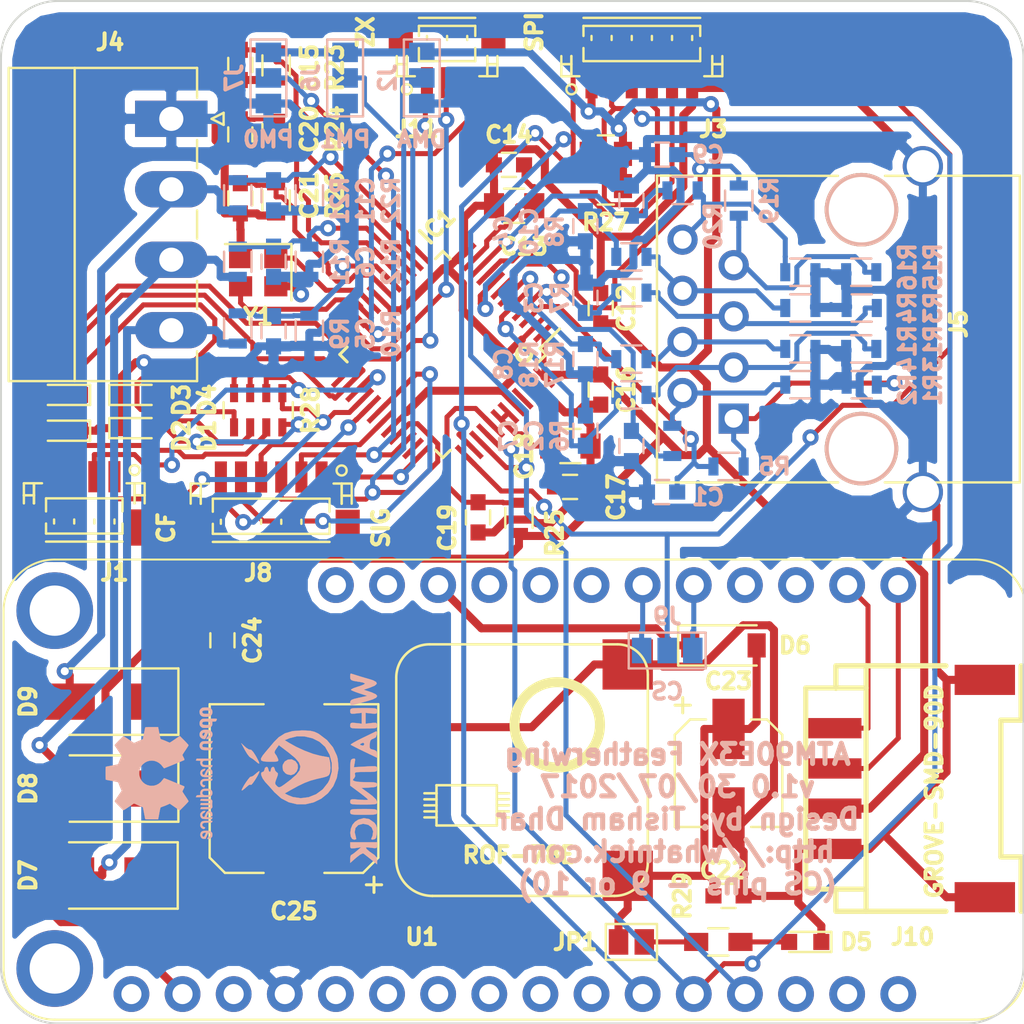
<source format=kicad_pcb>
(kicad_pcb (version 20170123) (host pcbnew "(2017-06-19 revision 6733101c6)-makepkg")

  (general
    (links 191)
    (no_connects 0)
    (area 105.49 40.64 157.985001 91.9408)
    (thickness 1.6)
    (drawings 19)
    (tracks 1003)
    (zones 0)
    (modules 81)
    (nets 85)
  )

  (page A4)
  (layers
    (0 F.Cu signal hide)
    (31 B.Cu signal hide)
    (32 B.Adhes user hide)
    (33 F.Adhes user hide)
    (34 B.Paste user hide)
    (35 F.Paste user hide)
    (36 B.SilkS user)
    (37 F.SilkS user)
    (38 B.Mask user hide)
    (39 F.Mask user hide)
    (40 Dwgs.User user hide)
    (41 Cmts.User user hide)
    (42 Eco1.User user hide)
    (43 Eco2.User user hide)
    (44 Edge.Cuts user)
    (45 Margin user hide)
    (46 B.CrtYd user hide)
    (47 F.CrtYd user)
    (48 B.Fab user hide)
    (49 F.Fab user hide)
  )

  (setup
    (last_trace_width 0.25)
    (trace_clearance 0.2)
    (zone_clearance 0.508)
    (zone_45_only no)
    (trace_min 0.2)
    (segment_width 0.2)
    (edge_width 0.2)
    (via_size 0.8)
    (via_drill 0.4)
    (via_min_size 0.4)
    (via_min_drill 0.3)
    (uvia_size 0.3)
    (uvia_drill 0.1)
    (uvias_allowed no)
    (uvia_min_size 0.2)
    (uvia_min_drill 0.1)
    (pcb_text_width 0.3)
    (pcb_text_size 1.5 1.5)
    (mod_edge_width 0.15)
    (mod_text_size 0.8 0.8)
    (mod_text_width 0.2)
    (pad_size 1.778 1.778)
    (pad_drill 0.99822)
    (pad_to_mask_clearance 0.2)
    (aux_axis_origin 0 0)
    (visible_elements 7FFFFFFF)
    (pcbplotparams
      (layerselection 0x00030_ffffffff)
      (usegerberextensions false)
      (excludeedgelayer true)
      (linewidth 0.100000)
      (plotframeref false)
      (viasonmask false)
      (mode 1)
      (useauxorigin false)
      (hpglpennumber 1)
      (hpglpenspeed 20)
      (hpglpendiameter 15)
      (psnegative false)
      (psa4output false)
      (plotreference true)
      (plotvalue true)
      (plotinvisibletext false)
      (padsonsilk false)
      (subtractmaskfromsilk false)
      (outputformat 1)
      (mirror false)
      (drillshape 1)
      (scaleselection 1)
      (outputdirectory ""))
  )

  (net 0 "")
  (net 1 "Net-(IC1-Pad46)")
  (net 2 "Net-(IC1-Pad45)")
  (net 3 "Net-(IC1-Pad35)")
  (net 4 "Net-(IC1-Pad21)")
  (net 5 "Net-(IC1-Pad20)")
  (net 6 "Net-(D1-Pad2)")
  (net 7 "Net-(D2-Pad2)")
  (net 8 "Net-(D3-Pad2)")
  (net 9 "Net-(D4-Pad2)")
  (net 10 "Net-(U1-Pad4)")
  (net 11 "Net-(MS1-Pad1)")
  (net 12 "Net-(MS1-Pad3)")
  (net 13 "Net-(MS1-Pad5)")
  (net 14 "Net-(MS1-Pad6)")
  (net 15 "Net-(MS1-Pad7)")
  (net 16 "Net-(MS1-Pad8)")
  (net 17 "Net-(MS1-Pad9)")
  (net 18 "Net-(MS1-Pad10)")
  (net 19 "Net-(MS1-Pad14)")
  (net 20 "Net-(MS1-Pad15)")
  (net 21 "Net-(MS1-Pad16)")
  (net 22 "Net-(MS1-Pad19)")
  (net 23 "Net-(MS1-Pad20)")
  (net 24 "Net-(MS1-Pad23)")
  (net 25 "Net-(MS1-Pad24)")
  (net 26 "Net-(MS1-Pad25)")
  (net 27 "Net-(MS1-Pad27)")
  (net 28 "Net-(MS1-Pad28)")
  (net 29 UB)
  (net 30 UC)
  (net 31 UA)
  (net 32 "Net-(C17-Pad1)")
  (net 33 "Net-(C19-Pad1)")
  (net 34 "Net-(C21-Pad2)")
  (net 35 "Net-(C20-Pad2)")
  (net 36 "Net-(C15-Pad2)")
  (net 37 "Net-(C13-Pad2)")
  (net 38 "Net-(J9-Pad1)")
  (net 39 MOSI)
  (net 40 MISO)
  (net 41 SCLK)
  (net 42 CS)
  (net 43 CF1)
  (net 44 CF4)
  (net 45 CF2)
  (net 46 CF3)
  (net 47 I1P_IN)
  (net 48 I1P)
  (net 49 GND)
  (net 50 I2P_IN)
  (net 51 I1N)
  (net 52 I1N_IN)
  (net 53 I3N_IN)
  (net 54 I3P_IN)
  (net 55 I2N_IN)
  (net 56 I3N)
  (net 57 IP_IN)
  (net 58 IN_IN)
  (net 59 I2P)
  (net 60 I2N)
  (net 61 IP)
  (net 62 IN)
  (net 63 I3P)
  (net 64 DMA)
  (net 65 PM1)
  (net 66 PM0)
  (net 67 IRQ1)
  (net 68 IRQ2)
  (net 69 WARN)
  (net 70 ZX2)
  (net 71 ZX1)
  (net 72 ZX0)
  (net 73 V3P)
  (net 74 V2P)
  (net 75 V1P)
  (net 76 "Net-(D5-Pad2)")
  (net 77 "Net-(JP1-Pad1)")
  (net 78 USB)
  (net 79 "Net-(J9-Pad3)")
  (net 80 "Net-(J10-Pad1)")
  (net 81 "Net-(J10-Pad2)")
  (net 82 /Featherwing/VOUT)
  (net 83 /Featherwing/VIN)
  (net 84 VDD)

  (net_class Default "This is the default net class."
    (clearance 0.2)
    (trace_width 0.25)
    (via_dia 0.8)
    (via_drill 0.4)
    (uvia_dia 0.3)
    (uvia_drill 0.1)
    (add_net CF1)
    (add_net CF2)
    (add_net CF3)
    (add_net CF4)
    (add_net CS)
    (add_net DMA)
    (add_net I1N)
    (add_net I1N_IN)
    (add_net I1P)
    (add_net I1P_IN)
    (add_net I2N)
    (add_net I2N_IN)
    (add_net I2P)
    (add_net I2P_IN)
    (add_net I3N)
    (add_net I3N_IN)
    (add_net I3P)
    (add_net I3P_IN)
    (add_net IN)
    (add_net IN_IN)
    (add_net IP)
    (add_net IP_IN)
    (add_net IRQ1)
    (add_net IRQ2)
    (add_net MISO)
    (add_net MOSI)
    (add_net "Net-(C13-Pad2)")
    (add_net "Net-(C15-Pad2)")
    (add_net "Net-(C17-Pad1)")
    (add_net "Net-(C19-Pad1)")
    (add_net "Net-(C20-Pad2)")
    (add_net "Net-(C21-Pad2)")
    (add_net "Net-(D1-Pad2)")
    (add_net "Net-(D2-Pad2)")
    (add_net "Net-(D3-Pad2)")
    (add_net "Net-(D4-Pad2)")
    (add_net "Net-(D5-Pad2)")
    (add_net "Net-(IC1-Pad20)")
    (add_net "Net-(IC1-Pad21)")
    (add_net "Net-(IC1-Pad35)")
    (add_net "Net-(IC1-Pad45)")
    (add_net "Net-(IC1-Pad46)")
    (add_net "Net-(J10-Pad1)")
    (add_net "Net-(J10-Pad2)")
    (add_net "Net-(J9-Pad1)")
    (add_net "Net-(J9-Pad3)")
    (add_net "Net-(JP1-Pad1)")
    (add_net "Net-(MS1-Pad1)")
    (add_net "Net-(MS1-Pad10)")
    (add_net "Net-(MS1-Pad14)")
    (add_net "Net-(MS1-Pad15)")
    (add_net "Net-(MS1-Pad16)")
    (add_net "Net-(MS1-Pad19)")
    (add_net "Net-(MS1-Pad20)")
    (add_net "Net-(MS1-Pad23)")
    (add_net "Net-(MS1-Pad24)")
    (add_net "Net-(MS1-Pad25)")
    (add_net "Net-(MS1-Pad27)")
    (add_net "Net-(MS1-Pad28)")
    (add_net "Net-(MS1-Pad3)")
    (add_net "Net-(MS1-Pad5)")
    (add_net "Net-(MS1-Pad6)")
    (add_net "Net-(MS1-Pad7)")
    (add_net "Net-(MS1-Pad8)")
    (add_net "Net-(MS1-Pad9)")
    (add_net "Net-(U1-Pad4)")
    (add_net PM0)
    (add_net PM1)
    (add_net SCLK)
    (add_net V1P)
    (add_net V2P)
    (add_net V3P)
    (add_net WARN)
    (add_net ZX0)
    (add_net ZX1)
    (add_net ZX2)
  )

  (net_class Power ""
    (clearance 0.2)
    (trace_width 0.4)
    (via_dia 0.8)
    (via_drill 0.4)
    (uvia_dia 0.3)
    (uvia_drill 0.1)
    (add_net /Featherwing/VIN)
    (add_net /Featherwing/VOUT)
    (add_net GND)
    (add_net UA)
    (add_net UB)
    (add_net UC)
    (add_net USB)
    (add_net VDD)
  )

  (module Connectors_Phoenix:PhoenixContact_MC-G_04x3.50mm_Angled locked (layer F.Cu) (tedit 59566E61) (tstamp 597D5755)
    (at 115.316 46.736 270)
    (descr "Generic Phoenix Contact connector footprint for series: MC-G; number of pins: 04; pin pitch: 3.50mm; Angled || order number: 1844236 8A 160V")
    (tags "phoenix_contact connector MC_01x04_G_3.5mm")
    (path /5943D864/5943DF45)
    (fp_text reference J4 (at -3.81 3.048) (layer F.SilkS)
      (effects (font (size 0.8 0.8) (thickness 0.2)))
    )
    (fp_text value CONN_01X04 (at 5.25 9 270) (layer F.Fab)
      (effects (font (size 0.8 0.8) (thickness 0.2)))
    )
    (fp_text user %R (at 5.25 3 270) (layer F.Fab)
      (effects (font (size 1 1) (thickness 0.15)))
    )
    (fp_line (start 0 0) (end -0.8 -1.2) (layer F.Fab) (width 0.1))
    (fp_line (start 0.8 -1.2) (end 0 0) (layer F.Fab) (width 0.1))
    (fp_line (start -0.3 -2.6) (end 0.3 -2.6) (layer F.SilkS) (width 0.12))
    (fp_line (start 0 -2) (end -0.3 -2.6) (layer F.SilkS) (width 0.12))
    (fp_line (start 0.3 -2.6) (end 0 -2) (layer F.SilkS) (width 0.12))
    (fp_line (start 13.45 -2.3) (end -3.03 -2.3) (layer F.CrtYd) (width 0.05))
    (fp_line (start 13.45 8.5) (end 13.45 -2.3) (layer F.CrtYd) (width 0.05))
    (fp_line (start -3.03 8.5) (end 13.45 8.5) (layer F.CrtYd) (width 0.05))
    (fp_line (start -3.03 -2.3) (end -3.03 8.5) (layer F.CrtYd) (width 0.05))
    (fp_line (start -2.53 4.8) (end 13.03 4.8) (layer F.SilkS) (width 0.12))
    (fp_line (start 12.95 -1.2) (end -2.45 -1.2) (layer F.Fab) (width 0.1))
    (fp_line (start 12.95 8) (end 12.95 -1.2) (layer F.Fab) (width 0.1))
    (fp_line (start -2.45 8) (end 12.95 8) (layer F.Fab) (width 0.1))
    (fp_line (start -2.45 -1.2) (end -2.45 8) (layer F.Fab) (width 0.1))
    (fp_line (start 8.05 -1.28) (end 9.45 -1.28) (layer F.SilkS) (width 0.12))
    (fp_line (start 4.55 -1.28) (end 5.95 -1.28) (layer F.SilkS) (width 0.12))
    (fp_line (start 1.05 -1.28) (end 2.45 -1.28) (layer F.SilkS) (width 0.12))
    (fp_line (start 13.03 -1.28) (end 11.55 -1.28) (layer F.SilkS) (width 0.12))
    (fp_line (start -2.53 -1.28) (end -1.05 -1.28) (layer F.SilkS) (width 0.12))
    (fp_line (start 13.03 8.08) (end 13.03 -1.28) (layer F.SilkS) (width 0.12))
    (fp_line (start -2.53 8.08) (end 13.03 8.08) (layer F.SilkS) (width 0.12))
    (fp_line (start -2.53 -1.28) (end -2.53 8.08) (layer F.SilkS) (width 0.12))
    (pad 4 thru_hole oval (at 10.5 0 270) (size 1.8 3.6) (drill 1.2) (layers *.Cu *.Mask)
      (net 31 UA))
    (pad 3 thru_hole oval (at 7 0 270) (size 1.8 3.6) (drill 1.2) (layers *.Cu *.Mask)
      (net 29 UB))
    (pad 2 thru_hole oval (at 3.5 0 270) (size 1.8 3.6) (drill 1.2) (layers *.Cu *.Mask)
      (net 30 UC))
    (pad 1 thru_hole rect (at 0 0 270) (size 1.8 3.6) (drill 1.2) (layers *.Cu *.Mask)
      (net 49 GND))
    (model ${KISYS3DMOD}/Connectors_Phoenix.3dshapes/PhoenixContact_MC-G_04x3.50mm_Angled.wrl
      (at (xyz 0 0 0))
      (scale (xyz 1 1 1))
      (rotate (xyz 0 0 0))
    )
  )

  (module Connectors_JST:JST_SH_BM04B-SRSS-TB_04x1.00mm_Straight (layer F.Cu) (tedit 56B07435) (tstamp 597CB8F7)
    (at 110.992 65.7785 180)
    (descr http://www.jst-mfg.com/product/pdf/eng/eSH.pdf)
    (tags "connector jst sh")
    (path /5943D864/594576D4)
    (attr smd)
    (fp_text reference J1 (at -1.5 -3.5 180) (layer F.SilkS)
      (effects (font (size 0.8 0.8) (thickness 0.2)))
    )
    (fp_text value CONN_01X04 (at 0 3.5 180) (layer F.Fab)
      (effects (font (size 0.8 0.8) (thickness 0.2)))
    )
    (fp_line (start 3.9 2.55) (end -3.9 2.55) (layer F.CrtYd) (width 0.05))
    (fp_line (start 3.9 -2.7) (end 3.9 2.55) (layer F.CrtYd) (width 0.05))
    (fp_line (start -3.9 -2.7) (end 3.9 -2.7) (layer F.CrtYd) (width 0.05))
    (fp_line (start -3.9 2.55) (end -3.9 -2.7) (layer F.CrtYd) (width 0.05))
    (fp_line (start 1.5 -1.0625) (end 1.5 -0.8625) (layer F.SilkS) (width 0.12))
    (fp_line (start 0.5 -1.0625) (end 0.5 -0.8625) (layer F.SilkS) (width 0.12))
    (fp_line (start -0.5 -1.0625) (end -0.5 -0.8625) (layer F.SilkS) (width 0.12))
    (fp_line (start -1.5 -1.0625) (end -1.5 -0.8625) (layer F.SilkS) (width 0.12))
    (fp_line (start 1.9 0.1875) (end 1.9 -0.4625) (layer F.SilkS) (width 0.12))
    (fp_line (start -1.9 0.1875) (end 1.9 0.1875) (layer F.SilkS) (width 0.12))
    (fp_line (start -1.9 -0.4625) (end -1.9 0.1875) (layer F.SilkS) (width 0.12))
    (fp_line (start 1.9 -1.5625) (end 1.9 -1.0625) (layer F.SilkS) (width 0.12))
    (fp_line (start -1.9 -1.5625) (end 1.9 -1.5625) (layer F.SilkS) (width 0.12))
    (fp_line (start -1.9 -1.0625) (end -1.9 -1.5625) (layer F.SilkS) (width 0.12))
    (fp_line (start 3 0.3375) (end 2.5 0.3375) (layer F.SilkS) (width 0.12))
    (fp_line (start 3 0.3375) (end 3 0.3375) (layer F.SilkS) (width 0.12))
    (fp_line (start 2.5 0.3375) (end 3 0.3375) (layer F.SilkS) (width 0.12))
    (fp_line (start 2.5 0.3375) (end 2.5 0.3375) (layer F.SilkS) (width 0.12))
    (fp_line (start 2.5 0.9375) (end 2.5 0.9375) (layer F.SilkS) (width 0.12))
    (fp_line (start 2.5 -0.0625) (end 2.5 0.9375) (layer F.SilkS) (width 0.12))
    (fp_line (start 2.5 -0.0625) (end 2.5 -0.0625) (layer F.SilkS) (width 0.12))
    (fp_line (start 2.5 0.9375) (end 2.5 -0.0625) (layer F.SilkS) (width 0.12))
    (fp_line (start 3 0.9375) (end 2.1 0.9375) (layer F.SilkS) (width 0.12))
    (fp_line (start 3 -0.0625) (end 3 0.9375) (layer F.SilkS) (width 0.12))
    (fp_line (start -3 0.3375) (end -2.5 0.3375) (layer F.SilkS) (width 0.12))
    (fp_line (start -3 0.3375) (end -3 0.3375) (layer F.SilkS) (width 0.12))
    (fp_line (start -2.5 0.3375) (end -3 0.3375) (layer F.SilkS) (width 0.12))
    (fp_line (start -2.5 0.3375) (end -2.5 0.3375) (layer F.SilkS) (width 0.12))
    (fp_line (start -2.5 0.9375) (end -2.5 0.9375) (layer F.SilkS) (width 0.12))
    (fp_line (start -2.5 -0.0625) (end -2.5 0.9375) (layer F.SilkS) (width 0.12))
    (fp_line (start -2.5 -0.0625) (end -2.5 -0.0625) (layer F.SilkS) (width 0.12))
    (fp_line (start -2.5 0.9375) (end -2.5 -0.0625) (layer F.SilkS) (width 0.12))
    (fp_line (start -3 0.9375) (end -2.1 0.9375) (layer F.SilkS) (width 0.12))
    (fp_line (start -3 -0.0625) (end -3 0.9375) (layer F.SilkS) (width 0.12))
    (fp_line (start -1.9 -1.9625) (end 1.9 -1.9625) (layer F.SilkS) (width 0.12))
    (fp_circle (center -2.5 1.5875) (end -2.25 1.5875) (layer F.SilkS) (width 0.12))
    (pad "" smd rect (at 2.8 -1.2625 180) (size 1.2 1.8) (layers F.Cu F.Paste F.Mask))
    (pad "" smd rect (at -2.8 -1.2625 180) (size 1.2 1.8) (layers F.Cu F.Paste F.Mask))
    (pad 4 smd rect (at 1.5 1.2625 180) (size 0.6 1.55) (layers F.Cu F.Paste F.Mask)
      (net 43 CF1))
    (pad 3 smd rect (at 0.5 1.2625 180) (size 0.6 1.55) (layers F.Cu F.Paste F.Mask)
      (net 45 CF2))
    (pad 2 smd rect (at -0.5 1.2625 180) (size 0.6 1.55) (layers F.Cu F.Paste F.Mask)
      (net 46 CF3))
    (pad 1 smd rect (at -1.5 1.2625 180) (size 0.6 1.55) (layers F.Cu F.Paste F.Mask)
      (net 44 CF4))
    (model ${KIPRJMOD}/JST.3dshapes/BM04B-SRSS-TB.STEP
      (at (xyz 0 0.05905511811023623 0))
      (scale (xyz 1 1 1))
      (rotate (xyz -90 0 0))
    )
  )

  (module Connectors_JST:JST_SH_BM06B-SRSS-TB_06x1.00mm_Straight (layer F.Cu) (tedit 56B07435) (tstamp 597CB864)
    (at 120.279 65.7935 180)
    (descr http://www.jst-mfg.com/product/pdf/eng/eSH.pdf)
    (tags "connector jst sh")
    (path /5943D864/59440AD4)
    (attr smd)
    (fp_text reference J8 (at 0.645 -3.5 180) (layer F.SilkS)
      (effects (font (size 0.8 0.8) (thickness 0.2)))
    )
    (fp_text value CONN_01X06 (at 0 3.5 180) (layer F.Fab)
      (effects (font (size 0.8 0.8) (thickness 0.2)))
    )
    (fp_circle (center -3.5 1.5875) (end -3.25 1.5875) (layer F.SilkS) (width 0.12))
    (fp_line (start -2.9 -1.9625) (end 2.9 -1.9625) (layer F.SilkS) (width 0.12))
    (fp_line (start -4 -0.0625) (end -4 0.9375) (layer F.SilkS) (width 0.12))
    (fp_line (start -4 0.9375) (end -3.1 0.9375) (layer F.SilkS) (width 0.12))
    (fp_line (start -3.5 0.9375) (end -3.5 -0.0625) (layer F.SilkS) (width 0.12))
    (fp_line (start -3.5 -0.0625) (end -3.5 -0.0625) (layer F.SilkS) (width 0.12))
    (fp_line (start -3.5 -0.0625) (end -3.5 0.9375) (layer F.SilkS) (width 0.12))
    (fp_line (start -3.5 0.9375) (end -3.5 0.9375) (layer F.SilkS) (width 0.12))
    (fp_line (start -3.5 0.3375) (end -3.5 0.3375) (layer F.SilkS) (width 0.12))
    (fp_line (start -3.5 0.3375) (end -4 0.3375) (layer F.SilkS) (width 0.12))
    (fp_line (start -4 0.3375) (end -4 0.3375) (layer F.SilkS) (width 0.12))
    (fp_line (start -4 0.3375) (end -3.5 0.3375) (layer F.SilkS) (width 0.12))
    (fp_line (start 4 -0.0625) (end 4 0.9375) (layer F.SilkS) (width 0.12))
    (fp_line (start 4 0.9375) (end 3.1 0.9375) (layer F.SilkS) (width 0.12))
    (fp_line (start 3.5 0.9375) (end 3.5 -0.0625) (layer F.SilkS) (width 0.12))
    (fp_line (start 3.5 -0.0625) (end 3.5 -0.0625) (layer F.SilkS) (width 0.12))
    (fp_line (start 3.5 -0.0625) (end 3.5 0.9375) (layer F.SilkS) (width 0.12))
    (fp_line (start 3.5 0.9375) (end 3.5 0.9375) (layer F.SilkS) (width 0.12))
    (fp_line (start 3.5 0.3375) (end 3.5 0.3375) (layer F.SilkS) (width 0.12))
    (fp_line (start 3.5 0.3375) (end 4 0.3375) (layer F.SilkS) (width 0.12))
    (fp_line (start 4 0.3375) (end 4 0.3375) (layer F.SilkS) (width 0.12))
    (fp_line (start 4 0.3375) (end 3.5 0.3375) (layer F.SilkS) (width 0.12))
    (fp_line (start -2.9 -1.0625) (end -2.9 -1.5625) (layer F.SilkS) (width 0.12))
    (fp_line (start -2.9 -1.5625) (end 2.9 -1.5625) (layer F.SilkS) (width 0.12))
    (fp_line (start 2.9 -1.5625) (end 2.9 -1.0625) (layer F.SilkS) (width 0.12))
    (fp_line (start -2.9 -0.4625) (end -2.9 0.1875) (layer F.SilkS) (width 0.12))
    (fp_line (start -2.9 0.1875) (end 2.9 0.1875) (layer F.SilkS) (width 0.12))
    (fp_line (start 2.9 0.1875) (end 2.9 -0.4625) (layer F.SilkS) (width 0.12))
    (fp_line (start -2.5 -1.0625) (end -2.5 -0.8625) (layer F.SilkS) (width 0.12))
    (fp_line (start -1.5 -1.0625) (end -1.5 -0.8625) (layer F.SilkS) (width 0.12))
    (fp_line (start -0.5 -1.0625) (end -0.5 -0.8625) (layer F.SilkS) (width 0.12))
    (fp_line (start 0.5 -1.0625) (end 0.5 -0.8625) (layer F.SilkS) (width 0.12))
    (fp_line (start 1.5 -1.0625) (end 1.5 -0.8625) (layer F.SilkS) (width 0.12))
    (fp_line (start 2.5 -1.0625) (end 2.5 -0.8625) (layer F.SilkS) (width 0.12))
    (fp_line (start -4.9 2.55) (end -4.9 -2.7) (layer F.CrtYd) (width 0.05))
    (fp_line (start -4.9 -2.7) (end 4.9 -2.7) (layer F.CrtYd) (width 0.05))
    (fp_line (start 4.9 -2.7) (end 4.9 2.55) (layer F.CrtYd) (width 0.05))
    (fp_line (start 4.9 2.55) (end -4.9 2.55) (layer F.CrtYd) (width 0.05))
    (pad 1 smd rect (at -2.5 1.2625 180) (size 0.6 1.55) (layers F.Cu F.Paste F.Mask)
      (net 64 DMA))
    (pad 2 smd rect (at -1.5 1.2625 180) (size 0.6 1.55) (layers F.Cu F.Paste F.Mask)
      (net 65 PM1))
    (pad 3 smd rect (at -0.5 1.2625 180) (size 0.6 1.55) (layers F.Cu F.Paste F.Mask)
      (net 66 PM0))
    (pad 4 smd rect (at 0.5 1.2625 180) (size 0.6 1.55) (layers F.Cu F.Paste F.Mask)
      (net 67 IRQ1))
    (pad 5 smd rect (at 1.5 1.2625 180) (size 0.6 1.55) (layers F.Cu F.Paste F.Mask)
      (net 68 IRQ2))
    (pad 6 smd rect (at 2.5 1.2625 180) (size 0.6 1.55) (layers F.Cu F.Paste F.Mask)
      (net 69 WARN))
    (pad "" smd rect (at -3.8 -1.2625 180) (size 1.2 1.8) (layers F.Cu F.Paste F.Mask))
    (pad "" smd rect (at 3.8 -1.2625 180) (size 1.2 1.8) (layers F.Cu F.Paste F.Mask))
    (model ${KIPRJMOD}/JST.3dshapes/BM06B-SRSS-TB.STEP
      (at (xyz 0 0.05905511811023623 0))
      (scale (xyz 1 1 1))
      (rotate (xyz -90 0 0))
    )
  )

  (module Connectors_JST:JST_SH_BM06B-SRSS-TB_06x1.00mm_Straight (layer F.Cu) (tedit 56B07435) (tstamp 597CB7D1)
    (at 138.694 43.6805)
    (descr http://www.jst-mfg.com/product/pdf/eng/eSH.pdf)
    (tags "connector jst sh")
    (path /5943D864/59440A00)
    (attr smd)
    (fp_text reference J3 (at 3.546 3.5635) (layer F.SilkS)
      (effects (font (size 0.8 0.8) (thickness 0.2)))
    )
    (fp_text value CONN_01X06 (at 0 3.5) (layer F.Fab)
      (effects (font (size 0.8 0.8) (thickness 0.2)))
    )
    (fp_line (start 4.9 2.55) (end -4.9 2.55) (layer F.CrtYd) (width 0.05))
    (fp_line (start 4.9 -2.7) (end 4.9 2.55) (layer F.CrtYd) (width 0.05))
    (fp_line (start -4.9 -2.7) (end 4.9 -2.7) (layer F.CrtYd) (width 0.05))
    (fp_line (start -4.9 2.55) (end -4.9 -2.7) (layer F.CrtYd) (width 0.05))
    (fp_line (start 2.5 -1.0625) (end 2.5 -0.8625) (layer F.SilkS) (width 0.12))
    (fp_line (start 1.5 -1.0625) (end 1.5 -0.8625) (layer F.SilkS) (width 0.12))
    (fp_line (start 0.5 -1.0625) (end 0.5 -0.8625) (layer F.SilkS) (width 0.12))
    (fp_line (start -0.5 -1.0625) (end -0.5 -0.8625) (layer F.SilkS) (width 0.12))
    (fp_line (start -1.5 -1.0625) (end -1.5 -0.8625) (layer F.SilkS) (width 0.12))
    (fp_line (start -2.5 -1.0625) (end -2.5 -0.8625) (layer F.SilkS) (width 0.12))
    (fp_line (start 2.9 0.1875) (end 2.9 -0.4625) (layer F.SilkS) (width 0.12))
    (fp_line (start -2.9 0.1875) (end 2.9 0.1875) (layer F.SilkS) (width 0.12))
    (fp_line (start -2.9 -0.4625) (end -2.9 0.1875) (layer F.SilkS) (width 0.12))
    (fp_line (start 2.9 -1.5625) (end 2.9 -1.0625) (layer F.SilkS) (width 0.12))
    (fp_line (start -2.9 -1.5625) (end 2.9 -1.5625) (layer F.SilkS) (width 0.12))
    (fp_line (start -2.9 -1.0625) (end -2.9 -1.5625) (layer F.SilkS) (width 0.12))
    (fp_line (start 4 0.3375) (end 3.5 0.3375) (layer F.SilkS) (width 0.12))
    (fp_line (start 4 0.3375) (end 4 0.3375) (layer F.SilkS) (width 0.12))
    (fp_line (start 3.5 0.3375) (end 4 0.3375) (layer F.SilkS) (width 0.12))
    (fp_line (start 3.5 0.3375) (end 3.5 0.3375) (layer F.SilkS) (width 0.12))
    (fp_line (start 3.5 0.9375) (end 3.5 0.9375) (layer F.SilkS) (width 0.12))
    (fp_line (start 3.5 -0.0625) (end 3.5 0.9375) (layer F.SilkS) (width 0.12))
    (fp_line (start 3.5 -0.0625) (end 3.5 -0.0625) (layer F.SilkS) (width 0.12))
    (fp_line (start 3.5 0.9375) (end 3.5 -0.0625) (layer F.SilkS) (width 0.12))
    (fp_line (start 4 0.9375) (end 3.1 0.9375) (layer F.SilkS) (width 0.12))
    (fp_line (start 4 -0.0625) (end 4 0.9375) (layer F.SilkS) (width 0.12))
    (fp_line (start -4 0.3375) (end -3.5 0.3375) (layer F.SilkS) (width 0.12))
    (fp_line (start -4 0.3375) (end -4 0.3375) (layer F.SilkS) (width 0.12))
    (fp_line (start -3.5 0.3375) (end -4 0.3375) (layer F.SilkS) (width 0.12))
    (fp_line (start -3.5 0.3375) (end -3.5 0.3375) (layer F.SilkS) (width 0.12))
    (fp_line (start -3.5 0.9375) (end -3.5 0.9375) (layer F.SilkS) (width 0.12))
    (fp_line (start -3.5 -0.0625) (end -3.5 0.9375) (layer F.SilkS) (width 0.12))
    (fp_line (start -3.5 -0.0625) (end -3.5 -0.0625) (layer F.SilkS) (width 0.12))
    (fp_line (start -3.5 0.9375) (end -3.5 -0.0625) (layer F.SilkS) (width 0.12))
    (fp_line (start -4 0.9375) (end -3.1 0.9375) (layer F.SilkS) (width 0.12))
    (fp_line (start -4 -0.0625) (end -4 0.9375) (layer F.SilkS) (width 0.12))
    (fp_line (start -2.9 -1.9625) (end 2.9 -1.9625) (layer F.SilkS) (width 0.12))
    (fp_circle (center -3.5 1.5875) (end -3.25 1.5875) (layer F.SilkS) (width 0.12))
    (pad "" smd rect (at 3.8 -1.2625) (size 1.2 1.8) (layers F.Cu F.Paste F.Mask))
    (pad "" smd rect (at -3.8 -1.2625) (size 1.2 1.8) (layers F.Cu F.Paste F.Mask))
    (pad 6 smd rect (at 2.5 1.2625) (size 0.6 1.55) (layers F.Cu F.Paste F.Mask)
      (net 49 GND))
    (pad 5 smd rect (at 1.5 1.2625) (size 0.6 1.55) (layers F.Cu F.Paste F.Mask)
      (net 42 CS))
    (pad 4 smd rect (at 0.5 1.2625) (size 0.6 1.55) (layers F.Cu F.Paste F.Mask)
      (net 41 SCLK))
    (pad 3 smd rect (at -0.5 1.2625) (size 0.6 1.55) (layers F.Cu F.Paste F.Mask)
      (net 40 MISO))
    (pad 2 smd rect (at -1.5 1.2625) (size 0.6 1.55) (layers F.Cu F.Paste F.Mask)
      (net 39 MOSI))
    (pad 1 smd rect (at -2.5 1.2625) (size 0.6 1.55) (layers F.Cu F.Paste F.Mask)
      (net 84 VDD))
    (model ${KIPRJMOD}/JST.3dshapes/BM06B-SRSS-TB.STEP
      (at (xyz 0 0.05905511811023623 0))
      (scale (xyz 1 1 1))
      (rotate (xyz -90 0 0))
    )
  )

  (module Connectors_JST:JST_SH_BM03B-SRSS-TB_03x1.00mm_Straight (layer F.Cu) (tedit 56B07435) (tstamp 597CB590)
    (at 129.018 43.6805)
    (descr http://www.jst-mfg.com/product/pdf/eng/eSH.pdf)
    (tags "connector jst sh")
    (path /5943D864/597C8259)
    (attr smd)
    (fp_text reference J11 (at -1.51 3.5635) (layer F.SilkS)
      (effects (font (size 0.8 0.8) (thickness 0.2)))
    )
    (fp_text value CONN_01X03 (at 0 3.5) (layer F.Fab)
      (effects (font (size 0.8 0.8) (thickness 0.2)))
    )
    (fp_line (start 3.4 2.55) (end -3.4 2.55) (layer F.CrtYd) (width 0.05))
    (fp_line (start 3.4 -2.7) (end 3.4 2.55) (layer F.CrtYd) (width 0.05))
    (fp_line (start -3.4 -2.7) (end 3.4 -2.7) (layer F.CrtYd) (width 0.05))
    (fp_line (start -3.4 2.55) (end -3.4 -2.7) (layer F.CrtYd) (width 0.05))
    (fp_line (start 1 -1.0625) (end 1 -0.8625) (layer F.SilkS) (width 0.12))
    (fp_line (start 0 -1.0625) (end 0 -0.8625) (layer F.SilkS) (width 0.12))
    (fp_line (start -1 -1.0625) (end -1 -0.8625) (layer F.SilkS) (width 0.12))
    (fp_line (start 1.4 0.1875) (end 1.4 -0.4625) (layer F.SilkS) (width 0.12))
    (fp_line (start -1.4 0.1875) (end 1.4 0.1875) (layer F.SilkS) (width 0.12))
    (fp_line (start -1.4 -0.4625) (end -1.4 0.1875) (layer F.SilkS) (width 0.12))
    (fp_line (start 1.4 -1.5625) (end 1.4 -1.0625) (layer F.SilkS) (width 0.12))
    (fp_line (start -1.4 -1.5625) (end 1.4 -1.5625) (layer F.SilkS) (width 0.12))
    (fp_line (start -1.4 -1.0625) (end -1.4 -1.5625) (layer F.SilkS) (width 0.12))
    (fp_line (start 2.5 0.3375) (end 2 0.3375) (layer F.SilkS) (width 0.12))
    (fp_line (start 2.5 0.3375) (end 2.5 0.3375) (layer F.SilkS) (width 0.12))
    (fp_line (start 2 0.3375) (end 2.5 0.3375) (layer F.SilkS) (width 0.12))
    (fp_line (start 2 0.3375) (end 2 0.3375) (layer F.SilkS) (width 0.12))
    (fp_line (start 2 0.9375) (end 2 0.9375) (layer F.SilkS) (width 0.12))
    (fp_line (start 2 -0.0625) (end 2 0.9375) (layer F.SilkS) (width 0.12))
    (fp_line (start 2 -0.0625) (end 2 -0.0625) (layer F.SilkS) (width 0.12))
    (fp_line (start 2 0.9375) (end 2 -0.0625) (layer F.SilkS) (width 0.12))
    (fp_line (start 2.5 0.9375) (end 1.6 0.9375) (layer F.SilkS) (width 0.12))
    (fp_line (start 2.5 -0.0625) (end 2.5 0.9375) (layer F.SilkS) (width 0.12))
    (fp_line (start -2.5 0.3375) (end -2 0.3375) (layer F.SilkS) (width 0.12))
    (fp_line (start -2.5 0.3375) (end -2.5 0.3375) (layer F.SilkS) (width 0.12))
    (fp_line (start -2 0.3375) (end -2.5 0.3375) (layer F.SilkS) (width 0.12))
    (fp_line (start -2 0.3375) (end -2 0.3375) (layer F.SilkS) (width 0.12))
    (fp_line (start -2 0.9375) (end -2 0.9375) (layer F.SilkS) (width 0.12))
    (fp_line (start -2 -0.0625) (end -2 0.9375) (layer F.SilkS) (width 0.12))
    (fp_line (start -2 -0.0625) (end -2 -0.0625) (layer F.SilkS) (width 0.12))
    (fp_line (start -2 0.9375) (end -2 -0.0625) (layer F.SilkS) (width 0.12))
    (fp_line (start -2.5 0.9375) (end -1.6 0.9375) (layer F.SilkS) (width 0.12))
    (fp_line (start -2.5 -0.0625) (end -2.5 0.9375) (layer F.SilkS) (width 0.12))
    (fp_line (start -1.4 -1.9625) (end 1.4 -1.9625) (layer F.SilkS) (width 0.12))
    (fp_circle (center -2 1.5875) (end -1.75 1.5875) (layer F.SilkS) (width 0.12))
    (pad "" smd rect (at 2.3 -1.2625) (size 1.2 1.8) (layers F.Cu F.Paste F.Mask))
    (pad "" smd rect (at -2.3 -1.2625) (size 1.2 1.8) (layers F.Cu F.Paste F.Mask))
    (pad 3 smd rect (at 1 1.2625) (size 0.6 1.55) (layers F.Cu F.Paste F.Mask)
      (net 72 ZX0))
    (pad 2 smd rect (at 0 1.2625) (size 0.6 1.55) (layers F.Cu F.Paste F.Mask)
      (net 71 ZX1))
    (pad 1 smd rect (at -1 1.2625) (size 0.6 1.55) (layers F.Cu F.Paste F.Mask)
      (net 70 ZX2))
    (model ${KIPRJMOD}/JST.3dshapes/BM03B-SRSS-TB.STEP
      (at (xyz 0 0.05905511811023623 0))
      (scale (xyz 1 1 1))
      (rotate (xyz -90 0 0))
    )
  )

  (module Capacitors_SMD:C_0805 (layer F.Cu) (tedit 58AA8463) (tstamp 597C9AF7)
    (at 135.144 62.992)
    (descr "Capacitor SMD 0805, reflow soldering, AVX (see smccp.pdf)")
    (tags "capacitor 0805")
    (path /5943D864/5945659A)
    (attr smd)
    (fp_text reference C18 (at -2.302 0.508 90) (layer F.SilkS)
      (effects (font (size 0.8 0.8) (thickness 0.2)))
    )
    (fp_text value C_Small (at 0 1.75) (layer F.Fab)
      (effects (font (size 0.8 0.8) (thickness 0.2)))
    )
    (fp_text user %R (at 0 -1.5) (layer F.Fab)
      (effects (font (size 1 1) (thickness 0.15)))
    )
    (fp_line (start -1 0.62) (end -1 -0.62) (layer F.Fab) (width 0.1))
    (fp_line (start 1 0.62) (end -1 0.62) (layer F.Fab) (width 0.1))
    (fp_line (start 1 -0.62) (end 1 0.62) (layer F.Fab) (width 0.1))
    (fp_line (start -1 -0.62) (end 1 -0.62) (layer F.Fab) (width 0.1))
    (fp_line (start 0.5 -0.85) (end -0.5 -0.85) (layer F.SilkS) (width 0.12))
    (fp_line (start -0.5 0.85) (end 0.5 0.85) (layer F.SilkS) (width 0.12))
    (fp_line (start -1.75 -0.88) (end 1.75 -0.88) (layer F.CrtYd) (width 0.05))
    (fp_line (start -1.75 -0.88) (end -1.75 0.87) (layer F.CrtYd) (width 0.05))
    (fp_line (start 1.75 0.87) (end 1.75 -0.88) (layer F.CrtYd) (width 0.05))
    (fp_line (start 1.75 0.87) (end -1.75 0.87) (layer F.CrtYd) (width 0.05))
    (pad 1 smd rect (at -1 0) (size 1 1.25) (layers F.Cu F.Paste F.Mask)
      (net 32 "Net-(C17-Pad1)"))
    (pad 2 smd rect (at 1 0) (size 1 1.25) (layers F.Cu F.Paste F.Mask)
      (net 49 GND))
    (model Capacitors_SMD.3dshapes/C_0805.wrl
      (at (xyz 0 0 0))
      (scale (xyz 1 1 1))
      (rotate (xyz 0 0 0))
    )
  )

  (module Capacitors_SMD:C_0805 (layer F.Cu) (tedit 58AA8463) (tstamp 597C43D8)
    (at 132.35 51.054)
    (descr "Capacitor SMD 0805, reflow soldering, AVX (see smccp.pdf)")
    (tags "capacitor 0805")
    (path /5943D864/59456889)
    (attr smd)
    (fp_text reference C13 (at 0.492 2.032) (layer F.SilkS)
      (effects (font (size 0.8 0.8) (thickness 0.2)))
    )
    (fp_text value C_Small (at 0 1.75) (layer F.Fab)
      (effects (font (size 0.8 0.8) (thickness 0.2)))
    )
    (fp_text user %R (at 0 -1.5) (layer F.Fab)
      (effects (font (size 1 1) (thickness 0.15)))
    )
    (fp_line (start -1 0.62) (end -1 -0.62) (layer F.Fab) (width 0.1))
    (fp_line (start 1 0.62) (end -1 0.62) (layer F.Fab) (width 0.1))
    (fp_line (start 1 -0.62) (end 1 0.62) (layer F.Fab) (width 0.1))
    (fp_line (start -1 -0.62) (end 1 -0.62) (layer F.Fab) (width 0.1))
    (fp_line (start 0.5 -0.85) (end -0.5 -0.85) (layer F.SilkS) (width 0.12))
    (fp_line (start -0.5 0.85) (end 0.5 0.85) (layer F.SilkS) (width 0.12))
    (fp_line (start -1.75 -0.88) (end 1.75 -0.88) (layer F.CrtYd) (width 0.05))
    (fp_line (start -1.75 -0.88) (end -1.75 0.87) (layer F.CrtYd) (width 0.05))
    (fp_line (start 1.75 0.87) (end 1.75 -0.88) (layer F.CrtYd) (width 0.05))
    (fp_line (start 1.75 0.87) (end -1.75 0.87) (layer F.CrtYd) (width 0.05))
    (pad 1 smd rect (at -1 0) (size 1 1.25) (layers F.Cu F.Paste F.Mask)
      (net 49 GND))
    (pad 2 smd rect (at 1 0) (size 1 1.25) (layers F.Cu F.Paste F.Mask)
      (net 37 "Net-(C13-Pad2)"))
    (model Capacitors_SMD.3dshapes/C_0805.wrl
      (at (xyz 0 0 0))
      (scale (xyz 1 1 1))
      (rotate (xyz 0 0 0))
    )
  )

  (module Diodes_SMD:D_SMA locked (layer F.Cu) (tedit 586432E5) (tstamp 597B78EA)
    (at 112.236 84.328 180)
    (descr "Diode SMA (DO-214AC)")
    (tags "Diode SMA (DO-214AC)")
    (path /5943D88D/597B3E8D)
    (attr smd)
    (fp_text reference D7 (at 4.032 0 270) (layer F.SilkS)
      (effects (font (size 0.8 0.8) (thickness 0.2)))
    )
    (fp_text value D_Schottky (at 0 2.6 180) (layer F.Fab)
      (effects (font (size 0.8 0.8) (thickness 0.2)))
    )
    (fp_text user %R (at 0 -2.5 180) (layer F.Fab)
      (effects (font (size 1 1) (thickness 0.15)))
    )
    (fp_line (start -3.4 -1.65) (end -3.4 1.65) (layer F.SilkS) (width 0.12))
    (fp_line (start 2.3 1.5) (end -2.3 1.5) (layer F.Fab) (width 0.1))
    (fp_line (start -2.3 1.5) (end -2.3 -1.5) (layer F.Fab) (width 0.1))
    (fp_line (start 2.3 -1.5) (end 2.3 1.5) (layer F.Fab) (width 0.1))
    (fp_line (start 2.3 -1.5) (end -2.3 -1.5) (layer F.Fab) (width 0.1))
    (fp_line (start -3.5 -1.75) (end 3.5 -1.75) (layer F.CrtYd) (width 0.05))
    (fp_line (start 3.5 -1.75) (end 3.5 1.75) (layer F.CrtYd) (width 0.05))
    (fp_line (start 3.5 1.75) (end -3.5 1.75) (layer F.CrtYd) (width 0.05))
    (fp_line (start -3.5 1.75) (end -3.5 -1.75) (layer F.CrtYd) (width 0.05))
    (fp_line (start -0.64944 0.00102) (end -1.55114 0.00102) (layer F.Fab) (width 0.1))
    (fp_line (start 0.50118 0.00102) (end 1.4994 0.00102) (layer F.Fab) (width 0.1))
    (fp_line (start -0.64944 -0.79908) (end -0.64944 0.80112) (layer F.Fab) (width 0.1))
    (fp_line (start 0.50118 0.75032) (end 0.50118 -0.79908) (layer F.Fab) (width 0.1))
    (fp_line (start -0.64944 0.00102) (end 0.50118 0.75032) (layer F.Fab) (width 0.1))
    (fp_line (start -0.64944 0.00102) (end 0.50118 -0.79908) (layer F.Fab) (width 0.1))
    (fp_line (start -3.4 1.65) (end 2 1.65) (layer F.SilkS) (width 0.12))
    (fp_line (start -3.4 -1.65) (end 2 -1.65) (layer F.SilkS) (width 0.12))
    (pad 1 smd rect (at -2 0 180) (size 2.5 1.8) (layers F.Cu F.Paste F.Mask)
      (net 83 /Featherwing/VIN))
    (pad 2 smd rect (at 2 0 180) (size 2.5 1.8) (layers F.Cu F.Paste F.Mask)
      (net 31 UA))
    (model ${KISYS3DMOD}/Diodes_SMD.3dshapes/D_SMA.wrl
      (at (xyz 0 0 0))
      (scale (xyz 1 1 1))
      (rotate (xyz 0 0 0))
    )
  )

  (module Diodes_SMD:D_SMA locked (layer F.Cu) (tedit 586432E5) (tstamp 597B78A5)
    (at 112.268 80.01 180)
    (descr "Diode SMA (DO-214AC)")
    (tags "Diode SMA (DO-214AC)")
    (path /5943D88D/597B3E8E)
    (attr smd)
    (fp_text reference D8 (at 4.064 0 270) (layer F.SilkS)
      (effects (font (size 0.8 0.8) (thickness 0.2)))
    )
    (fp_text value D_Schottky (at 0 2.6 180) (layer F.Fab)
      (effects (font (size 0.8 0.8) (thickness 0.2)))
    )
    (fp_text user %R (at 0 -2.5 180) (layer F.Fab)
      (effects (font (size 1 1) (thickness 0.15)))
    )
    (fp_line (start -3.4 -1.65) (end -3.4 1.65) (layer F.SilkS) (width 0.12))
    (fp_line (start 2.3 1.5) (end -2.3 1.5) (layer F.Fab) (width 0.1))
    (fp_line (start -2.3 1.5) (end -2.3 -1.5) (layer F.Fab) (width 0.1))
    (fp_line (start 2.3 -1.5) (end 2.3 1.5) (layer F.Fab) (width 0.1))
    (fp_line (start 2.3 -1.5) (end -2.3 -1.5) (layer F.Fab) (width 0.1))
    (fp_line (start -3.5 -1.75) (end 3.5 -1.75) (layer F.CrtYd) (width 0.05))
    (fp_line (start 3.5 -1.75) (end 3.5 1.75) (layer F.CrtYd) (width 0.05))
    (fp_line (start 3.5 1.75) (end -3.5 1.75) (layer F.CrtYd) (width 0.05))
    (fp_line (start -3.5 1.75) (end -3.5 -1.75) (layer F.CrtYd) (width 0.05))
    (fp_line (start -0.64944 0.00102) (end -1.55114 0.00102) (layer F.Fab) (width 0.1))
    (fp_line (start 0.50118 0.00102) (end 1.4994 0.00102) (layer F.Fab) (width 0.1))
    (fp_line (start -0.64944 -0.79908) (end -0.64944 0.80112) (layer F.Fab) (width 0.1))
    (fp_line (start 0.50118 0.75032) (end 0.50118 -0.79908) (layer F.Fab) (width 0.1))
    (fp_line (start -0.64944 0.00102) (end 0.50118 0.75032) (layer F.Fab) (width 0.1))
    (fp_line (start -0.64944 0.00102) (end 0.50118 -0.79908) (layer F.Fab) (width 0.1))
    (fp_line (start -3.4 1.65) (end 2 1.65) (layer F.SilkS) (width 0.12))
    (fp_line (start -3.4 -1.65) (end 2 -1.65) (layer F.SilkS) (width 0.12))
    (pad 1 smd rect (at -2 0 180) (size 2.5 1.8) (layers F.Cu F.Paste F.Mask)
      (net 83 /Featherwing/VIN))
    (pad 2 smd rect (at 2 0 180) (size 2.5 1.8) (layers F.Cu F.Paste F.Mask)
      (net 29 UB))
    (model ${KISYS3DMOD}/Diodes_SMD.3dshapes/D_SMA.wrl
      (at (xyz 0 0 0))
      (scale (xyz 1 1 1))
      (rotate (xyz 0 0 0))
    )
  )

  (module Diodes_SMD:D_SMA locked (layer F.Cu) (tedit 586432E5) (tstamp 597B7860)
    (at 112.268 75.692 180)
    (descr "Diode SMA (DO-214AC)")
    (tags "Diode SMA (DO-214AC)")
    (path /5943D88D/597B3E8F)
    (attr smd)
    (fp_text reference D9 (at 4.064 0 270) (layer F.SilkS)
      (effects (font (size 0.8 0.8) (thickness 0.2)))
    )
    (fp_text value D_Schottky (at 0 2.6 180) (layer F.Fab)
      (effects (font (size 0.8 0.8) (thickness 0.2)))
    )
    (fp_text user %R (at 0 -2.5 180) (layer F.Fab)
      (effects (font (size 1 1) (thickness 0.15)))
    )
    (fp_line (start -3.4 -1.65) (end -3.4 1.65) (layer F.SilkS) (width 0.12))
    (fp_line (start 2.3 1.5) (end -2.3 1.5) (layer F.Fab) (width 0.1))
    (fp_line (start -2.3 1.5) (end -2.3 -1.5) (layer F.Fab) (width 0.1))
    (fp_line (start 2.3 -1.5) (end 2.3 1.5) (layer F.Fab) (width 0.1))
    (fp_line (start 2.3 -1.5) (end -2.3 -1.5) (layer F.Fab) (width 0.1))
    (fp_line (start -3.5 -1.75) (end 3.5 -1.75) (layer F.CrtYd) (width 0.05))
    (fp_line (start 3.5 -1.75) (end 3.5 1.75) (layer F.CrtYd) (width 0.05))
    (fp_line (start 3.5 1.75) (end -3.5 1.75) (layer F.CrtYd) (width 0.05))
    (fp_line (start -3.5 1.75) (end -3.5 -1.75) (layer F.CrtYd) (width 0.05))
    (fp_line (start -0.64944 0.00102) (end -1.55114 0.00102) (layer F.Fab) (width 0.1))
    (fp_line (start 0.50118 0.00102) (end 1.4994 0.00102) (layer F.Fab) (width 0.1))
    (fp_line (start -0.64944 -0.79908) (end -0.64944 0.80112) (layer F.Fab) (width 0.1))
    (fp_line (start 0.50118 0.75032) (end 0.50118 -0.79908) (layer F.Fab) (width 0.1))
    (fp_line (start -0.64944 0.00102) (end 0.50118 0.75032) (layer F.Fab) (width 0.1))
    (fp_line (start -0.64944 0.00102) (end 0.50118 -0.79908) (layer F.Fab) (width 0.1))
    (fp_line (start -3.4 1.65) (end 2 1.65) (layer F.SilkS) (width 0.12))
    (fp_line (start -3.4 -1.65) (end 2 -1.65) (layer F.SilkS) (width 0.12))
    (pad 1 smd rect (at -2 0 180) (size 2.5 1.8) (layers F.Cu F.Paste F.Mask)
      (net 83 /Featherwing/VIN))
    (pad 2 smd rect (at 2 0 180) (size 2.5 1.8) (layers F.Cu F.Paste F.Mask)
      (net 30 UC))
    (model ${KISYS3DMOD}/Diodes_SMD.3dshapes/D_SMA.wrl
      (at (xyz 0 0 0))
      (scale (xyz 1 1 1))
      (rotate (xyz 0 0 0))
    )
  )

  (module ATM90E26_from_eagle:SEEED-CONNECTOR--2016_HW4-SMD-2.0-90D locked (layer F.Cu) (tedit 200000) (tstamp 597C6DD4)
    (at 148.336 80.01 270)
    (path /5943D88D/597B3E85)
    (attr smd)
    (fp_text reference J10 (at 7.366 -3.81) (layer F.SilkS)
      (effects (font (size 0.8 0.8) (thickness 0.2)))
    )
    (fp_text value GROVE-SMD-90D (at 0.127 -4.8895 270) (layer F.SilkS)
      (effects (font (size 0.8 0.8) (thickness 0.2)))
    )
    (fp_line (start 3.39852 -9.19988) (end 5.99948 -9.19988) (layer F.SilkS) (width 0.254))
    (fp_line (start 3.39852 -8.19912) (end 3.39852 -9.19988) (layer F.SilkS) (width 0.254))
    (fp_line (start -3.39852 -8.19912) (end 3.39852 -8.19912) (layer F.SilkS) (width 0.254))
    (fp_line (start -3.39852 -9.19988) (end -3.39852 -8.19912) (layer F.SilkS) (width 0.254))
    (fp_line (start -5.99948 -9.19988) (end -3.39852 -9.19988) (layer F.SilkS) (width 0.254))
    (fp_line (start 3.39852 -8.19912) (end 3.39852 -9.19988) (layer F.SilkS) (width 0.254))
    (fp_line (start -3.39852 -8.19912) (end 3.39852 -8.19912) (layer F.SilkS) (width 0.254))
    (fp_line (start -3.39852 -9.19988) (end -3.39852 -8.19912) (layer F.SilkS) (width 0.254))
    (fp_line (start -4.99872 1.4986) (end -4.99872 -0.19812) (layer F.SilkS) (width 0.254))
    (fp_line (start 4.99872 1.4986) (end -4.99872 1.4986) (layer F.SilkS) (width 0.254))
    (fp_line (start 4.99872 -0.09906) (end 4.99872 1.4986) (layer F.SilkS) (width 0.254))
    (fp_line (start 6.09854 -5.46354) (end 6.09854 -0.09906) (layer F.SilkS) (width 0.254))
    (fp_line (start -6.09854 -5.46354) (end -6.09854 -0.19812) (layer F.SilkS) (width 0.254))
    (fp_line (start 6.09854 -1.4986) (end 6.09854 -5.46354) (layer F.SilkS) (width 0.254))
    (fp_line (start -6.09854 -1.4986) (end -6.09854 -5.46354) (layer F.SilkS) (width 0.254))
    (fp_line (start 4.97332 0) (end 6.05282 0) (layer F.SilkS) (width 0.254))
    (fp_line (start -6.05282 0) (end -4.97332 0) (layer F.SilkS) (width 0.254))
    (fp_line (start 6.09854 0) (end 6.09854 -1.4986) (layer F.SilkS) (width 0.254))
    (fp_line (start 4.99872 0) (end 6.09854 0) (layer F.SilkS) (width 0.254))
    (fp_line (start 4.99872 -1.4986) (end 4.99872 0) (layer F.SilkS) (width 0.254))
    (fp_line (start 4.99872 -1.4986) (end 6.09854 -1.4986) (layer F.SilkS) (width 0.254))
    (fp_line (start -4.99872 -1.4986) (end 4.99872 -1.4986) (layer F.SilkS) (width 0.254))
    (fp_line (start -4.99872 0) (end -4.99872 -1.4986) (layer F.SilkS) (width 0.254))
    (fp_line (start -6.09854 0) (end -4.99872 0) (layer F.SilkS) (width 0.254))
    (fp_line (start -6.09854 -1.4986) (end -6.09854 0) (layer F.SilkS) (width 0.254))
    (fp_line (start 3.39852 -9.19988) (end 6.09854 -9.19988) (layer F.SilkS) (width 0.254))
    (fp_line (start -6.09854 -9.19988) (end -3.39852 -9.19988) (layer F.SilkS) (width 0.254))
    (fp_line (start -6.09854 -1.4986) (end -4.99872 -1.4986) (layer F.SilkS) (width 0.254))
    (pad SS2 smd rect (at 5.3975 -7.39902) (size 2.99974 1.4986) (layers F.Cu F.Paste F.Mask)
      (net 49 GND))
    (pad SS1 smd rect (at -5.40004 -7.39902) (size 2.99974 1.4986) (layers F.Cu F.Paste F.Mask)
      (net 49 GND))
    (pad 4 smd rect (at 2.99974 0.09906) (size 2.73812 1.00838) (layers F.Cu F.Paste F.Mask)
      (net 49 GND))
    (pad 3 smd rect (at 0.99822 0.09906) (size 2.73812 1.00838) (layers F.Cu F.Paste F.Mask)
      (net 84 VDD))
    (pad 2 smd rect (at -0.99822 0.09906) (size 2.73812 1.00838) (layers F.Cu F.Paste F.Mask)
      (net 81 "Net-(J10-Pad2)"))
    (pad 1 smd rect (at -2.99974 0.09906) (size 2.73812 1.00838) (layers F.Cu F.Paste F.Mask)
      (net 80 "Net-(J10-Pad1)"))
    (model "${KIPRJMOD}/SeeedStudio.3dshapes/Grove Connecteur.wrl"
      (at (xyz 0 0.3937007874015748 -0.03937007874015748))
      (scale (xyz 400 400 400))
      (rotate (xyz -90 0 90))
    )
  )

  (module Capacitors_SMD:CP_Elec_5x5.8 locked (layer F.Cu) (tedit 58AA8B00) (tstamp 597C6D78)
    (at 143.002 79.248 270)
    (descr "SMT capacitor, aluminium electrolytic, 5x5.8")
    (path /5943D88D/597B3E8A)
    (attr smd)
    (fp_text reference C23 (at -4.572 0) (layer F.SilkS)
      (effects (font (size 0.8 0.8) (thickness 0.2)))
    )
    (fp_text value 100u/16V (at 0 -3.92 270) (layer F.Fab)
      (effects (font (size 0.8 0.8) (thickness 0.2)))
    )
    (fp_circle (center 0 0) (end 0.1 2.4) (layer F.Fab) (width 0.1))
    (fp_text user + (at -1.38 -0.06 270) (layer F.Fab)
      (effects (font (size 1 1) (thickness 0.15)))
    )
    (fp_text user + (at -3.38 2.35 270) (layer F.SilkS)
      (effects (font (size 1 1) (thickness 0.15)))
    )
    (fp_text user %R (at 0 3.92 270) (layer F.Fab)
      (effects (font (size 1 1) (thickness 0.15)))
    )
    (fp_line (start 2.51 2.51) (end 2.51 -2.51) (layer F.Fab) (width 0.1))
    (fp_line (start -1.84 2.51) (end 2.51 2.51) (layer F.Fab) (width 0.1))
    (fp_line (start -2.51 1.84) (end -1.84 2.51) (layer F.Fab) (width 0.1))
    (fp_line (start -2.51 -1.84) (end -2.51 1.84) (layer F.Fab) (width 0.1))
    (fp_line (start -1.84 -2.51) (end -2.51 -1.84) (layer F.Fab) (width 0.1))
    (fp_line (start 2.51 -2.51) (end -1.84 -2.51) (layer F.Fab) (width 0.1))
    (fp_line (start 2.67 2.67) (end 2.67 1.12) (layer F.SilkS) (width 0.12))
    (fp_line (start 2.67 -2.67) (end 2.67 -1.12) (layer F.SilkS) (width 0.12))
    (fp_line (start -2.67 1.91) (end -2.67 1.12) (layer F.SilkS) (width 0.12))
    (fp_line (start -2.67 -1.91) (end -2.67 -1.12) (layer F.SilkS) (width 0.12))
    (fp_line (start 2.67 -2.67) (end -1.91 -2.67) (layer F.SilkS) (width 0.12))
    (fp_line (start -1.91 -2.67) (end -2.67 -1.91) (layer F.SilkS) (width 0.12))
    (fp_line (start -2.67 1.91) (end -1.91 2.67) (layer F.SilkS) (width 0.12))
    (fp_line (start -1.91 2.67) (end 2.67 2.67) (layer F.SilkS) (width 0.12))
    (fp_line (start -3.95 -2.77) (end 3.95 -2.77) (layer F.CrtYd) (width 0.05))
    (fp_line (start -3.95 -2.77) (end -3.95 2.76) (layer F.CrtYd) (width 0.05))
    (fp_line (start 3.95 2.76) (end 3.95 -2.77) (layer F.CrtYd) (width 0.05))
    (fp_line (start 3.95 2.76) (end -3.95 2.76) (layer F.CrtYd) (width 0.05))
    (pad 1 smd rect (at -2.2 0 90) (size 3 1.6) (layers F.Cu F.Paste F.Mask)
      (net 82 /Featherwing/VOUT))
    (pad 2 smd rect (at 2.2 0 90) (size 3 1.6) (layers F.Cu F.Paste F.Mask)
      (net 49 GND))
    (model Capacitors_SMD.3dshapes/CP_Elec_5x5.8.wrl
      (at (xyz 0 0 0))
      (scale (xyz 1 1 1))
      (rotate (xyz 0 0 180))
    )
  )

  (module Capacitors_SMD:CP_Elec_8x10 locked (layer F.Cu) (tedit 58AA9153) (tstamp 597C6D26)
    (at 121.412 80.01 90)
    (descr "SMT capacitor, aluminium electrolytic, 8x10")
    (path /5943D88D/597B3E89)
    (attr smd)
    (fp_text reference C25 (at -6.096 0 180) (layer F.SilkS)
      (effects (font (size 0.8 0.8) (thickness 0.2)))
    )
    (fp_text value 220u/50V (at 0 -5.45 90) (layer F.Fab)
      (effects (font (size 0.8 0.8) (thickness 0.2)))
    )
    (fp_circle (center 0 0) (end -0.6 3.9) (layer F.Fab) (width 0.1))
    (fp_text user + (at -2.31 -0.08 90) (layer F.Fab)
      (effects (font (size 1 1) (thickness 0.15)))
    )
    (fp_text user + (at -4.78 3.9 90) (layer F.SilkS)
      (effects (font (size 1 1) (thickness 0.15)))
    )
    (fp_text user %R (at 0 5.45 90) (layer F.Fab)
      (effects (font (size 1 1) (thickness 0.15)))
    )
    (fp_line (start 4.04 4.04) (end 4.04 -4.04) (layer F.Fab) (width 0.1))
    (fp_line (start -3.37 4.04) (end 4.04 4.04) (layer F.Fab) (width 0.1))
    (fp_line (start -4.04 3.37) (end -3.37 4.04) (layer F.Fab) (width 0.1))
    (fp_line (start -4.04 -3.37) (end -4.04 3.37) (layer F.Fab) (width 0.1))
    (fp_line (start -3.37 -4.04) (end -4.04 -3.37) (layer F.Fab) (width 0.1))
    (fp_line (start 4.04 -4.04) (end -3.37 -4.04) (layer F.Fab) (width 0.1))
    (fp_line (start 4.19 4.19) (end 4.19 1.51) (layer F.SilkS) (width 0.12))
    (fp_line (start 4.19 -4.19) (end 4.19 -1.51) (layer F.SilkS) (width 0.12))
    (fp_line (start -4.19 -3.43) (end -4.19 -1.51) (layer F.SilkS) (width 0.12))
    (fp_line (start -4.19 3.43) (end -4.19 1.51) (layer F.SilkS) (width 0.12))
    (fp_line (start 4.19 4.19) (end -3.43 4.19) (layer F.SilkS) (width 0.12))
    (fp_line (start -3.43 4.19) (end -4.19 3.43) (layer F.SilkS) (width 0.12))
    (fp_line (start -4.19 -3.43) (end -3.43 -4.19) (layer F.SilkS) (width 0.12))
    (fp_line (start -3.43 -4.19) (end 4.19 -4.19) (layer F.SilkS) (width 0.12))
    (fp_line (start -5.3 -4.29) (end 5.3 -4.29) (layer F.CrtYd) (width 0.05))
    (fp_line (start -5.3 -4.29) (end -5.3 4.29) (layer F.CrtYd) (width 0.05))
    (fp_line (start 5.3 4.29) (end 5.3 -4.29) (layer F.CrtYd) (width 0.05))
    (fp_line (start 5.3 4.29) (end -5.3 4.29) (layer F.CrtYd) (width 0.05))
    (pad 1 smd rect (at -3.05 0 270) (size 4 2.5) (layers F.Cu F.Paste F.Mask)
      (net 83 /Featherwing/VIN))
    (pad 2 smd rect (at 3.05 0 270) (size 4 2.5) (layers F.Cu F.Paste F.Mask)
      (net 49 GND))
    (model Capacitors_SMD.3dshapes/CP_Elec_8x10.wrl
      (at (xyz 0 0 0))
      (scale (xyz 1 1 1))
      (rotate (xyz 0 0 180))
    )
  )

  (module Capacitors_SMD:C_0603 locked (layer F.Cu) (tedit 597D6277) (tstamp 597C6BEA)
    (at 143.002 85.344)
    (descr "Capacitor SMD 0603, reflow soldering, AVX (see smccp.pdf)")
    (tags "capacitor 0603")
    (path /5943D88D/597B3E8C)
    (attr smd)
    (fp_text reference C22 (at -0.254 -1.27) (layer F.SilkS)
      (effects (font (size 0.8 0.8) (thickness 0.2)))
    )
    (fp_text value 1u/16V (at 0 1.5) (layer F.Fab)
      (effects (font (size 0.8 0.8) (thickness 0.2)))
    )
    (fp_text user %R (at 0 -1.5) (layer F.Fab)
      (effects (font (size 1 1) (thickness 0.15)))
    )
    (fp_line (start -0.8 0.4) (end -0.8 -0.4) (layer F.Fab) (width 0.1))
    (fp_line (start 0.8 0.4) (end -0.8 0.4) (layer F.Fab) (width 0.1))
    (fp_line (start 0.8 -0.4) (end 0.8 0.4) (layer F.Fab) (width 0.1))
    (fp_line (start -0.8 -0.4) (end 0.8 -0.4) (layer F.Fab) (width 0.1))
    (fp_line (start -0.35 -0.6) (end 0.35 -0.6) (layer F.SilkS) (width 0.12))
    (fp_line (start 0.35 0.6) (end -0.35 0.6) (layer F.SilkS) (width 0.12))
    (fp_line (start -1.4 -0.65) (end 1.4 -0.65) (layer F.CrtYd) (width 0.05))
    (fp_line (start -1.4 -0.65) (end -1.4 0.65) (layer F.CrtYd) (width 0.05))
    (fp_line (start 1.4 0.65) (end 1.4 -0.65) (layer F.CrtYd) (width 0.05))
    (fp_line (start 1.4 0.65) (end -1.4 0.65) (layer F.CrtYd) (width 0.05))
    (pad 1 smd rect (at -0.75 0) (size 0.8 0.75) (layers F.Cu F.Paste F.Mask)
      (net 82 /Featherwing/VOUT))
    (pad 2 smd rect (at 0.75 0) (size 0.8 0.75) (layers F.Cu F.Paste F.Mask)
      (net 49 GND))
    (model Capacitors_SMD.3dshapes/C_0603.wrl
      (at (xyz 0 0 0))
      (scale (xyz 1 1 1))
      (rotate (xyz 0 0 0))
    )
  )

  (module Capacitors_SMD:C_0603 locked (layer F.Cu) (tedit 58AA844E) (tstamp 597C6BB9)
    (at 117.856 72.644 270)
    (descr "Capacitor SMD 0603, reflow soldering, AVX (see smccp.pdf)")
    (tags "capacitor 0603")
    (path /5943D88D/597B3E8B)
    (attr smd)
    (fp_text reference C24 (at 0 -1.5 270) (layer F.SilkS)
      (effects (font (size 0.8 0.8) (thickness 0.2)))
    )
    (fp_text value 1u/50V (at 0 1.5 270) (layer F.Fab)
      (effects (font (size 0.8 0.8) (thickness 0.2)))
    )
    (fp_text user %R (at 0 -1.5 270) (layer F.Fab)
      (effects (font (size 1 1) (thickness 0.15)))
    )
    (fp_line (start -0.8 0.4) (end -0.8 -0.4) (layer F.Fab) (width 0.1))
    (fp_line (start 0.8 0.4) (end -0.8 0.4) (layer F.Fab) (width 0.1))
    (fp_line (start 0.8 -0.4) (end 0.8 0.4) (layer F.Fab) (width 0.1))
    (fp_line (start -0.8 -0.4) (end 0.8 -0.4) (layer F.Fab) (width 0.1))
    (fp_line (start -0.35 -0.6) (end 0.35 -0.6) (layer F.SilkS) (width 0.12))
    (fp_line (start 0.35 0.6) (end -0.35 0.6) (layer F.SilkS) (width 0.12))
    (fp_line (start -1.4 -0.65) (end 1.4 -0.65) (layer F.CrtYd) (width 0.05))
    (fp_line (start -1.4 -0.65) (end -1.4 0.65) (layer F.CrtYd) (width 0.05))
    (fp_line (start 1.4 0.65) (end 1.4 -0.65) (layer F.CrtYd) (width 0.05))
    (fp_line (start 1.4 0.65) (end -1.4 0.65) (layer F.CrtYd) (width 0.05))
    (pad 1 smd rect (at -0.75 0 270) (size 0.8 0.75) (layers F.Cu F.Paste F.Mask)
      (net 83 /Featherwing/VIN))
    (pad 2 smd rect (at 0.75 0 270) (size 0.8 0.75) (layers F.Cu F.Paste F.Mask)
      (net 49 GND))
    (model Capacitors_SMD.3dshapes/C_0603.wrl
      (at (xyz 0 0 0))
      (scale (xyz 1 1 1))
      (rotate (xyz 0 0 0))
    )
  )

  (module Connectors:GS2 locked (layer F.Cu) (tedit 586134A1) (tstamp 597C69EE)
    (at 138.176 87.63 270)
    (descr "2-pin solder bridge")
    (tags "solder bridge")
    (path /5943D88D/597B3E93)
    (attr smd)
    (fp_text reference JP1 (at 0 2.794) (layer F.SilkS)
      (effects (font (size 0.8 0.8) (thickness 0.2)))
    )
    (fp_text value Jumper_NC_Small (at -1.8 0) (layer F.Fab)
      (effects (font (size 0.8 0.8) (thickness 0.2)))
    )
    (fp_line (start 1.1 -1.45) (end 1.1 1.5) (layer F.CrtYd) (width 0.05))
    (fp_line (start 1.1 1.5) (end -1.1 1.5) (layer F.CrtYd) (width 0.05))
    (fp_line (start -1.1 1.5) (end -1.1 -1.45) (layer F.CrtYd) (width 0.05))
    (fp_line (start -1.1 -1.45) (end 1.1 -1.45) (layer F.CrtYd) (width 0.05))
    (fp_line (start -0.89 -1.27) (end -0.89 1.27) (layer F.SilkS) (width 0.12))
    (fp_line (start 0.89 1.27) (end 0.89 -1.27) (layer F.SilkS) (width 0.12))
    (fp_line (start 0.89 1.27) (end -0.89 1.27) (layer F.SilkS) (width 0.12))
    (fp_line (start -0.89 -1.27) (end 0.89 -1.27) (layer F.SilkS) (width 0.12))
    (pad 1 smd rect (at 0 -0.64 270) (size 1.27 0.97) (layers F.Cu F.Paste F.Mask)
      (net 77 "Net-(JP1-Pad1)"))
    (pad 2 smd rect (at 0 0.64 270) (size 1.27 0.97) (layers F.Cu F.Paste F.Mask)
      (net 82 /Featherwing/VOUT))
  )

  (module Connectors:GS3 (layer B.Cu) (tedit 58613494) (tstamp 597C69B7)
    (at 120.142 44.704)
    (descr "3-pin solder bridge")
    (tags "solder bridge")
    (path /5943D864/594404BF)
    (attr smd)
    (fp_text reference J7 (at -1.7 0 -90) (layer B.SilkS)
      (effects (font (size 0.8 0.8) (thickness 0.2)) (justify mirror))
    )
    (fp_text value GS3 (at 1.8 0 -90) (layer B.Fab)
      (effects (font (size 0.8 0.8) (thickness 0.2)) (justify mirror))
    )
    (fp_line (start -1.15 2.15) (end 1.15 2.15) (layer B.CrtYd) (width 0.05))
    (fp_line (start 1.15 2.15) (end 1.15 -2.15) (layer B.CrtYd) (width 0.05))
    (fp_line (start 1.15 -2.15) (end -1.15 -2.15) (layer B.CrtYd) (width 0.05))
    (fp_line (start -1.15 -2.15) (end -1.15 2.15) (layer B.CrtYd) (width 0.05))
    (fp_line (start -0.89 1.91) (end -0.89 -1.91) (layer B.SilkS) (width 0.12))
    (fp_line (start -0.89 -1.91) (end 0.89 -1.91) (layer B.SilkS) (width 0.12))
    (fp_line (start 0.89 -1.91) (end 0.89 1.91) (layer B.SilkS) (width 0.12))
    (fp_line (start -0.89 1.91) (end 0.89 1.91) (layer B.SilkS) (width 0.12))
    (pad 1 smd rect (at 0 1.27) (size 1.27 0.97) (layers B.Cu B.Paste B.Mask)
      (net 49 GND))
    (pad 2 smd rect (at 0 0) (size 1.27 0.97) (layers B.Cu B.Paste B.Mask)
      (net 65 PM1))
    (pad 3 smd rect (at 0 -1.27) (size 1.27 0.97) (layers B.Cu B.Paste B.Mask)
      (net 84 VDD))
  )

  (module Connectors:GS3 (layer B.Cu) (tedit 58613494) (tstamp 597C698D)
    (at 127.762 44.704)
    (descr "3-pin solder bridge")
    (tags "solder bridge")
    (path /5943D864/59440387)
    (attr smd)
    (fp_text reference J2 (at -1.7 0 -90) (layer B.SilkS)
      (effects (font (size 0.8 0.8) (thickness 0.2)) (justify mirror))
    )
    (fp_text value GS3 (at 1.8 0 -90) (layer B.Fab)
      (effects (font (size 0.8 0.8) (thickness 0.2)) (justify mirror))
    )
    (fp_line (start -1.15 2.15) (end 1.15 2.15) (layer B.CrtYd) (width 0.05))
    (fp_line (start 1.15 2.15) (end 1.15 -2.15) (layer B.CrtYd) (width 0.05))
    (fp_line (start 1.15 -2.15) (end -1.15 -2.15) (layer B.CrtYd) (width 0.05))
    (fp_line (start -1.15 -2.15) (end -1.15 2.15) (layer B.CrtYd) (width 0.05))
    (fp_line (start -0.89 1.91) (end -0.89 -1.91) (layer B.SilkS) (width 0.12))
    (fp_line (start -0.89 -1.91) (end 0.89 -1.91) (layer B.SilkS) (width 0.12))
    (fp_line (start 0.89 -1.91) (end 0.89 1.91) (layer B.SilkS) (width 0.12))
    (fp_line (start -0.89 1.91) (end 0.89 1.91) (layer B.SilkS) (width 0.12))
    (pad 1 smd rect (at 0 1.27) (size 1.27 0.97) (layers B.Cu B.Paste B.Mask)
      (net 49 GND))
    (pad 2 smd rect (at 0 0) (size 1.27 0.97) (layers B.Cu B.Paste B.Mask)
      (net 64 DMA))
    (pad 3 smd rect (at 0 -1.27) (size 1.27 0.97) (layers B.Cu B.Paste B.Mask)
      (net 84 VDD))
  )

  (module Connectors:GS3 locked (layer B.Cu) (tedit 58613494) (tstamp 597C6963)
    (at 123.952 44.704)
    (descr "3-pin solder bridge")
    (tags "solder bridge")
    (path /5943D864/59440489)
    (attr smd)
    (fp_text reference J6 (at -1.7 0 -90) (layer B.SilkS)
      (effects (font (size 0.8 0.8) (thickness 0.2)) (justify mirror))
    )
    (fp_text value GS3 (at 1.8 0 -90) (layer B.Fab)
      (effects (font (size 0.8 0.8) (thickness 0.2)) (justify mirror))
    )
    (fp_line (start -1.15 2.15) (end 1.15 2.15) (layer B.CrtYd) (width 0.05))
    (fp_line (start 1.15 2.15) (end 1.15 -2.15) (layer B.CrtYd) (width 0.05))
    (fp_line (start 1.15 -2.15) (end -1.15 -2.15) (layer B.CrtYd) (width 0.05))
    (fp_line (start -1.15 -2.15) (end -1.15 2.15) (layer B.CrtYd) (width 0.05))
    (fp_line (start -0.89 1.91) (end -0.89 -1.91) (layer B.SilkS) (width 0.12))
    (fp_line (start -0.89 -1.91) (end 0.89 -1.91) (layer B.SilkS) (width 0.12))
    (fp_line (start 0.89 -1.91) (end 0.89 1.91) (layer B.SilkS) (width 0.12))
    (fp_line (start -0.89 1.91) (end 0.89 1.91) (layer B.SilkS) (width 0.12))
    (pad 1 smd rect (at 0 1.27) (size 1.27 0.97) (layers B.Cu B.Paste B.Mask)
      (net 49 GND))
    (pad 2 smd rect (at 0 0) (size 1.27 0.97) (layers B.Cu B.Paste B.Mask)
      (net 66 PM0))
    (pad 3 smd rect (at 0 -1.27) (size 1.27 0.97) (layers B.Cu B.Paste B.Mask)
      (net 84 VDD))
  )

  (module Molex_RJ45:RJ45_8 locked (layer F.Cu) (tedit 58C81A5F) (tstamp 597C6513)
    (at 143.256 61.629 90)
    (tags RJ45)
    (path /5943D864/5943DD9C)
    (fp_text reference J5 (at 4.7 11.18 90) (layer F.SilkS)
      (effects (font (size 0.8 0.8) (thickness 0.2)))
    )
    (fp_text value RJ45 (at 4.59 6.25 90) (layer F.Fab)
      (effects (font (size 0.8 0.8) (thickness 0.2)))
    )
    (fp_line (start -3.17 14.22) (end 12.07 14.22) (layer F.SilkS) (width 0.12))
    (fp_line (start 12.07 -3.81) (end 12.06 5.18) (layer F.SilkS) (width 0.12))
    (fp_line (start 12.07 -3.81) (end -3.17 -3.81) (layer F.SilkS) (width 0.12))
    (fp_line (start -3.17 -3.81) (end -3.17 5.19) (layer F.SilkS) (width 0.12))
    (fp_line (start 12.06 7.52) (end 12.07 14.22) (layer F.SilkS) (width 0.12))
    (fp_line (start -3.17 7.51) (end -3.17 14.22) (layer F.SilkS) (width 0.12))
    (fp_line (start -3.56 -4.06) (end 12.46 -4.06) (layer F.CrtYd) (width 0.05))
    (fp_line (start -3.56 -4.06) (end -3.56 14.47) (layer F.CrtYd) (width 0.05))
    (fp_line (start 12.46 14.47) (end 12.46 -4.06) (layer F.CrtYd) (width 0.05))
    (fp_line (start 12.46 14.47) (end -3.56 14.47) (layer F.CrtYd) (width 0.05))
    (pad 9 thru_hole circle (at -3.65 9.4 90) (size 2 2) (drill 1.6) (layers *.Cu *.Mask)
      (net 49 GND))
    (pad 9 thru_hole circle (at 12.54 9.4 90) (size 2 2) (drill 1.6) (layers *.Cu *.Mask)
      (net 49 GND))
    (pad Hole np_thru_hole circle (at 10.38 6.35 90) (size 3.65 3.65) (drill 3.25) (layers *.Cu *.SilkS *.Mask))
    (pad "" np_thru_hole circle (at -1.49 6.35 90) (size 3.65 3.65) (drill 3.25) (layers *.Cu *.SilkS *.Mask))
    (pad 1 thru_hole rect (at 0 0 90) (size 1.5 1.5) (drill 0.9) (layers *.Cu *.Mask)
      (net 47 I1P_IN))
    (pad 2 thru_hole circle (at 1.27 -2.54 90) (size 1.5 1.5) (drill 0.9) (layers *.Cu *.Mask)
      (net 52 I1N_IN))
    (pad 3 thru_hole circle (at 2.54 0 90) (size 1.5 1.5) (drill 0.9) (layers *.Cu *.Mask)
      (net 50 I2P_IN))
    (pad 4 thru_hole circle (at 3.81 -2.54 90) (size 1.5 1.5) (drill 0.9) (layers *.Cu *.Mask)
      (net 55 I2N_IN))
    (pad 5 thru_hole circle (at 5.08 0 90) (size 1.5 1.5) (drill 0.9) (layers *.Cu *.Mask)
      (net 54 I3P_IN))
    (pad 6 thru_hole circle (at 6.35 -2.54 90) (size 1.5 1.5) (drill 0.9) (layers *.Cu *.Mask)
      (net 53 I3N_IN))
    (pad 7 thru_hole circle (at 7.62 0 90) (size 1.5 1.5) (drill 0.9) (layers *.Cu *.Mask)
      (net 57 IP_IN))
    (pad 8 thru_hole circle (at 8.89 -2.54 90) (size 1.5 1.5) (drill 0.9) (layers *.Cu *.Mask)
      (net 58 IN_IN))
    (model :Git3D:Connectors_Molex.3dshapes/Molex_955402881.stp
      (at (xyz 0.1771653543307087 -0.5590551181102362 0))
      (scale (xyz 1 1 1))
      (rotate (xyz -90 0 -90))
    )
    (model ${KIPRJMOD}/Molex_RJ45.3dshapes/Molex_955402881.stp
      (at (xyz 0.1771653543307087 -0.5590551181102362 0))
      (scale (xyz 1 1 1))
      (rotate (xyz -90 0 -90))
    )
  )

  (module Whatnick_logo:Whatnick_logo locked (layer B.Cu) (tedit 0) (tstamp 597C60D2)
    (at 122.174 78.994 270)
    (path /5943D88D/597B65BD)
    (fp_text reference LOGO2 (at 0 0 270) (layer B.SilkS) hide
      (effects (font (size 0.8 0.8) (thickness 0.2)) (justify mirror))
    )
    (fp_text value LOGO (at 0.75 0 270) (layer B.SilkS) hide
      (effects (font (size 0.8 0.8) (thickness 0.2)) (justify mirror))
    )
    (fp_poly (pts (xy 1.104021 3.325188) (xy 1.02759 3.224454) (xy 0.959418 3.150388) (xy 0.835308 3.001895)
      (xy 0.814891 2.920324) (xy 0.832347 2.908135) (xy 0.818243 2.869316) (xy 0.723528 2.790641)
      (xy 0.5796 2.692118) (xy 0.417853 2.593755) (xy 0.269683 2.515558) (xy 0.166488 2.477534)
      (xy 0.155015 2.4765) (xy 0.161444 2.51618) (xy 0.238745 2.615998) (xy 0.285115 2.666338)
      (xy 0.387865 2.793191) (xy 0.427745 2.883974) (xy 0.422373 2.900794) (xy 0.449988 2.950573)
      (xy 0.55572 3.040658) (xy 0.70702 3.14905) (xy 0.871338 3.25375) (xy 1.016124 3.33276)
      (xy 1.107831 3.364066) (xy 1.104021 3.325188)) (layer B.SilkS) (width 0.01))
    (fp_poly (pts (xy -0.897461 3.201998) (xy -0.710143 3.089516) (xy -0.572906 2.984222) (xy -0.523028 2.922748)
      (xy -0.459054 2.813043) (xy -0.346364 2.671319) (xy -0.328062 2.651125) (xy -0.231627 2.532784)
      (xy -0.229645 2.486885) (xy -0.324906 2.513607) (xy -0.520202 2.613133) (xy -0.621309 2.670128)
      (xy -0.792145 2.781466) (xy -0.897398 2.876747) (xy -0.915997 2.928692) (xy -0.929863 3.011566)
      (xy -1.01362 3.140013) (xy -1.056689 3.189535) (xy -1.23825 3.384248) (xy -0.897461 3.201998)) (layer B.SilkS) (width 0.01))
    (fp_poly (pts (xy 0.128247 1.300182) (xy 0.256628 1.185675) (xy 0.308002 1.099533) (xy 0.349004 0.91514)
      (xy 0.291837 0.752904) (xy 0.165277 0.631133) (xy -0.001903 0.568133) (xy -0.180929 0.582211)
      (xy -0.339409 0.687626) (xy -0.433383 0.869453) (xy -0.425282 1.059107) (xy -0.330703 1.220786)
      (xy -0.165238 1.318689) (xy -0.0585 1.332528) (xy 0.128247 1.300182)) (layer B.SilkS) (width 0.01))
    (fp_poly (pts (xy -0.382034 2.393553) (xy -0.334221 2.279067) (xy -0.31821 2.056023) (xy -0.3175 1.964221)
      (xy -0.319576 1.731499) (xy -0.331622 1.600969) (xy -0.362369 1.547828) (xy -0.420545 1.547276)
      (xy -0.460375 1.558286) (xy -0.615577 1.629721) (xy -0.693099 1.686432) (xy -0.772474 1.732903)
      (xy -0.869612 1.704681) (xy -0.96269 1.643745) (xy -1.142433 1.515757) (xy -0.759327 1.012489)
      (xy -0.505609 0.70693) (xy -0.286868 0.517166) (xy -0.086733 0.443246) (xy 0.111162 0.485224)
      (xy 0.323188 0.64315) (xy 0.565712 0.917074) (xy 0.643072 1.016882) (xy 0.810044 1.239438)
      (xy 0.909201 1.38536) (xy 0.950371 1.47852) (xy 0.943379 1.542786) (xy 0.898051 1.602029)
      (xy 0.888192 1.612333) (xy 0.807454 1.683478) (xy 0.725837 1.699102) (xy 0.595997 1.661169)
      (xy 0.511255 1.627962) (xy 0.346296 1.567989) (xy 0.260857 1.560666) (xy 0.219376 1.604923)
      (xy 0.213557 1.619005) (xy 0.126876 1.699526) (xy 0.056706 1.7145) (xy -0.042459 1.756079)
      (xy -0.0635 1.80975) (xy -0.010561 1.887322) (xy 0.0635 1.905) (xy 0.166685 1.931593)
      (xy 0.1905 1.9685) (xy 0.137315 2.020093) (xy 0.0635 2.032) (xy -0.039929 2.071705)
      (xy -0.0635 2.12725) (xy -0.010561 2.204822) (xy 0.0635 2.2225) (xy 0.169154 2.265106)
      (xy 0.1905 2.324634) (xy 0.235011 2.392248) (xy 0.350028 2.388112) (xy 0.507777 2.320912)
      (xy 0.680484 2.199334) (xy 0.727914 2.156565) (xy 0.891857 2.005178) (xy 1.092862 1.825906)
      (xy 1.195223 1.736879) (xy 1.500228 1.39942) (xy 1.699143 1.017287) (xy 1.796153 0.608798)
      (xy 1.795445 0.192272) (xy 1.701205 -0.213975) (xy 1.517621 -0.591624) (xy 1.248878 -0.922357)
      (xy 0.899163 -1.187858) (xy 0.486083 -1.365875) (xy 0.007182 -1.449995) (xy -0.457288 -1.410635)
      (xy -0.620917 -1.367172) (xy -1.031295 -1.174308) (xy -1.394305 -0.873384) (xy -1.691924 -0.479904)
      (xy -1.730424 -0.41275) (xy -1.805062 -0.249573) (xy -1.848605 -0.068742) (xy -1.868338 0.170626)
      (xy -1.871858 0.381) (xy -1.854427 0.620077) (xy -1.578965 0.620077) (xy -1.574046 0.227366)
      (xy -1.481271 -0.158645) (xy -1.309082 -0.504094) (xy -1.06592 -0.775116) (xy -1.044424 -0.791981)
      (xy -0.663842 -1.008873) (xy -0.248775 -1.117196) (xy 0.174815 -1.115019) (xy 0.580964 -1.00041)
      (xy 0.730399 -0.924019) (xy 1.055944 -0.666477) (xy 1.297047 -0.338254) (xy 1.445953 0.036077)
      (xy 1.494909 0.431944) (xy 1.436159 0.824774) (xy 1.350294 1.04032) (xy 1.258005 1.223389)
      (xy 1.099076 0.94507) (xy 0.887545 0.559853) (xy 0.734236 0.240123) (xy 0.623478 -0.051923)
      (xy 0.539605 -0.354093) (xy 0.514557 -0.465258) (xy 0.457484 -0.718257) (xy 0.409575 -0.874462)
      (xy 0.355302 -0.961654) (xy 0.279137 -1.007617) (xy 0.197878 -1.031855) (xy -0.002864 -1.054139)
      (xy -0.231725 -1.040215) (xy -0.270586 -1.033463) (xy -0.532761 -0.981615) (xy -0.613561 -0.54382)
      (xy -0.709249 -0.180485) (xy -0.865359 0.237209) (xy -1.063271 0.664219) (xy -1.255586 1.009253)
      (xy -1.387669 1.224756) (xy -1.487585 0.985623) (xy -1.578965 0.620077) (xy -1.854427 0.620077)
      (xy -1.838663 0.836278) (xy -1.729544 1.207802) (xy -1.534109 1.520606) (xy -1.30384 1.749432)
      (xy -1.110661 1.912595) (xy -0.921627 2.073419) (xy -0.85725 2.128587) (xy -0.629452 2.314021)
      (xy -0.475745 2.403774) (xy -0.382034 2.393553)) (layer B.SilkS) (width 0.01))
    (fp_poly (pts (xy 3.948594 -2.040658) (xy 3.988726 -2.08972) (xy 3.983589 -2.213813) (xy 3.97096 -2.301875)
      (xy 3.930257 -2.57175) (xy 4.12242 -2.3495) (xy 4.23744 -2.20739) (xy 4.307026 -2.103938)
      (xy 4.316291 -2.079625) (xy 4.372937 -2.046504) (xy 4.507537 -2.032024) (xy 4.513896 -2.032)
      (xy 4.709793 -2.032) (xy 4.450213 -2.326898) (xy 4.305658 -2.511371) (xy 4.239163 -2.643231)
      (xy 4.242956 -2.692023) (xy 4.308908 -2.777057) (xy 4.426056 -2.925263) (xy 4.536539 -3.063875)
      (xy 4.777798 -3.3655) (xy 4.584828 -3.3655) (xy 4.431511 -3.336585) (xy 4.312088 -3.229291)
      (xy 4.258911 -3.150388) (xy 4.145143 -2.987088) (xy 4.036622 -2.862645) (xy 4.020983 -2.848763)
      (xy 3.959909 -2.808698) (xy 3.936316 -2.838415) (xy 3.943625 -2.960039) (xy 3.957035 -3.063875)
      (xy 3.977427 -3.245072) (xy 3.965245 -3.333769) (xy 3.90777 -3.362902) (xy 3.840535 -3.3655)
      (xy 3.683 -3.3655) (xy 3.683 -2.032) (xy 3.847331 -2.032) (xy 3.948594 -2.040658)) (layer B.SilkS) (width 0.01))
    (fp_poly (pts (xy 3.390689 -2.055656) (xy 3.516345 -2.126785) (xy 3.556 -2.230503) (xy 3.532733 -2.324778)
      (xy 3.446474 -2.317046) (xy 3.444875 -2.316377) (xy 3.18242 -2.252206) (xy 2.972106 -2.292299)
      (xy 2.829329 -2.428211) (xy 2.769486 -2.651495) (xy 2.7686 -2.68741) (xy 2.81818 -2.931644)
      (xy 2.950982 -3.098107) (xy 3.143094 -3.171833) (xy 3.370606 -3.137857) (xy 3.438239 -3.106555)
      (xy 3.531422 -3.071041) (xy 3.551684 -3.127873) (xy 3.545189 -3.18593) (xy 3.517647 -3.274046)
      (xy 3.444879 -3.322134) (xy 3.293484 -3.345955) (xy 3.191292 -3.352928) (xy 2.978002 -3.355098)
      (xy 2.839176 -3.321319) (xy 2.72415 -3.237372) (xy 2.70175 -3.215522) (xy 2.531912 -2.970243)
      (xy 2.485511 -2.704765) (xy 2.562942 -2.430361) (xy 2.668371 -2.266928) (xy 2.81682 -2.142413)
      (xy 3.008384 -2.064805) (xy 3.210521 -2.035441) (xy 3.390689 -2.055656)) (layer B.SilkS) (width 0.01))
    (fp_poly (pts (xy 2.238472 -2.03754) (xy 2.279699 -2.06923) (xy 2.303399 -2.14967) (xy 2.314414 -2.301462)
      (xy 2.317589 -2.547207) (xy 2.31775 -2.69875) (xy 2.316562 -2.995539) (xy 2.309772 -3.187932)
      (xy 2.292534 -3.298531) (xy 2.260008 -3.349936) (xy 2.207348 -3.364749) (xy 2.174875 -3.3655)
      (xy 2.111277 -3.359959) (xy 2.07005 -3.328269) (xy 2.04635 -3.247829) (xy 2.035335 -3.096037)
      (xy 2.03216 -2.850292) (xy 2.032 -2.69875) (xy 2.033187 -2.40196) (xy 2.039977 -2.209567)
      (xy 2.057215 -2.098968) (xy 2.089741 -2.047563) (xy 2.142401 -2.03275) (xy 2.174875 -2.032)
      (xy 2.238472 -2.03754)) (layer B.SilkS) (width 0.01))
    (fp_poly (pts (xy 1.202071 -2.4765) (xy 1.354215 -2.675835) (xy 1.478518 -2.828921) (xy 1.555644 -2.912356)
      (xy 1.569262 -2.921) (xy 1.58244 -2.863142) (xy 1.582754 -2.710826) (xy 1.570248 -2.495933)
      (xy 1.568654 -2.4765) (xy 1.551515 -2.244562) (xy 1.553011 -2.111584) (xy 1.579433 -2.050128)
      (xy 1.637074 -2.032753) (xy 1.670569 -2.032) (xy 1.732541 -2.038103) (xy 1.772717 -2.071469)
      (xy 1.795811 -2.154678) (xy 1.806536 -2.310314) (xy 1.809608 -2.560957) (xy 1.80975 -2.69875)
      (xy 1.808291 -2.995908) (xy 1.800947 -3.188594) (xy 1.783262 -3.299328) (xy 1.750784 -3.350628)
      (xy 1.699058 -3.365014) (xy 1.677882 -3.3655) (xy 1.554455 -3.308495) (xy 1.387193 -3.136297)
      (xy 1.265132 -2.977115) (xy 0.98425 -2.588731) (xy 0.965344 -2.977115) (xy 0.949597 -3.193639)
      (xy 0.922213 -3.311483) (xy 0.872776 -3.358959) (xy 0.822469 -3.3655) (xy 0.763357 -3.355179)
      (xy 0.72669 -3.308102) (xy 0.70719 -3.200094) (xy 0.69958 -3.006983) (xy 0.6985 -2.797747)
      (xy 0.687583 -2.478493) (xy 0.656151 -2.265206) (xy 0.606178 -2.16382) (xy 0.539639 -2.180272)
      (xy 0.5074 -2.22347) (xy 0.412588 -2.274591) (xy 0.323999 -2.2693) (xy 0.260547 -2.259458)
      (xy 0.221233 -2.285699) (xy 0.200294 -2.370926) (xy 0.191971 -2.538039) (xy 0.1905 -2.799944)
      (xy 0.189014 -3.068854) (xy 0.180194 -3.235315) (xy 0.157494 -3.323877) (xy 0.114371 -3.359087)
      (xy 0.044279 -3.365495) (xy 0.039722 -3.3655) (xy -0.031129 -3.361138) (xy -0.073732 -3.331867)
      (xy -0.093056 -3.253406) (xy -0.094074 -3.101472) (xy -0.081754 -2.851786) (xy -0.078209 -2.789421)
      (xy -0.045363 -2.213342) (xy -0.272373 -2.25593) (xy -0.420014 -2.276924) (xy -0.474543 -2.253714)
      (xy -0.466278 -2.171994) (xy -0.464536 -2.165258) (xy -0.440113 -2.105101) (xy -0.388676 -2.066379)
      (xy -0.286151 -2.044413) (xy -0.108462 -2.034522) (xy 0.168465 -2.032026) (xy 0.220925 -2.032)
      (xy 0.871537 -2.032) (xy 1.202071 -2.4765)) (layer B.SilkS) (width 0.01))
    (fp_poly (pts (xy -1.121452 -2.124131) (xy -1.039022 -2.28314) (xy -0.927622 -2.507192) (xy -0.820307 -2.728692)
      (xy -0.515165 -3.3655) (xy -0.694145 -3.3655) (xy -0.826971 -3.343007) (xy -0.892367 -3.24995)
      (xy -0.912002 -3.171118) (xy -0.949458 -3.044022) (xy -1.021008 -2.994643) (xy -1.170564 -2.995127)
      (xy -1.187306 -2.996493) (xy -1.353572 -3.027228) (xy -1.43515 -3.100291) (xy -1.460504 -3.175)
      (xy -1.533056 -3.305275) (xy -1.676307 -3.35451) (xy -1.795182 -3.353725) (xy -1.829212 -3.32276)
      (xy -1.792393 -3.247108) (xy -1.712901 -3.082866) (xy -1.603214 -2.855841) (xy -1.515815 -2.674749)
      (xy -1.265854 -2.674749) (xy -1.214931 -2.727735) (xy -1.180695 -2.7305) (xy -1.118527 -2.683959)
      (xy -1.126005 -2.598132) (xy -1.163634 -2.513053) (xy -1.211111 -2.545513) (xy -1.214338 -2.550507)
      (xy -1.265854 -2.674749) (xy -1.515815 -2.674749) (xy -1.501091 -2.644242) (xy -1.376648 -2.395871)
      (xy -1.27013 -2.201069) (xy -1.193958 -2.081437) (xy -1.162273 -2.05506) (xy -1.121452 -2.124131)) (layer B.SilkS) (width 0.01))
    (fp_poly (pts (xy -2.052282 -2.036458) (xy -2.008744 -2.064917) (xy -1.983715 -2.14) (xy -1.972071 -2.284331)
      (xy -1.968692 -2.520534) (xy -1.9685 -2.69875) (xy -1.96951 -2.995433) (xy -1.975953 -3.187741)
      (xy -1.992951 -3.298298) (xy -2.025627 -3.349727) (xy -2.079103 -3.364653) (xy -2.11945 -3.3655)
      (xy -2.210942 -3.355299) (xy -2.249081 -3.302216) (xy -2.247881 -3.172524) (xy -2.238192 -3.07975)
      (xy -2.205984 -2.794) (xy -2.747017 -2.794) (xy -2.714809 -3.07975) (xy -2.70043 -3.255121)
      (xy -2.719058 -3.338645) (xy -2.784705 -3.364046) (xy -2.833551 -3.3655) (xy -2.900719 -3.361041)
      (xy -2.944257 -3.332582) (xy -2.969286 -3.257499) (xy -2.98093 -3.113168) (xy -2.984309 -2.876965)
      (xy -2.9845 -2.69875) (xy -2.983491 -2.402066) (xy -2.977048 -2.209758) (xy -2.96005 -2.099201)
      (xy -2.927374 -2.047772) (xy -2.873898 -2.032846) (xy -2.833551 -2.032) (xy -2.742059 -2.0422)
      (xy -2.70392 -2.095283) (xy -2.70512 -2.224975) (xy -2.714809 -2.31775) (xy -2.747017 -2.6035)
      (xy -2.205984 -2.6035) (xy -2.238192 -2.31775) (xy -2.252571 -2.142378) (xy -2.233943 -2.058854)
      (xy -2.168296 -2.033453) (xy -2.11945 -2.032) (xy -2.052282 -2.036458)) (layer B.SilkS) (width 0.01))
    (fp_poly (pts (xy -3.139967 -2.050986) (xy -3.127412 -2.13222) (xy -3.138411 -2.174875) (xy -3.173829 -2.301354)
      (xy -3.231098 -2.511273) (xy -3.299515 -2.765312) (xy -3.319914 -2.841625) (xy -3.412672 -3.143069)
      (xy -3.498898 -3.319439) (xy -3.582272 -3.372245) (xy -3.666477 -3.303001) (xy -3.755194 -3.11322)
      (xy -3.783532 -3.032125) (xy -3.89427 -2.69875) (xy -4.000455 -3.01625) (xy -4.096008 -3.245617)
      (xy -4.18731 -3.348071) (xy -4.275109 -3.32359) (xy -4.360155 -3.172154) (xy -4.414639 -3.00446)
      (xy -4.489523 -2.743171) (xy -4.568487 -2.480099) (xy -4.6081 -2.354063) (xy -4.66191 -2.183617)
      (xy -4.694518 -2.072631) (xy -4.699 -2.052438) (xy -4.644426 -2.037124) (xy -4.538258 -2.032)
      (xy -4.439541 -2.040694) (xy -4.37695 -2.08464) (xy -4.335896 -2.190629) (xy -4.301792 -2.385454)
      (xy -4.286916 -2.493604) (xy -4.253461 -2.661535) (xy -4.212961 -2.75506) (xy -4.19109 -2.762305)
      (xy -4.144699 -2.686966) (xy -4.081852 -2.527402) (xy -4.03218 -2.371611) (xy -3.970187 -2.191931)
      (xy -3.91369 -2.084832) (xy -3.880487 -2.071159) (xy -3.836589 -2.157822) (xy -3.770979 -2.326456)
      (xy -3.710097 -2.503701) (xy -3.58775 -2.880152) (xy -3.49428 -2.456076) (xy -3.439798 -2.229966)
      (xy -3.391181 -2.101957) (xy -3.33276 -2.044989) (xy -3.248868 -2.032) (xy -3.248749 -2.032)
      (xy -3.139967 -2.050986)) (layer B.SilkS) (width 0.01))
  )

  (module Resistors_SMD:R_0603 (layer B.Cu) (tedit 58E0A804) (tstamp 597B5F2F)
    (at 138.176 55.372)
    (descr "Resistor SMD 0603, reflow soldering, Vishay (see dcrcw.pdf)")
    (tags "resistor 0603")
    (path /5943D864/59450838)
    (attr smd)
    (fp_text reference R7 (at -3.556 0.254 90) (layer B.SilkS)
      (effects (font (size 0.8 0.8) (thickness 0.2)) (justify mirror))
    )
    (fp_text value R (at 0 -1.5) (layer B.Fab)
      (effects (font (size 0.8 0.8) (thickness 0.2)) (justify mirror))
    )
    (fp_text user %R (at 0 0) (layer B.Fab)
      (effects (font (size 0.4 0.4) (thickness 0.075)) (justify mirror))
    )
    (fp_line (start -0.8 -0.4) (end -0.8 0.4) (layer B.Fab) (width 0.1))
    (fp_line (start 0.8 -0.4) (end -0.8 -0.4) (layer B.Fab) (width 0.1))
    (fp_line (start 0.8 0.4) (end 0.8 -0.4) (layer B.Fab) (width 0.1))
    (fp_line (start -0.8 0.4) (end 0.8 0.4) (layer B.Fab) (width 0.1))
    (fp_line (start 0.5 -0.68) (end -0.5 -0.68) (layer B.SilkS) (width 0.12))
    (fp_line (start -0.5 0.68) (end 0.5 0.68) (layer B.SilkS) (width 0.12))
    (fp_line (start -1.25 0.7) (end 1.25 0.7) (layer B.CrtYd) (width 0.05))
    (fp_line (start -1.25 0.7) (end -1.25 -0.7) (layer B.CrtYd) (width 0.05))
    (fp_line (start 1.25 -0.7) (end 1.25 0.7) (layer B.CrtYd) (width 0.05))
    (fp_line (start 1.25 -0.7) (end -1.25 -0.7) (layer B.CrtYd) (width 0.05))
    (pad 1 smd rect (at -0.75 0) (size 0.5 0.9) (layers B.Cu B.Paste B.Mask)
      (net 63 I3P))
    (pad 2 smd rect (at 0.75 0) (size 0.5 0.9) (layers B.Cu B.Paste B.Mask)
      (net 54 I3P_IN))
    (model ${KISYS3DMOD}/Resistors_SMD.3dshapes/R_0603.wrl
      (at (xyz 0 0 0))
      (scale (xyz 1 1 1))
      (rotate (xyz 0 0 0))
    )
  )

  (module Resistors_SMD:R_Array_Concave_4x0603 (layer F.Cu) (tedit 58E0A85E) (tstamp 597B5E0D)
    (at 136.906 49.276 180)
    (descr "Thick Film Chip Resistor Array, Wave soldering, Vishay CRA06P (see cra06p.pdf)")
    (tags "resistor array")
    (path /5943D864/59456219)
    (attr smd)
    (fp_text reference R27 (at 0 -2.6 180) (layer F.SilkS)
      (effects (font (size 0.8 0.8) (thickness 0.2)))
    )
    (fp_text value SMD-RES-ARRAY (at 0 2.6 180) (layer F.Fab)
      (effects (font (size 0.8 0.8) (thickness 0.2)))
    )
    (fp_text user %R (at 0 0 270) (layer F.Fab)
      (effects (font (size 0.5 0.5) (thickness 0.075)))
    )
    (fp_line (start -0.8 -1.6) (end 0.8 -1.6) (layer F.Fab) (width 0.1))
    (fp_line (start 0.8 -1.6) (end 0.8 1.6) (layer F.Fab) (width 0.1))
    (fp_line (start 0.8 1.6) (end -0.8 1.6) (layer F.Fab) (width 0.1))
    (fp_line (start -0.8 1.6) (end -0.8 -1.6) (layer F.Fab) (width 0.1))
    (fp_line (start 0.4 1.72) (end -0.4 1.72) (layer F.SilkS) (width 0.12))
    (fp_line (start 0.4 -1.72) (end -0.4 -1.72) (layer F.SilkS) (width 0.12))
    (fp_line (start -1.55 -1.88) (end 1.55 -1.88) (layer F.CrtYd) (width 0.05))
    (fp_line (start -1.55 -1.88) (end -1.55 1.87) (layer F.CrtYd) (width 0.05))
    (fp_line (start 1.55 1.87) (end 1.55 -1.88) (layer F.CrtYd) (width 0.05))
    (fp_line (start 1.55 1.87) (end -1.55 1.87) (layer F.CrtYd) (width 0.05))
    (pad 2 smd rect (at -0.85 -0.4 180) (size 0.9 0.4) (layers F.Cu F.Paste F.Mask)
      (net 84 VDD))
    (pad 3 smd rect (at -0.85 0.4 180) (size 0.9 0.4) (layers F.Cu F.Paste F.Mask)
      (net 84 VDD))
    (pad 1 smd rect (at -0.85 -1.2 180) (size 0.9 0.4) (layers F.Cu F.Paste F.Mask)
      (net 84 VDD))
    (pad 4 smd rect (at -0.85 1.2 180) (size 0.9 0.4) (layers F.Cu F.Paste F.Mask)
      (net 84 VDD))
    (pad 8 smd rect (at 0.85 -1.2 180) (size 0.9 0.4) (layers F.Cu F.Paste F.Mask)
      (net 42 CS))
    (pad 7 smd rect (at 0.85 -0.4 180) (size 0.9 0.4) (layers F.Cu F.Paste F.Mask)
      (net 41 SCLK))
    (pad 6 smd rect (at 0.85 0.4 180) (size 0.9 0.4) (layers F.Cu F.Paste F.Mask)
      (net 40 MISO))
    (pad 5 smd rect (at 0.85 1.2 180) (size 0.9 0.4) (layers F.Cu F.Paste F.Mask)
      (net 39 MOSI))
    (model ${KISYS3DMOD}/Resistors_SMD.3dshapes/R_Array_Concave_4x0603.wrl
      (at (xyz 0 0 0))
      (scale (xyz 1 1 1))
      (rotate (xyz 0 0 0))
    )
  )

  (module Connectors:GS3 locked (layer B.Cu) (tedit 58613494) (tstamp 597B658A)
    (at 139.954 73.152 270)
    (descr "3-pin solder bridge")
    (tags "solder bridge")
    (path /5943D88D/597B52FB)
    (attr smd)
    (fp_text reference J9 (at -1.7 0 180) (layer B.SilkS)
      (effects (font (size 0.8 0.8) (thickness 0.2)) (justify mirror))
    )
    (fp_text value GS3 (at 1.8 0 180) (layer B.Fab)
      (effects (font (size 0.8 0.8) (thickness 0.2)) (justify mirror))
    )
    (fp_line (start -1.15 2.15) (end 1.15 2.15) (layer B.CrtYd) (width 0.05))
    (fp_line (start 1.15 2.15) (end 1.15 -2.15) (layer B.CrtYd) (width 0.05))
    (fp_line (start 1.15 -2.15) (end -1.15 -2.15) (layer B.CrtYd) (width 0.05))
    (fp_line (start -1.15 -2.15) (end -1.15 2.15) (layer B.CrtYd) (width 0.05))
    (fp_line (start -0.89 1.91) (end -0.89 -1.91) (layer B.SilkS) (width 0.12))
    (fp_line (start -0.89 -1.91) (end 0.89 -1.91) (layer B.SilkS) (width 0.12))
    (fp_line (start 0.89 -1.91) (end 0.89 1.91) (layer B.SilkS) (width 0.12))
    (fp_line (start -0.89 1.91) (end 0.89 1.91) (layer B.SilkS) (width 0.12))
    (pad 1 smd rect (at 0 1.27 270) (size 1.27 0.97) (layers B.Cu B.Paste B.Mask)
      (net 38 "Net-(J9-Pad1)"))
    (pad 2 smd rect (at 0 0 270) (size 1.27 0.97) (layers B.Cu B.Paste B.Mask)
      (net 42 CS))
    (pad 3 smd rect (at 0 -1.27 270) (size 1.27 0.97) (layers B.Cu B.Paste B.Mask)
      (net 79 "Net-(J9-Pad3)"))
  )

  (module Diodes_SMD:D_SOD-123 locked (layer F.Cu) (tedit 58645DC7) (tstamp 597B63C8)
    (at 142.748 72.898)
    (descr SOD-123)
    (tags SOD-123)
    (path /5943D88D/597B3E90)
    (attr smd)
    (fp_text reference D6 (at 3.556 0) (layer F.SilkS)
      (effects (font (size 0.8 0.8) (thickness 0.2)))
    )
    (fp_text value D_Schottky (at 0 2.1) (layer F.Fab)
      (effects (font (size 0.8 0.8) (thickness 0.2)))
    )
    (fp_text user %R (at 0 -2) (layer F.Fab)
      (effects (font (size 1 1) (thickness 0.15)))
    )
    (fp_line (start -2.25 -1) (end -2.25 1) (layer F.SilkS) (width 0.12))
    (fp_line (start 0.25 0) (end 0.75 0) (layer F.Fab) (width 0.1))
    (fp_line (start 0.25 0.4) (end -0.35 0) (layer F.Fab) (width 0.1))
    (fp_line (start 0.25 -0.4) (end 0.25 0.4) (layer F.Fab) (width 0.1))
    (fp_line (start -0.35 0) (end 0.25 -0.4) (layer F.Fab) (width 0.1))
    (fp_line (start -0.35 0) (end -0.35 0.55) (layer F.Fab) (width 0.1))
    (fp_line (start -0.35 0) (end -0.35 -0.55) (layer F.Fab) (width 0.1))
    (fp_line (start -0.75 0) (end -0.35 0) (layer F.Fab) (width 0.1))
    (fp_line (start -1.4 0.9) (end -1.4 -0.9) (layer F.Fab) (width 0.1))
    (fp_line (start 1.4 0.9) (end -1.4 0.9) (layer F.Fab) (width 0.1))
    (fp_line (start 1.4 -0.9) (end 1.4 0.9) (layer F.Fab) (width 0.1))
    (fp_line (start -1.4 -0.9) (end 1.4 -0.9) (layer F.Fab) (width 0.1))
    (fp_line (start -2.35 -1.15) (end 2.35 -1.15) (layer F.CrtYd) (width 0.05))
    (fp_line (start 2.35 -1.15) (end 2.35 1.15) (layer F.CrtYd) (width 0.05))
    (fp_line (start 2.35 1.15) (end -2.35 1.15) (layer F.CrtYd) (width 0.05))
    (fp_line (start -2.35 -1.15) (end -2.35 1.15) (layer F.CrtYd) (width 0.05))
    (fp_line (start -2.25 1) (end 1.65 1) (layer F.SilkS) (width 0.12))
    (fp_line (start -2.25 -1) (end 1.65 -1) (layer F.SilkS) (width 0.12))
    (pad 1 smd rect (at -1.65 0) (size 0.9 1.2) (layers F.Cu F.Paste F.Mask)
      (net 78 USB))
    (pad 2 smd rect (at 1.65 0) (size 0.9 1.2) (layers F.Cu F.Paste F.Mask)
      (net 82 /Featherwing/VOUT))
    (model ${KISYS3DMOD}/Diodes_SMD.3dshapes/D_SOD-123.wrl
      (at (xyz 0 0 0))
      (scale (xyz 1 1 1))
      (rotate (xyz 0 0 0))
    )
  )

  (module LEDs:LED_0603 locked (layer F.Cu) (tedit 57FE93A5) (tstamp 597B6269)
    (at 146.812 87.63 180)
    (descr "LED 0603 smd package")
    (tags "LED led 0603 SMD smd SMT smt smdled SMDLED smtled SMTLED")
    (path /5943D88D/597B3E91)
    (attr smd)
    (fp_text reference D5 (at -2.54 0 180) (layer F.SilkS)
      (effects (font (size 0.8 0.8) (thickness 0.2)))
    )
    (fp_text value LED (at 0 1.35 180) (layer F.Fab)
      (effects (font (size 0.8 0.8) (thickness 0.2)))
    )
    (fp_line (start -1.3 -0.5) (end -1.3 0.5) (layer F.SilkS) (width 0.12))
    (fp_line (start -0.2 -0.2) (end -0.2 0.2) (layer F.Fab) (width 0.1))
    (fp_line (start -0.15 0) (end 0.15 -0.2) (layer F.Fab) (width 0.1))
    (fp_line (start 0.15 0.2) (end -0.15 0) (layer F.Fab) (width 0.1))
    (fp_line (start 0.15 -0.2) (end 0.15 0.2) (layer F.Fab) (width 0.1))
    (fp_line (start 0.8 0.4) (end -0.8 0.4) (layer F.Fab) (width 0.1))
    (fp_line (start 0.8 -0.4) (end 0.8 0.4) (layer F.Fab) (width 0.1))
    (fp_line (start -0.8 -0.4) (end 0.8 -0.4) (layer F.Fab) (width 0.1))
    (fp_line (start -0.8 0.4) (end -0.8 -0.4) (layer F.Fab) (width 0.1))
    (fp_line (start -1.3 0.5) (end 0.8 0.5) (layer F.SilkS) (width 0.12))
    (fp_line (start -1.3 -0.5) (end 0.8 -0.5) (layer F.SilkS) (width 0.12))
    (fp_line (start 1.45 -0.65) (end 1.45 0.65) (layer F.CrtYd) (width 0.05))
    (fp_line (start 1.45 0.65) (end -1.45 0.65) (layer F.CrtYd) (width 0.05))
    (fp_line (start -1.45 0.65) (end -1.45 -0.65) (layer F.CrtYd) (width 0.05))
    (fp_line (start -1.45 -0.65) (end 1.45 -0.65) (layer F.CrtYd) (width 0.05))
    (pad 2 smd rect (at 0.8 0) (size 0.8 0.8) (layers F.Cu F.Paste F.Mask)
      (net 76 "Net-(D5-Pad2)"))
    (pad 1 smd rect (at -0.8 0) (size 0.8 0.8) (layers F.Cu F.Paste F.Mask)
      (net 49 GND))
    (model ${KISYS3DMOD}/LEDs.3dshapes/LED_0603.wrl
      (at (xyz 0 0 0))
      (scale (xyz 1 1 1))
      (rotate (xyz 0 0 180))
    )
  )

  (module Resistors_SMD:R_0603_HandSoldering locked (layer F.Cu) (tedit 58E0A804) (tstamp 597B5DD6)
    (at 142.494 87.63)
    (descr "Resistor SMD 0603, hand soldering")
    (tags "resistor 0603")
    (path /5943D88D/597B3E92)
    (attr smd)
    (fp_text reference R29 (at -1.778 -2.286 90) (layer F.SilkS)
      (effects (font (size 0.8 0.8) (thickness 0.2)))
    )
    (fp_text value R (at 0 1.55) (layer F.Fab)
      (effects (font (size 0.8 0.8) (thickness 0.2)))
    )
    (fp_text user %R (at 0 0) (layer F.Fab)
      (effects (font (size 0.4 0.4) (thickness 0.075)))
    )
    (fp_line (start -0.8 0.4) (end -0.8 -0.4) (layer F.Fab) (width 0.1))
    (fp_line (start 0.8 0.4) (end -0.8 0.4) (layer F.Fab) (width 0.1))
    (fp_line (start 0.8 -0.4) (end 0.8 0.4) (layer F.Fab) (width 0.1))
    (fp_line (start -0.8 -0.4) (end 0.8 -0.4) (layer F.Fab) (width 0.1))
    (fp_line (start 0.5 0.68) (end -0.5 0.68) (layer F.SilkS) (width 0.12))
    (fp_line (start -0.5 -0.68) (end 0.5 -0.68) (layer F.SilkS) (width 0.12))
    (fp_line (start -1.96 -0.7) (end 1.95 -0.7) (layer F.CrtYd) (width 0.05))
    (fp_line (start -1.96 -0.7) (end -1.96 0.7) (layer F.CrtYd) (width 0.05))
    (fp_line (start 1.95 0.7) (end 1.95 -0.7) (layer F.CrtYd) (width 0.05))
    (fp_line (start 1.95 0.7) (end -1.96 0.7) (layer F.CrtYd) (width 0.05))
    (pad 1 smd rect (at -1.1 0) (size 1.2 0.9) (layers F.Cu F.Paste F.Mask)
      (net 77 "Net-(JP1-Pad1)"))
    (pad 2 smd rect (at 1.1 0) (size 1.2 0.9) (layers F.Cu F.Paste F.Mask)
      (net 76 "Net-(D5-Pad2)"))
    (model ${KISYS3DMOD}/Resistors_SMD.3dshapes/R_0603.wrl
      (at (xyz 0 0 0))
      (scale (xyz 1 1 1))
      (rotate (xyz 0 0 0))
    )
  )

  (module Symbols:OSHW-Logo2_7.3x6mm_SilkScreen (layer B.Cu) (tedit 0) (tstamp 59535E26)
    (at 114.808 79.248 270)
    (descr "Open Source Hardware Symbol")
    (tags "Logo Symbol OSHW")
    (path /5943D864/5945033A)
    (attr virtual)
    (fp_text reference LOGO1 (at 0 0 270) (layer B.SilkS) hide
      (effects (font (size 0.8 0.8) (thickness 0.2)) (justify mirror))
    )
    (fp_text value OPEN_HARDWARE_1 (at 0.75 0 270) (layer B.Fab) hide
      (effects (font (size 0.8 0.8) (thickness 0.2)) (justify mirror))
    )
    (fp_poly (pts (xy -2.400256 -1.919918) (xy -2.344799 -1.947568) (xy -2.295852 -1.99848) (xy -2.282371 -2.017338)
      (xy -2.267686 -2.042015) (xy -2.258158 -2.068816) (xy -2.252707 -2.104587) (xy -2.250253 -2.156169)
      (xy -2.249714 -2.224267) (xy -2.252148 -2.317588) (xy -2.260606 -2.387657) (xy -2.276826 -2.439931)
      (xy -2.302546 -2.479869) (xy -2.339503 -2.512929) (xy -2.342218 -2.514886) (xy -2.37864 -2.534908)
      (xy -2.422498 -2.544815) (xy -2.478276 -2.547257) (xy -2.568952 -2.547257) (xy -2.56899 -2.635283)
      (xy -2.569834 -2.684308) (xy -2.574976 -2.713065) (xy -2.588413 -2.730311) (xy -2.614142 -2.744808)
      (xy -2.620321 -2.747769) (xy -2.649236 -2.761648) (xy -2.671624 -2.770414) (xy -2.688271 -2.771171)
      (xy -2.699964 -2.761023) (xy -2.70749 -2.737073) (xy -2.711634 -2.696426) (xy -2.713185 -2.636186)
      (xy -2.712929 -2.553455) (xy -2.711651 -2.445339) (xy -2.711252 -2.413) (xy -2.709815 -2.301524)
      (xy -2.708528 -2.228603) (xy -2.569029 -2.228603) (xy -2.568245 -2.290499) (xy -2.56476 -2.330997)
      (xy -2.556876 -2.357708) (xy -2.542895 -2.378244) (xy -2.533403 -2.38826) (xy -2.494596 -2.417567)
      (xy -2.460237 -2.419952) (xy -2.424784 -2.39575) (xy -2.423886 -2.394857) (xy -2.409461 -2.376153)
      (xy -2.400687 -2.350732) (xy -2.396261 -2.311584) (xy -2.394882 -2.251697) (xy -2.394857 -2.23843)
      (xy -2.398188 -2.155901) (xy -2.409031 -2.098691) (xy -2.42866 -2.063766) (xy -2.45835 -2.048094)
      (xy -2.475509 -2.046514) (xy -2.516234 -2.053926) (xy -2.544168 -2.07833) (xy -2.560983 -2.12298)
      (xy -2.56835 -2.19113) (xy -2.569029 -2.228603) (xy -2.708528 -2.228603) (xy -2.708292 -2.215245)
      (xy -2.706323 -2.150333) (xy -2.70355 -2.102958) (xy -2.699612 -2.06929) (xy -2.694151 -2.045498)
      (xy -2.686808 -2.027753) (xy -2.677223 -2.012224) (xy -2.673113 -2.006381) (xy -2.618595 -1.951185)
      (xy -2.549664 -1.91989) (xy -2.469928 -1.911165) (xy -2.400256 -1.919918)) (layer B.SilkS) (width 0.01))
    (fp_poly (pts (xy -1.283907 -1.92778) (xy -1.237328 -1.954723) (xy -1.204943 -1.981466) (xy -1.181258 -2.009484)
      (xy -1.164941 -2.043748) (xy -1.154661 -2.089227) (xy -1.149086 -2.150892) (xy -1.146884 -2.233711)
      (xy -1.146629 -2.293246) (xy -1.146629 -2.512391) (xy -1.208314 -2.540044) (xy -1.27 -2.567697)
      (xy -1.277257 -2.32767) (xy -1.280256 -2.238028) (xy -1.283402 -2.172962) (xy -1.287299 -2.128026)
      (xy -1.292553 -2.09877) (xy -1.299769 -2.080748) (xy -1.30955 -2.069511) (xy -1.312688 -2.067079)
      (xy -1.360239 -2.048083) (xy -1.408303 -2.0556) (xy -1.436914 -2.075543) (xy -1.448553 -2.089675)
      (xy -1.456609 -2.10822) (xy -1.461729 -2.136334) (xy -1.464559 -2.179173) (xy -1.465744 -2.241895)
      (xy -1.465943 -2.307261) (xy -1.465982 -2.389268) (xy -1.467386 -2.447316) (xy -1.472086 -2.486465)
      (xy -1.482013 -2.51178) (xy -1.499097 -2.528323) (xy -1.525268 -2.541156) (xy -1.560225 -2.554491)
      (xy -1.598404 -2.569007) (xy -1.593859 -2.311389) (xy -1.592029 -2.218519) (xy -1.589888 -2.149889)
      (xy -1.586819 -2.100711) (xy -1.582206 -2.066198) (xy -1.575432 -2.041562) (xy -1.565881 -2.022016)
      (xy -1.554366 -2.00477) (xy -1.49881 -1.94968) (xy -1.43102 -1.917822) (xy -1.357287 -1.910191)
      (xy -1.283907 -1.92778)) (layer B.SilkS) (width 0.01))
    (fp_poly (pts (xy -2.958885 -1.921962) (xy -2.890855 -1.957733) (xy -2.840649 -2.015301) (xy -2.822815 -2.052312)
      (xy -2.808937 -2.107882) (xy -2.801833 -2.178096) (xy -2.80116 -2.254727) (xy -2.806573 -2.329552)
      (xy -2.81773 -2.394342) (xy -2.834286 -2.440873) (xy -2.839374 -2.448887) (xy -2.899645 -2.508707)
      (xy -2.971231 -2.544535) (xy -3.048908 -2.55502) (xy -3.127452 -2.53881) (xy -3.149311 -2.529092)
      (xy -3.191878 -2.499143) (xy -3.229237 -2.459433) (xy -3.232768 -2.454397) (xy -3.247119 -2.430124)
      (xy -3.256606 -2.404178) (xy -3.26221 -2.370022) (xy -3.264914 -2.321119) (xy -3.265701 -2.250935)
      (xy -3.265714 -2.2352) (xy -3.265678 -2.230192) (xy -3.120571 -2.230192) (xy -3.119727 -2.29643)
      (xy -3.116404 -2.340386) (xy -3.109417 -2.368779) (xy -3.097584 -2.388325) (xy -3.091543 -2.394857)
      (xy -3.056814 -2.41968) (xy -3.023097 -2.418548) (xy -2.989005 -2.397016) (xy -2.968671 -2.374029)
      (xy -2.956629 -2.340478) (xy -2.949866 -2.287569) (xy -2.949402 -2.281399) (xy -2.948248 -2.185513)
      (xy -2.960312 -2.114299) (xy -2.98543 -2.068194) (xy -3.02344 -2.047635) (xy -3.037008 -2.046514)
      (xy -3.072636 -2.052152) (xy -3.097006 -2.071686) (xy -3.111907 -2.109042) (xy -3.119125 -2.16815)
      (xy -3.120571 -2.230192) (xy -3.265678 -2.230192) (xy -3.265174 -2.160413) (xy -3.262904 -2.108159)
      (xy -3.257932 -2.071949) (xy -3.249287 -2.045299) (xy -3.235995 -2.021722) (xy -3.233057 -2.017338)
      (xy -3.183687 -1.958249) (xy -3.129891 -1.923947) (xy -3.064398 -1.910331) (xy -3.042158 -1.909665)
      (xy -2.958885 -1.921962)) (layer B.SilkS) (width 0.01))
    (fp_poly (pts (xy -1.831697 -1.931239) (xy -1.774473 -1.969735) (xy -1.730251 -2.025335) (xy -1.703833 -2.096086)
      (xy -1.69849 -2.148162) (xy -1.699097 -2.169893) (xy -1.704178 -2.186531) (xy -1.718145 -2.201437)
      (xy -1.745411 -2.217973) (xy -1.790388 -2.239498) (xy -1.857489 -2.269374) (xy -1.857829 -2.269524)
      (xy -1.919593 -2.297813) (xy -1.970241 -2.322933) (xy -2.004596 -2.342179) (xy -2.017482 -2.352848)
      (xy -2.017486 -2.352934) (xy -2.006128 -2.376166) (xy -1.979569 -2.401774) (xy -1.949077 -2.420221)
      (xy -1.93363 -2.423886) (xy -1.891485 -2.411212) (xy -1.855192 -2.379471) (xy -1.837483 -2.344572)
      (xy -1.820448 -2.318845) (xy -1.787078 -2.289546) (xy -1.747851 -2.264235) (xy -1.713244 -2.250471)
      (xy -1.706007 -2.249714) (xy -1.697861 -2.26216) (xy -1.69737 -2.293972) (xy -1.703357 -2.336866)
      (xy -1.714643 -2.382558) (xy -1.73005 -2.422761) (xy -1.730829 -2.424322) (xy -1.777196 -2.489062)
      (xy -1.837289 -2.533097) (xy -1.905535 -2.554711) (xy -1.976362 -2.552185) (xy -2.044196 -2.523804)
      (xy -2.047212 -2.521808) (xy -2.100573 -2.473448) (xy -2.13566 -2.410352) (xy -2.155078 -2.327387)
      (xy -2.157684 -2.304078) (xy -2.162299 -2.194055) (xy -2.156767 -2.142748) (xy -2.017486 -2.142748)
      (xy -2.015676 -2.174753) (xy -2.005778 -2.184093) (xy -1.981102 -2.177105) (xy -1.942205 -2.160587)
      (xy -1.898725 -2.139881) (xy -1.897644 -2.139333) (xy -1.860791 -2.119949) (xy -1.846 -2.107013)
      (xy -1.849647 -2.093451) (xy -1.865005 -2.075632) (xy -1.904077 -2.049845) (xy -1.946154 -2.04795)
      (xy -1.983897 -2.066717) (xy -2.009966 -2.102915) (xy -2.017486 -2.142748) (xy -2.156767 -2.142748)
      (xy -2.152806 -2.106027) (xy -2.12845 -2.036212) (xy -2.094544 -1.987302) (xy -2.033347 -1.937878)
      (xy -1.965937 -1.913359) (xy -1.89712 -1.911797) (xy -1.831697 -1.931239)) (layer B.SilkS) (width 0.01))
    (fp_poly (pts (xy -0.624114 -1.851289) (xy -0.619861 -1.910613) (xy -0.614975 -1.945572) (xy -0.608205 -1.96082)
      (xy -0.598298 -1.961015) (xy -0.595086 -1.959195) (xy -0.552356 -1.946015) (xy -0.496773 -1.946785)
      (xy -0.440263 -1.960333) (xy -0.404918 -1.977861) (xy -0.368679 -2.005861) (xy -0.342187 -2.037549)
      (xy -0.324001 -2.077813) (xy -0.312678 -2.131543) (xy -0.306778 -2.203626) (xy -0.304857 -2.298951)
      (xy -0.304823 -2.317237) (xy -0.3048 -2.522646) (xy -0.350509 -2.53858) (xy -0.382973 -2.54942)
      (xy -0.400785 -2.554468) (xy -0.401309 -2.554514) (xy -0.403063 -2.540828) (xy -0.404556 -2.503076)
      (xy -0.405674 -2.446224) (xy -0.406303 -2.375234) (xy -0.4064 -2.332073) (xy -0.406602 -2.246973)
      (xy -0.407642 -2.185981) (xy -0.410169 -2.144177) (xy -0.414836 -2.116642) (xy -0.422293 -2.098456)
      (xy -0.433189 -2.084698) (xy -0.439993 -2.078073) (xy -0.486728 -2.051375) (xy -0.537728 -2.049375)
      (xy -0.583999 -2.071955) (xy -0.592556 -2.080107) (xy -0.605107 -2.095436) (xy -0.613812 -2.113618)
      (xy -0.619369 -2.139909) (xy -0.622474 -2.179562) (xy -0.623824 -2.237832) (xy -0.624114 -2.318173)
      (xy -0.624114 -2.522646) (xy -0.669823 -2.53858) (xy -0.702287 -2.54942) (xy -0.720099 -2.554468)
      (xy -0.720623 -2.554514) (xy -0.721963 -2.540623) (xy -0.723172 -2.501439) (xy -0.724199 -2.4407)
      (xy -0.724998 -2.362141) (xy -0.725519 -2.269498) (xy -0.725714 -2.166509) (xy -0.725714 -1.769342)
      (xy -0.678543 -1.749444) (xy -0.631371 -1.729547) (xy -0.624114 -1.851289)) (layer B.SilkS) (width 0.01))
    (fp_poly (pts (xy 0.039744 -1.950968) (xy 0.096616 -1.972087) (xy 0.097267 -1.972493) (xy 0.13244 -1.99838)
      (xy 0.158407 -2.028633) (xy 0.17667 -2.068058) (xy 0.188732 -2.121462) (xy 0.196096 -2.193651)
      (xy 0.200264 -2.289432) (xy 0.200629 -2.303078) (xy 0.205876 -2.508842) (xy 0.161716 -2.531678)
      (xy 0.129763 -2.54711) (xy 0.11047 -2.554423) (xy 0.109578 -2.554514) (xy 0.106239 -2.541022)
      (xy 0.103587 -2.504626) (xy 0.101956 -2.451452) (xy 0.1016 -2.408393) (xy 0.101592 -2.338641)
      (xy 0.098403 -2.294837) (xy 0.087288 -2.273944) (xy 0.063501 -2.272925) (xy 0.022296 -2.288741)
      (xy -0.039914 -2.317815) (xy -0.085659 -2.341963) (xy -0.109187 -2.362913) (xy -0.116104 -2.385747)
      (xy -0.116114 -2.386877) (xy -0.104701 -2.426212) (xy -0.070908 -2.447462) (xy -0.019191 -2.450539)
      (xy 0.018061 -2.450006) (xy 0.037703 -2.460735) (xy 0.049952 -2.486505) (xy 0.057002 -2.519337)
      (xy 0.046842 -2.537966) (xy 0.043017 -2.540632) (xy 0.007001 -2.55134) (xy -0.043434 -2.552856)
      (xy -0.095374 -2.545759) (xy -0.132178 -2.532788) (xy -0.183062 -2.489585) (xy -0.211986 -2.429446)
      (xy -0.217714 -2.382462) (xy -0.213343 -2.340082) (xy -0.197525 -2.305488) (xy -0.166203 -2.274763)
      (xy -0.115322 -2.24399) (xy -0.040824 -2.209252) (xy -0.036286 -2.207288) (xy 0.030821 -2.176287)
      (xy 0.072232 -2.150862) (xy 0.089981 -2.128014) (xy 0.086107 -2.104745) (xy 0.062643 -2.078056)
      (xy 0.055627 -2.071914) (xy 0.00863 -2.0481) (xy -0.040067 -2.049103) (xy -0.082478 -2.072451)
      (xy -0.110616 -2.115675) (xy -0.113231 -2.12416) (xy -0.138692 -2.165308) (xy -0.170999 -2.185128)
      (xy -0.217714 -2.20477) (xy -0.217714 -2.15395) (xy -0.203504 -2.080082) (xy -0.161325 -2.012327)
      (xy -0.139376 -1.989661) (xy -0.089483 -1.960569) (xy -0.026033 -1.9474) (xy 0.039744 -1.950968)) (layer B.SilkS) (width 0.01))
    (fp_poly (pts (xy 0.529926 -1.949755) (xy 0.595858 -1.974084) (xy 0.649273 -2.017117) (xy 0.670164 -2.047409)
      (xy 0.692939 -2.102994) (xy 0.692466 -2.143186) (xy 0.668562 -2.170217) (xy 0.659717 -2.174813)
      (xy 0.62153 -2.189144) (xy 0.602028 -2.185472) (xy 0.595422 -2.161407) (xy 0.595086 -2.148114)
      (xy 0.582992 -2.09921) (xy 0.551471 -2.064999) (xy 0.507659 -2.048476) (xy 0.458695 -2.052634)
      (xy 0.418894 -2.074227) (xy 0.40545 -2.086544) (xy 0.395921 -2.101487) (xy 0.389485 -2.124075)
      (xy 0.385317 -2.159328) (xy 0.382597 -2.212266) (xy 0.380502 -2.287907) (xy 0.37996 -2.311857)
      (xy 0.377981 -2.39379) (xy 0.375731 -2.451455) (xy 0.372357 -2.489608) (xy 0.367006 -2.513004)
      (xy 0.358824 -2.526398) (xy 0.346959 -2.534545) (xy 0.339362 -2.538144) (xy 0.307102 -2.550452)
      (xy 0.288111 -2.554514) (xy 0.281836 -2.540948) (xy 0.278006 -2.499934) (xy 0.2766 -2.430999)
      (xy 0.277598 -2.333669) (xy 0.277908 -2.318657) (xy 0.280101 -2.229859) (xy 0.282693 -2.165019)
      (xy 0.286382 -2.119067) (xy 0.291864 -2.086935) (xy 0.299835 -2.063553) (xy 0.310993 -2.043852)
      (xy 0.31683 -2.03541) (xy 0.350296 -1.998057) (xy 0.387727 -1.969003) (xy 0.392309 -1.966467)
      (xy 0.459426 -1.946443) (xy 0.529926 -1.949755)) (layer B.SilkS) (width 0.01))
    (fp_poly (pts (xy 1.190117 -2.065358) (xy 1.189933 -2.173837) (xy 1.189219 -2.257287) (xy 1.187675 -2.319704)
      (xy 1.185001 -2.365085) (xy 1.180894 -2.397429) (xy 1.175055 -2.420733) (xy 1.167182 -2.438995)
      (xy 1.161221 -2.449418) (xy 1.111855 -2.505945) (xy 1.049264 -2.541377) (xy 0.980013 -2.55409)
      (xy 0.910668 -2.542463) (xy 0.869375 -2.521568) (xy 0.826025 -2.485422) (xy 0.796481 -2.441276)
      (xy 0.778655 -2.383462) (xy 0.770463 -2.306313) (xy 0.769302 -2.249714) (xy 0.769458 -2.245647)
      (xy 0.870857 -2.245647) (xy 0.871476 -2.31055) (xy 0.874314 -2.353514) (xy 0.88084 -2.381622)
      (xy 0.892523 -2.401953) (xy 0.906483 -2.417288) (xy 0.953365 -2.44689) (xy 1.003701 -2.449419)
      (xy 1.051276 -2.424705) (xy 1.054979 -2.421356) (xy 1.070783 -2.403935) (xy 1.080693 -2.383209)
      (xy 1.086058 -2.352362) (xy 1.088228 -2.304577) (xy 1.088571 -2.251748) (xy 1.087827 -2.185381)
      (xy 1.084748 -2.141106) (xy 1.078061 -2.112009) (xy 1.066496 -2.091173) (xy 1.057013 -2.080107)
      (xy 1.01296 -2.052198) (xy 0.962224 -2.048843) (xy 0.913796 -2.070159) (xy 0.90445 -2.078073)
      (xy 0.88854 -2.095647) (xy 0.87861 -2.116587) (xy 0.873278 -2.147782) (xy 0.871163 -2.196122)
      (xy 0.870857 -2.245647) (xy 0.769458 -2.245647) (xy 0.77281 -2.158568) (xy 0.784726 -2.090086)
      (xy 0.807135 -2.0386) (xy 0.842124 -1.998443) (xy 0.869375 -1.977861) (xy 0.918907 -1.955625)
      (xy 0.976316 -1.945304) (xy 1.029682 -1.948067) (xy 1.059543 -1.959212) (xy 1.071261 -1.962383)
      (xy 1.079037 -1.950557) (xy 1.084465 -1.918866) (xy 1.088571 -1.870593) (xy 1.093067 -1.816829)
      (xy 1.099313 -1.784482) (xy 1.110676 -1.765985) (xy 1.130528 -1.75377) (xy 1.143 -1.748362)
      (xy 1.190171 -1.728601) (xy 1.190117 -2.065358)) (layer B.SilkS) (width 0.01))
    (fp_poly (pts (xy 1.779833 -1.958663) (xy 1.782048 -1.99685) (xy 1.783784 -2.054886) (xy 1.784899 -2.12818)
      (xy 1.785257 -2.205055) (xy 1.785257 -2.465196) (xy 1.739326 -2.511127) (xy 1.707675 -2.539429)
      (xy 1.67989 -2.550893) (xy 1.641915 -2.550168) (xy 1.62684 -2.548321) (xy 1.579726 -2.542948)
      (xy 1.540756 -2.539869) (xy 1.531257 -2.539585) (xy 1.499233 -2.541445) (xy 1.453432 -2.546114)
      (xy 1.435674 -2.548321) (xy 1.392057 -2.551735) (xy 1.362745 -2.54432) (xy 1.33368 -2.521427)
      (xy 1.323188 -2.511127) (xy 1.277257 -2.465196) (xy 1.277257 -1.978602) (xy 1.314226 -1.961758)
      (xy 1.346059 -1.949282) (xy 1.364683 -1.944914) (xy 1.369458 -1.958718) (xy 1.373921 -1.997286)
      (xy 1.377775 -2.056356) (xy 1.380722 -2.131663) (xy 1.382143 -2.195286) (xy 1.386114 -2.445657)
      (xy 1.420759 -2.450556) (xy 1.452268 -2.447131) (xy 1.467708 -2.436041) (xy 1.472023 -2.415308)
      (xy 1.475708 -2.371145) (xy 1.478469 -2.309146) (xy 1.480012 -2.234909) (xy 1.480235 -2.196706)
      (xy 1.480457 -1.976783) (xy 1.526166 -1.960849) (xy 1.558518 -1.950015) (xy 1.576115 -1.944962)
      (xy 1.576623 -1.944914) (xy 1.578388 -1.958648) (xy 1.580329 -1.99673) (xy 1.582282 -2.054482)
      (xy 1.584084 -2.127227) (xy 1.585343 -2.195286) (xy 1.589314 -2.445657) (xy 1.6764 -2.445657)
      (xy 1.680396 -2.21724) (xy 1.684392 -1.988822) (xy 1.726847 -1.966868) (xy 1.758192 -1.951793)
      (xy 1.776744 -1.944951) (xy 1.777279 -1.944914) (xy 1.779833 -1.958663)) (layer B.SilkS) (width 0.01))
    (fp_poly (pts (xy 2.144876 -1.956335) (xy 2.186667 -1.975344) (xy 2.219469 -1.998378) (xy 2.243503 -2.024133)
      (xy 2.260097 -2.057358) (xy 2.270577 -2.1028) (xy 2.276271 -2.165207) (xy 2.278507 -2.249327)
      (xy 2.278743 -2.304721) (xy 2.278743 -2.520826) (xy 2.241774 -2.53767) (xy 2.212656 -2.549981)
      (xy 2.198231 -2.554514) (xy 2.195472 -2.541025) (xy 2.193282 -2.504653) (xy 2.191942 -2.451542)
      (xy 2.191657 -2.409372) (xy 2.190434 -2.348447) (xy 2.187136 -2.300115) (xy 2.182321 -2.270518)
      (xy 2.178496 -2.264229) (xy 2.152783 -2.270652) (xy 2.112418 -2.287125) (xy 2.065679 -2.309458)
      (xy 2.020845 -2.333457) (xy 1.986193 -2.35493) (xy 1.970002 -2.369685) (xy 1.969938 -2.369845)
      (xy 1.97133 -2.397152) (xy 1.983818 -2.423219) (xy 2.005743 -2.444392) (xy 2.037743 -2.451474)
      (xy 2.065092 -2.450649) (xy 2.103826 -2.450042) (xy 2.124158 -2.459116) (xy 2.136369 -2.483092)
      (xy 2.137909 -2.487613) (xy 2.143203 -2.521806) (xy 2.129047 -2.542568) (xy 2.092148 -2.552462)
      (xy 2.052289 -2.554292) (xy 1.980562 -2.540727) (xy 1.943432 -2.521355) (xy 1.897576 -2.475845)
      (xy 1.873256 -2.419983) (xy 1.871073 -2.360957) (xy 1.891629 -2.305953) (xy 1.922549 -2.271486)
      (xy 1.95342 -2.252189) (xy 2.001942 -2.227759) (xy 2.058485 -2.202985) (xy 2.06791 -2.199199)
      (xy 2.130019 -2.171791) (xy 2.165822 -2.147634) (xy 2.177337 -2.123619) (xy 2.16658 -2.096635)
      (xy 2.148114 -2.075543) (xy 2.104469 -2.049572) (xy 2.056446 -2.047624) (xy 2.012406 -2.067637)
      (xy 1.980709 -2.107551) (xy 1.976549 -2.117848) (xy 1.952327 -2.155724) (xy 1.916965 -2.183842)
      (xy 1.872343 -2.206917) (xy 1.872343 -2.141485) (xy 1.874969 -2.101506) (xy 1.88623 -2.069997)
      (xy 1.911199 -2.036378) (xy 1.935169 -2.010484) (xy 1.972441 -1.973817) (xy 2.001401 -1.954121)
      (xy 2.032505 -1.94622) (xy 2.067713 -1.944914) (xy 2.144876 -1.956335)) (layer B.SilkS) (width 0.01))
    (fp_poly (pts (xy 2.6526 -1.958752) (xy 2.669948 -1.966334) (xy 2.711356 -1.999128) (xy 2.746765 -2.046547)
      (xy 2.768664 -2.097151) (xy 2.772229 -2.122098) (xy 2.760279 -2.156927) (xy 2.734067 -2.175357)
      (xy 2.705964 -2.186516) (xy 2.693095 -2.188572) (xy 2.686829 -2.173649) (xy 2.674456 -2.141175)
      (xy 2.669028 -2.126502) (xy 2.63859 -2.075744) (xy 2.59452 -2.050427) (xy 2.53801 -2.051206)
      (xy 2.533825 -2.052203) (xy 2.503655 -2.066507) (xy 2.481476 -2.094393) (xy 2.466327 -2.139287)
      (xy 2.45725 -2.204615) (xy 2.453286 -2.293804) (xy 2.452914 -2.341261) (xy 2.45273 -2.416071)
      (xy 2.451522 -2.467069) (xy 2.448309 -2.499471) (xy 2.442109 -2.518495) (xy 2.43194 -2.529356)
      (xy 2.416819 -2.537272) (xy 2.415946 -2.53767) (xy 2.386828 -2.549981) (xy 2.372403 -2.554514)
      (xy 2.370186 -2.540809) (xy 2.368289 -2.502925) (xy 2.366847 -2.445715) (xy 2.365998 -2.374027)
      (xy 2.365829 -2.321565) (xy 2.366692 -2.220047) (xy 2.37007 -2.143032) (xy 2.377142 -2.086023)
      (xy 2.389088 -2.044526) (xy 2.40709 -2.014043) (xy 2.432327 -1.99008) (xy 2.457247 -1.973355)
      (xy 2.517171 -1.951097) (xy 2.586911 -1.946076) (xy 2.6526 -1.958752)) (layer B.SilkS) (width 0.01))
    (fp_poly (pts (xy 3.153595 -1.966966) (xy 3.211021 -2.004497) (xy 3.238719 -2.038096) (xy 3.260662 -2.099064)
      (xy 3.262405 -2.147308) (xy 3.258457 -2.211816) (xy 3.109686 -2.276934) (xy 3.037349 -2.310202)
      (xy 2.990084 -2.336964) (xy 2.965507 -2.360144) (xy 2.961237 -2.382667) (xy 2.974889 -2.407455)
      (xy 2.989943 -2.423886) (xy 3.033746 -2.450235) (xy 3.081389 -2.452081) (xy 3.125145 -2.431546)
      (xy 3.157289 -2.390752) (xy 3.163038 -2.376347) (xy 3.190576 -2.331356) (xy 3.222258 -2.312182)
      (xy 3.265714 -2.295779) (xy 3.265714 -2.357966) (xy 3.261872 -2.400283) (xy 3.246823 -2.435969)
      (xy 3.21528 -2.476943) (xy 3.210592 -2.482267) (xy 3.175506 -2.51872) (xy 3.145347 -2.538283)
      (xy 3.107615 -2.547283) (xy 3.076335 -2.55023) (xy 3.020385 -2.550965) (xy 2.980555 -2.54166)
      (xy 2.955708 -2.527846) (xy 2.916656 -2.497467) (xy 2.889625 -2.464613) (xy 2.872517 -2.423294)
      (xy 2.863238 -2.367521) (xy 2.859693 -2.291305) (xy 2.85941 -2.252622) (xy 2.860372 -2.206247)
      (xy 2.948007 -2.206247) (xy 2.949023 -2.231126) (xy 2.951556 -2.2352) (xy 2.968274 -2.229665)
      (xy 3.004249 -2.215017) (xy 3.052331 -2.19419) (xy 3.062386 -2.189714) (xy 3.123152 -2.158814)
      (xy 3.156632 -2.131657) (xy 3.16399 -2.10622) (xy 3.146391 -2.080481) (xy 3.131856 -2.069109)
      (xy 3.07941 -2.046364) (xy 3.030322 -2.050122) (xy 2.989227 -2.077884) (xy 2.960758 -2.127152)
      (xy 2.951631 -2.166257) (xy 2.948007 -2.206247) (xy 2.860372 -2.206247) (xy 2.861285 -2.162249)
      (xy 2.868196 -2.095384) (xy 2.881884 -2.046695) (xy 2.904096 -2.010849) (xy 2.936574 -1.982513)
      (xy 2.950733 -1.973355) (xy 3.015053 -1.949507) (xy 3.085473 -1.948006) (xy 3.153595 -1.966966)) (layer B.SilkS) (width 0.01))
    (fp_poly (pts (xy 0.10391 2.757652) (xy 0.182454 2.757222) (xy 0.239298 2.756058) (xy 0.278105 2.753793)
      (xy 0.302538 2.75006) (xy 0.316262 2.744494) (xy 0.32294 2.736727) (xy 0.326236 2.726395)
      (xy 0.326556 2.725057) (xy 0.331562 2.700921) (xy 0.340829 2.653299) (xy 0.353392 2.587259)
      (xy 0.368287 2.507872) (xy 0.384551 2.420204) (xy 0.385119 2.417125) (xy 0.40141 2.331211)
      (xy 0.416652 2.255304) (xy 0.429861 2.193955) (xy 0.440054 2.151718) (xy 0.446248 2.133145)
      (xy 0.446543 2.132816) (xy 0.464788 2.123747) (xy 0.502405 2.108633) (xy 0.551271 2.090738)
      (xy 0.551543 2.090642) (xy 0.613093 2.067507) (xy 0.685657 2.038035) (xy 0.754057 2.008403)
      (xy 0.757294 2.006938) (xy 0.868702 1.956374) (xy 1.115399 2.12484) (xy 1.191077 2.176197)
      (xy 1.259631 2.222111) (xy 1.317088 2.25997) (xy 1.359476 2.287163) (xy 1.382825 2.301079)
      (xy 1.385042 2.302111) (xy 1.40201 2.297516) (xy 1.433701 2.275345) (xy 1.481352 2.234553)
      (xy 1.546198 2.174095) (xy 1.612397 2.109773) (xy 1.676214 2.046388) (xy 1.733329 1.988549)
      (xy 1.780305 1.939825) (xy 1.813703 1.90379) (xy 1.830085 1.884016) (xy 1.830694 1.882998)
      (xy 1.832505 1.869428) (xy 1.825683 1.847267) (xy 1.80854 1.813522) (xy 1.779393 1.7652)
      (xy 1.736555 1.699308) (xy 1.679448 1.614483) (xy 1.628766 1.539823) (xy 1.583461 1.47286)
      (xy 1.54615 1.417484) (xy 1.519452 1.37758) (xy 1.505985 1.357038) (xy 1.505137 1.355644)
      (xy 1.506781 1.335962) (xy 1.519245 1.297707) (xy 1.540048 1.248111) (xy 1.547462 1.232272)
      (xy 1.579814 1.16171) (xy 1.614328 1.081647) (xy 1.642365 1.012371) (xy 1.662568 0.960955)
      (xy 1.678615 0.921881) (xy 1.687888 0.901459) (xy 1.689041 0.899886) (xy 1.706096 0.897279)
      (xy 1.746298 0.890137) (xy 1.804302 0.879477) (xy 1.874763 0.866315) (xy 1.952335 0.851667)
      (xy 2.031672 0.836551) (xy 2.107431 0.821982) (xy 2.174264 0.808978) (xy 2.226828 0.798555)
      (xy 2.259776 0.79173) (xy 2.267857 0.789801) (xy 2.276205 0.785038) (xy 2.282506 0.774282)
      (xy 2.287045 0.753902) (xy 2.290104 0.720266) (xy 2.291967 0.669745) (xy 2.292918 0.598708)
      (xy 2.29324 0.503524) (xy 2.293257 0.464508) (xy 2.293257 0.147201) (xy 2.217057 0.132161)
      (xy 2.174663 0.124005) (xy 2.1114 0.112101) (xy 2.034962 0.097884) (xy 1.953043 0.08279)
      (xy 1.9304 0.078645) (xy 1.854806 0.063947) (xy 1.788953 0.049495) (xy 1.738366 0.036625)
      (xy 1.708574 0.026678) (xy 1.703612 0.023713) (xy 1.691426 0.002717) (xy 1.673953 -0.037967)
      (xy 1.654577 -0.090322) (xy 1.650734 -0.1016) (xy 1.625339 -0.171523) (xy 1.593817 -0.250418)
      (xy 1.562969 -0.321266) (xy 1.562817 -0.321595) (xy 1.511447 -0.432733) (xy 1.680399 -0.681253)
      (xy 1.849352 -0.929772) (xy 1.632429 -1.147058) (xy 1.566819 -1.211726) (xy 1.506979 -1.268733)
      (xy 1.456267 -1.315033) (xy 1.418046 -1.347584) (xy 1.395675 -1.363343) (xy 1.392466 -1.364343)
      (xy 1.373626 -1.356469) (xy 1.33518 -1.334578) (xy 1.28133 -1.301267) (xy 1.216276 -1.259131)
      (xy 1.14594 -1.211943) (xy 1.074555 -1.16381) (xy 1.010908 -1.121928) (xy 0.959041 -1.088871)
      (xy 0.922995 -1.067218) (xy 0.906867 -1.059543) (xy 0.887189 -1.066037) (xy 0.849875 -1.08315)
      (xy 0.802621 -1.107326) (xy 0.797612 -1.110013) (xy 0.733977 -1.141927) (xy 0.690341 -1.157579)
      (xy 0.663202 -1.157745) (xy 0.649057 -1.143204) (xy 0.648975 -1.143) (xy 0.641905 -1.125779)
      (xy 0.625042 -1.084899) (xy 0.599695 -1.023525) (xy 0.567171 -0.944819) (xy 0.528778 -0.851947)
      (xy 0.485822 -0.748072) (xy 0.444222 -0.647502) (xy 0.398504 -0.536516) (xy 0.356526 -0.433703)
      (xy 0.319548 -0.342215) (xy 0.288827 -0.265201) (xy 0.265622 -0.205815) (xy 0.25119 -0.167209)
      (xy 0.246743 -0.1528) (xy 0.257896 -0.136272) (xy 0.287069 -0.10993) (xy 0.325971 -0.080887)
      (xy 0.436757 0.010961) (xy 0.523351 0.116241) (xy 0.584716 0.232734) (xy 0.619815 0.358224)
      (xy 0.627608 0.490493) (xy 0.621943 0.551543) (xy 0.591078 0.678205) (xy 0.53792 0.790059)
      (xy 0.465767 0.885999) (xy 0.377917 0.964924) (xy 0.277665 1.02573) (xy 0.16831 1.067313)
      (xy 0.053147 1.088572) (xy -0.064525 1.088401) (xy -0.18141 1.065699) (xy -0.294211 1.019362)
      (xy -0.399631 0.948287) (xy -0.443632 0.908089) (xy -0.528021 0.804871) (xy -0.586778 0.692075)
      (xy -0.620296 0.57299) (xy -0.628965 0.450905) (xy -0.613177 0.329107) (xy -0.573322 0.210884)
      (xy -0.509793 0.099525) (xy -0.422979 -0.001684) (xy -0.325971 -0.080887) (xy -0.285563 -0.111162)
      (xy -0.257018 -0.137219) (xy -0.246743 -0.152825) (xy -0.252123 -0.169843) (xy -0.267425 -0.2105)
      (xy -0.291388 -0.271642) (xy -0.322756 -0.350119) (xy -0.360268 -0.44278) (xy -0.402667 -0.546472)
      (xy -0.444337 -0.647526) (xy -0.49031 -0.758607) (xy -0.532893 -0.861541) (xy -0.570779 -0.953165)
      (xy -0.60266 -1.030316) (xy -0.627229 -1.089831) (xy -0.64318 -1.128544) (xy -0.64909 -1.143)
      (xy -0.663052 -1.157685) (xy -0.69006 -1.157642) (xy -0.733587 -1.142099) (xy -0.79711 -1.110284)
      (xy -0.797612 -1.110013) (xy -0.84544 -1.085323) (xy -0.884103 -1.067338) (xy -0.905905 -1.059614)
      (xy -0.906867 -1.059543) (xy -0.923279 -1.067378) (xy -0.959513 -1.089165) (xy -1.011526 -1.122328)
      (xy -1.075275 -1.164291) (xy -1.14594 -1.211943) (xy -1.217884 -1.260191) (xy -1.282726 -1.302151)
      (xy -1.336265 -1.335227) (xy -1.374303 -1.356821) (xy -1.392467 -1.364343) (xy -1.409192 -1.354457)
      (xy -1.44282 -1.326826) (xy -1.48999 -1.284495) (xy -1.547342 -1.230505) (xy -1.611516 -1.167899)
      (xy -1.632503 -1.146983) (xy -1.849501 -0.929623) (xy -1.684332 -0.68722) (xy -1.634136 -0.612781)
      (xy -1.590081 -0.545972) (xy -1.554638 -0.490665) (xy -1.530281 -0.450729) (xy -1.519478 -0.430036)
      (xy -1.519162 -0.428563) (xy -1.524857 -0.409058) (xy -1.540174 -0.369822) (xy -1.562463 -0.31743)
      (xy -1.578107 -0.282355) (xy -1.607359 -0.215201) (xy -1.634906 -0.147358) (xy -1.656263 -0.090034)
      (xy -1.662065 -0.072572) (xy -1.678548 -0.025938) (xy -1.69466 0.010095) (xy -1.70351 0.023713)
      (xy -1.72304 0.032048) (xy -1.765666 0.043863) (xy -1.825855 0.057819) (xy -1.898078 0.072578)
      (xy -1.9304 0.078645) (xy -2.012478 0.093727) (xy -2.091205 0.108331) (xy -2.158891 0.12102)
      (xy -2.20784 0.130358) (xy -2.217057 0.132161) (xy -2.293257 0.147201) (xy -2.293257 0.464508)
      (xy -2.293086 0.568846) (xy -2.292384 0.647787) (xy -2.290866 0.704962) (xy -2.288251 0.744001)
      (xy -2.284254 0.768535) (xy -2.278591 0.782195) (xy -2.27098 0.788611) (xy -2.267857 0.789801)
      (xy -2.249022 0.79402) (xy -2.207412 0.802438) (xy -2.14837 0.814039) (xy -2.077243 0.827805)
      (xy -1.999375 0.84272) (xy -1.920113 0.857768) (xy -1.844802 0.871931) (xy -1.778787 0.884194)
      (xy -1.727413 0.893539) (xy -1.696025 0.89895) (xy -1.689041 0.899886) (xy -1.682715 0.912404)
      (xy -1.66871 0.945754) (xy -1.649645 0.993623) (xy -1.642366 1.012371) (xy -1.613004 1.084805)
      (xy -1.578429 1.16483) (xy -1.547463 1.232272) (xy -1.524677 1.283841) (xy -1.509518 1.326215)
      (xy -1.504458 1.352166) (xy -1.505264 1.355644) (xy -1.515959 1.372064) (xy -1.54038 1.408583)
      (xy -1.575905 1.461313) (xy -1.619913 1.526365) (xy -1.669783 1.599849) (xy -1.679644 1.614355)
      (xy -1.737508 1.700296) (xy -1.780044 1.765739) (xy -1.808946 1.813696) (xy -1.82591 1.84718)
      (xy -1.832633 1.869205) (xy -1.83081 1.882783) (xy -1.830764 1.882869) (xy -1.816414 1.900703)
      (xy -1.784677 1.935183) (xy -1.73899 1.982732) (xy -1.682796 2.039778) (xy -1.619532 2.102745)
      (xy -1.612398 2.109773) (xy -1.53267 2.18698) (xy -1.471143 2.24367) (xy -1.426579 2.28089)
      (xy -1.397743 2.299685) (xy -1.385042 2.302111) (xy -1.366506 2.291529) (xy -1.328039 2.267084)
      (xy -1.273614 2.231388) (xy -1.207202 2.187053) (xy -1.132775 2.136689) (xy -1.115399 2.12484)
      (xy -0.868703 1.956374) (xy -0.757294 2.006938) (xy -0.689543 2.036405) (xy -0.616817 2.066041)
      (xy -0.554297 2.08967) (xy -0.551543 2.090642) (xy -0.50264 2.108543) (xy -0.464943 2.12368)
      (xy -0.446575 2.13279) (xy -0.446544 2.132816) (xy -0.440715 2.149283) (xy -0.430808 2.189781)
      (xy -0.417805 2.249758) (xy -0.402691 2.32466) (xy -0.386448 2.409936) (xy -0.385119 2.417125)
      (xy -0.368825 2.504986) (xy -0.353867 2.58474) (xy -0.341209 2.651319) (xy -0.331814 2.699653)
      (xy -0.326646 2.724675) (xy -0.326556 2.725057) (xy -0.323411 2.735701) (xy -0.317296 2.743738)
      (xy -0.304547 2.749533) (xy -0.2815 2.753453) (xy -0.244491 2.755865) (xy -0.189856 2.757135)
      (xy -0.113933 2.757629) (xy -0.013056 2.757714) (xy 0 2.757714) (xy 0.10391 2.757652)) (layer B.SilkS) (width 0.01))
  )

  (module Resistors_SMD:R_Array_Concave_4x0603 locked (layer F.Cu) (tedit 58E0A85E) (tstamp 59530A14)
    (at 119.634 61.214 270)
    (descr "Thick Film Chip Resistor Array, Wave soldering, Vishay CRA06P (see cra06p.pdf)")
    (tags "resistor array")
    (path /5943D864/594405BB)
    (attr smd)
    (fp_text reference R28 (at 0 -2.6 270) (layer F.SilkS)
      (effects (font (size 0.8 0.8) (thickness 0.2)))
    )
    (fp_text value SMD-RES-ARRAY (at 0 2.6 270) (layer F.Fab)
      (effects (font (size 0.8 0.8) (thickness 0.2)))
    )
    (fp_text user %R (at 0 0) (layer F.Fab)
      (effects (font (size 0.5 0.5) (thickness 0.075)))
    )
    (fp_line (start -0.8 -1.6) (end 0.8 -1.6) (layer F.Fab) (width 0.1))
    (fp_line (start 0.8 -1.6) (end 0.8 1.6) (layer F.Fab) (width 0.1))
    (fp_line (start 0.8 1.6) (end -0.8 1.6) (layer F.Fab) (width 0.1))
    (fp_line (start -0.8 1.6) (end -0.8 -1.6) (layer F.Fab) (width 0.1))
    (fp_line (start 0.4 1.72) (end -0.4 1.72) (layer F.SilkS) (width 0.12))
    (fp_line (start 0.4 -1.72) (end -0.4 -1.72) (layer F.SilkS) (width 0.12))
    (fp_line (start -1.55 -1.88) (end 1.55 -1.88) (layer F.CrtYd) (width 0.05))
    (fp_line (start -1.55 -1.88) (end -1.55 1.87) (layer F.CrtYd) (width 0.05))
    (fp_line (start 1.55 1.87) (end 1.55 -1.88) (layer F.CrtYd) (width 0.05))
    (fp_line (start 1.55 1.87) (end -1.55 1.87) (layer F.CrtYd) (width 0.05))
    (pad 2 smd rect (at -0.85 -0.4 270) (size 0.9 0.4) (layers F.Cu F.Paste F.Mask)
      (net 46 CF3))
    (pad 3 smd rect (at -0.85 0.4 270) (size 0.9 0.4) (layers F.Cu F.Paste F.Mask)
      (net 45 CF2))
    (pad 1 smd rect (at -0.85 -1.2 270) (size 0.9 0.4) (layers F.Cu F.Paste F.Mask)
      (net 44 CF4))
    (pad 4 smd rect (at -0.85 1.2 270) (size 0.9 0.4) (layers F.Cu F.Paste F.Mask)
      (net 43 CF1))
    (pad 8 smd rect (at 0.85 -1.2 270) (size 0.9 0.4) (layers F.Cu F.Paste F.Mask)
      (net 6 "Net-(D1-Pad2)"))
    (pad 7 smd rect (at 0.85 -0.4 270) (size 0.9 0.4) (layers F.Cu F.Paste F.Mask)
      (net 7 "Net-(D2-Pad2)"))
    (pad 6 smd rect (at 0.85 0.4 270) (size 0.9 0.4) (layers F.Cu F.Paste F.Mask)
      (net 8 "Net-(D3-Pad2)"))
    (pad 5 smd rect (at 0.85 1.2 270) (size 0.9 0.4) (layers F.Cu F.Paste F.Mask)
      (net 9 "Net-(D4-Pad2)"))
    (model ${KISYS3DMOD}/Resistors_SMD.3dshapes/R_Array_Concave_4x0603.wrl
      (at (xyz 0 0 0))
      (scale (xyz 1 1 1))
      (rotate (xyz 0 0 0))
    )
  )

  (module ATM90E26_from_eagle:ADAFRUIT_FEATHERWING locked (layer F.Cu) (tedit 59467C6D) (tstamp 5950CB57)
    (at 106.985 91.4908)
    (path /5943D88D/597B3E84)
    (attr virtual)
    (fp_text reference MS1 (at 19.05 -7.62) (layer F.SilkS) hide
      (effects (font (size 0.8 0.8) (thickness 0.2)))
    )
    (fp_text value ADAFRUIT_FEATHERWING (at 22.86 -5.08) (layer F.SilkS) hide
      (effects (font (size 0.8 0.8) (thickness 0.2)))
    )
    (fp_line (start 2.54 0) (end 48.26 0) (layer F.SilkS) (width 0))
    (fp_line (start 50.8 -2.54) (end 50.8 -20.32) (layer F.SilkS) (width 0))
    (fp_line (start 48.26 -22.86) (end 2.54 -22.86) (layer F.SilkS) (width 0))
    (fp_line (start 0 -20.32) (end 0 -2.54) (layer F.SilkS) (width 0))
    (fp_arc (start 48.26 -2.54) (end 50.8 -2.54) (angle 90) (layer F.SilkS) (width 0))
    (fp_arc (start 48.26 -20.32) (end 48.26 -22.86) (angle 90) (layer F.SilkS) (width 0))
    (fp_arc (start 2.54 -20.32) (end 0 -20.32) (angle 90) (layer F.SilkS) (width 0))
    (fp_arc (start 2.54 -2.54) (end 2.54 0) (angle 90) (layer F.SilkS) (width 0))
    (pad 1 thru_hole circle (at 6.35 -1.27) (size 1.778 1.778) (drill 0.99822) (layers *.Cu *.Mask)
      (net 11 "Net-(MS1-Pad1)"))
    (pad 2 thru_hole circle (at 8.89 -1.27) (size 1.778 1.778) (drill 0.99822) (layers *.Cu *.Mask)
      (net 84 VDD))
    (pad 3 thru_hole circle (at 11.43 -1.27) (size 1.778 1.778) (drill 0.99822) (layers *.Cu *.Mask)
      (net 12 "Net-(MS1-Pad3)"))
    (pad 4 thru_hole circle (at 13.97 -1.27) (size 1.778 1.778) (drill 0.99822) (layers *.Cu *.Mask)
      (net 49 GND))
    (pad 5 thru_hole circle (at 16.51 -1.27) (size 1.778 1.778) (drill 0.99822) (layers *.Cu *.Mask)
      (net 13 "Net-(MS1-Pad5)"))
    (pad 6 thru_hole circle (at 19.05 -1.27) (size 1.778 1.778) (drill 0.99822) (layers *.Cu *.Mask)
      (net 14 "Net-(MS1-Pad6)"))
    (pad 7 thru_hole circle (at 21.59 -1.27) (size 1.778 1.778) (drill 0.99822) (layers *.Cu *.Mask)
      (net 15 "Net-(MS1-Pad7)"))
    (pad 8 thru_hole circle (at 24.13 -1.27) (size 1.778 1.778) (drill 0.99822) (layers *.Cu *.Mask)
      (net 16 "Net-(MS1-Pad8)"))
    (pad 9 thru_hole circle (at 26.67 -1.27) (size 1.778 1.778) (drill 0.99822) (layers *.Cu *.Mask)
      (net 17 "Net-(MS1-Pad9)"))
    (pad 10 thru_hole circle (at 29.21 -1.27) (size 1.778 1.778) (drill 0.99822) (layers *.Cu *.Mask)
      (net 18 "Net-(MS1-Pad10)"))
    (pad 11 thru_hole circle (at 31.75 -1.27) (size 1.778 1.778) (drill 0.99822) (layers *.Cu *.Mask)
      (net 41 SCLK))
    (pad 12 thru_hole circle (at 34.29 -1.27) (size 1.778 1.778) (drill 0.99822) (layers *.Cu *.Mask)
      (net 39 MOSI))
    (pad 13 thru_hole circle (at 36.83 -1.27) (size 1.778 1.778) (drill 0.99822) (layers *.Cu *.Mask)
      (net 40 MISO))
    (pad 14 thru_hole circle (at 39.37 -1.27) (size 1.778 1.778) (drill 0.99822) (layers *.Cu *.Mask)
      (net 19 "Net-(MS1-Pad14)"))
    (pad 15 thru_hole circle (at 41.91 -1.27) (size 1.778 1.778) (drill 0.99822) (layers *.Cu *.Mask)
      (net 20 "Net-(MS1-Pad15)"))
    (pad 16 thru_hole circle (at 44.45 -1.27) (size 1.778 1.778) (drill 0.99822) (layers *.Cu *.Mask)
      (net 21 "Net-(MS1-Pad16)"))
    (pad 17 thru_hole circle (at 44.45 -21.59) (size 1.778 1.778) (drill 0.99822) (layers *.Cu *.Mask)
      (net 81 "Net-(J10-Pad2)"))
    (pad 18 thru_hole circle (at 41.91 -21.59) (size 1.778 1.778) (drill 0.99822) (layers *.Cu *.Mask)
      (net 80 "Net-(J10-Pad1)"))
    (pad 19 thru_hole circle (at 39.37 -21.59) (size 1.778 1.778) (drill 0.99822) (layers *.Cu *.Mask)
      (net 22 "Net-(MS1-Pad19)"))
    (pad 20 thru_hole circle (at 36.83 -21.59) (size 1.778 1.778) (drill 0.99822) (layers *.Cu *.Mask)
      (net 23 "Net-(MS1-Pad20)"))
    (pad 21 thru_hole circle (at 34.29 -21.59) (size 1.778 1.778) (drill 0.99822) (layers *.Cu *.Mask)
      (net 79 "Net-(J9-Pad3)"))
    (pad 22 thru_hole circle (at 31.75 -21.59) (size 1.778 1.778) (drill 0.99822) (layers *.Cu *.Mask)
      (net 38 "Net-(J9-Pad1)"))
    (pad 23 thru_hole circle (at 29.21 -21.59) (size 1.778 1.778) (drill 0.99822) (layers *.Cu *.Mask)
      (net 24 "Net-(MS1-Pad23)"))
    (pad 24 thru_hole circle (at 26.67 -21.59) (size 1.778 1.778) (drill 0.99822) (layers *.Cu *.Mask)
      (net 25 "Net-(MS1-Pad24)"))
    (pad 25 thru_hole circle (at 24.13 -21.59) (size 1.778 1.778) (drill 0.99822) (layers *.Cu *.Mask)
      (net 26 "Net-(MS1-Pad25)"))
    (pad 26 thru_hole circle (at 21.59 -21.59) (size 1.778 1.778) (drill 0.99822) (layers *.Cu *.Mask)
      (net 78 USB))
    (pad 27 thru_hole circle (at 19.05 -21.59) (size 1.778 1.778) (drill 0.99822) (layers *.Cu *.Mask)
      (net 27 "Net-(MS1-Pad27)"))
    (pad 28 thru_hole circle (at 16.51 -21.59) (size 1.778 1.778) (drill 0.99822) (layers *.Cu *.Mask)
      (net 28 "Net-(MS1-Pad28)"))
    (pad "" thru_hole circle (at 2.54 -20.32) (size 3.81 3.81) (drill 2.49936) (layers *.Cu *.Mask)
      (zone_connect 0))
    (pad "" thru_hole circle (at 2.54 -2.54) (size 3.81 3.81) (drill 2.49936) (layers *.Cu *.Mask)
      (zone_connect 0))
    (pad "" np_thru_hole circle (at 48.26 -20.32) (size 2.49936 2.49936) (drill 2.49936) (layers *.Cu *.Mask))
    (pad "" np_thru_hole circle (at 48.26 -2.54) (size 2.49936 2.49936) (drill 2.49936) (layers *.Cu *.Mask))
  )

  (module Capacitors_SMD:C_0603 (layer B.Cu) (tedit 58AA844E) (tstamp 59506AAE)
    (at 120.396 50.534 270)
    (descr "Capacitor SMD 0603, reflow soldering, AVX (see smccp.pdf)")
    (tags "capacitor 0603")
    (path /5943D864/5944EBB7)
    (attr smd)
    (fp_text reference C11 (at 0.266 -4.572 270) (layer B.SilkS)
      (effects (font (size 0.8 0.8) (thickness 0.2)) (justify mirror))
    )
    (fp_text value C_Small (at 0 -1.5 270) (layer B.Fab)
      (effects (font (size 0.8 0.8) (thickness 0.2)) (justify mirror))
    )
    (fp_text user %R (at 0 1.5 270) (layer B.Fab)
      (effects (font (size 1 1) (thickness 0.15)) (justify mirror))
    )
    (fp_line (start -0.8 -0.4) (end -0.8 0.4) (layer B.Fab) (width 0.1))
    (fp_line (start 0.8 -0.4) (end -0.8 -0.4) (layer B.Fab) (width 0.1))
    (fp_line (start 0.8 0.4) (end 0.8 -0.4) (layer B.Fab) (width 0.1))
    (fp_line (start -0.8 0.4) (end 0.8 0.4) (layer B.Fab) (width 0.1))
    (fp_line (start -0.35 0.6) (end 0.35 0.6) (layer B.SilkS) (width 0.12))
    (fp_line (start 0.35 -0.6) (end -0.35 -0.6) (layer B.SilkS) (width 0.12))
    (fp_line (start -1.4 0.65) (end 1.4 0.65) (layer B.CrtYd) (width 0.05))
    (fp_line (start -1.4 0.65) (end -1.4 -0.65) (layer B.CrtYd) (width 0.05))
    (fp_line (start 1.4 -0.65) (end 1.4 0.65) (layer B.CrtYd) (width 0.05))
    (fp_line (start 1.4 -0.65) (end -1.4 -0.65) (layer B.CrtYd) (width 0.05))
    (pad 1 smd rect (at -0.75 0 270) (size 0.8 0.75) (layers B.Cu B.Paste B.Mask)
      (net 75 V1P))
    (pad 2 smd rect (at 0.75 0 270) (size 0.8 0.75) (layers B.Cu B.Paste B.Mask)
      (net 49 GND))
    (model Capacitors_SMD.3dshapes/C_0603.wrl
      (at (xyz 0 0 0))
      (scale (xyz 1 1 1))
      (rotate (xyz 0 0 0))
    )
  )

  (module Capacitors_SMD:C_0603 (layer B.Cu) (tedit 58AA844E) (tstamp 59506A7D)
    (at 139.7 48.514 180)
    (descr "Capacitor SMD 0603, reflow soldering, AVX (see smccp.pdf)")
    (tags "capacitor 0603")
    (path /5943D864/594520E2)
    (attr smd)
    (fp_text reference C9 (at -2.286 0 180) (layer B.SilkS)
      (effects (font (size 0.8 0.8) (thickness 0.2)) (justify mirror))
    )
    (fp_text value C_Small (at 0 -1.5 180) (layer B.Fab)
      (effects (font (size 0.8 0.8) (thickness 0.2)) (justify mirror))
    )
    (fp_text user %R (at 0 1.5 180) (layer B.Fab)
      (effects (font (size 1 1) (thickness 0.15)) (justify mirror))
    )
    (fp_line (start -0.8 -0.4) (end -0.8 0.4) (layer B.Fab) (width 0.1))
    (fp_line (start 0.8 -0.4) (end -0.8 -0.4) (layer B.Fab) (width 0.1))
    (fp_line (start 0.8 0.4) (end 0.8 -0.4) (layer B.Fab) (width 0.1))
    (fp_line (start -0.8 0.4) (end 0.8 0.4) (layer B.Fab) (width 0.1))
    (fp_line (start -0.35 0.6) (end 0.35 0.6) (layer B.SilkS) (width 0.12))
    (fp_line (start 0.35 -0.6) (end -0.35 -0.6) (layer B.SilkS) (width 0.12))
    (fp_line (start -1.4 0.65) (end 1.4 0.65) (layer B.CrtYd) (width 0.05))
    (fp_line (start -1.4 0.65) (end -1.4 -0.65) (layer B.CrtYd) (width 0.05))
    (fp_line (start 1.4 -0.65) (end 1.4 0.65) (layer B.CrtYd) (width 0.05))
    (fp_line (start 1.4 -0.65) (end -1.4 -0.65) (layer B.CrtYd) (width 0.05))
    (pad 1 smd rect (at -0.75 0 180) (size 0.8 0.75) (layers B.Cu B.Paste B.Mask)
      (net 61 IP))
    (pad 2 smd rect (at 0.75 0 180) (size 0.8 0.75) (layers B.Cu B.Paste B.Mask)
      (net 49 GND))
    (model Capacitors_SMD.3dshapes/C_0603.wrl
      (at (xyz 0 0 0))
      (scale (xyz 1 1 1))
      (rotate (xyz 0 0 0))
    )
  )

  (module Capacitors_SMD:C_0603 (layer F.Cu) (tedit 58AA844E) (tstamp 59506A1B)
    (at 132.092 49.022)
    (descr "Capacitor SMD 0603, reflow soldering, AVX (see smccp.pdf)")
    (tags "capacitor 0603")
    (path /5943D864/59456968)
    (attr smd)
    (fp_text reference C14 (at 0 -1.5) (layer F.SilkS)
      (effects (font (size 0.8 0.8) (thickness 0.2)))
    )
    (fp_text value C_Small (at 0 1.5) (layer F.Fab)
      (effects (font (size 0.8 0.8) (thickness 0.2)))
    )
    (fp_text user %R (at 0 -1.5) (layer F.Fab)
      (effects (font (size 1 1) (thickness 0.15)))
    )
    (fp_line (start -0.8 0.4) (end -0.8 -0.4) (layer F.Fab) (width 0.1))
    (fp_line (start 0.8 0.4) (end -0.8 0.4) (layer F.Fab) (width 0.1))
    (fp_line (start 0.8 -0.4) (end 0.8 0.4) (layer F.Fab) (width 0.1))
    (fp_line (start -0.8 -0.4) (end 0.8 -0.4) (layer F.Fab) (width 0.1))
    (fp_line (start -0.35 -0.6) (end 0.35 -0.6) (layer F.SilkS) (width 0.12))
    (fp_line (start 0.35 0.6) (end -0.35 0.6) (layer F.SilkS) (width 0.12))
    (fp_line (start -1.4 -0.65) (end 1.4 -0.65) (layer F.CrtYd) (width 0.05))
    (fp_line (start -1.4 -0.65) (end -1.4 0.65) (layer F.CrtYd) (width 0.05))
    (fp_line (start 1.4 0.65) (end 1.4 -0.65) (layer F.CrtYd) (width 0.05))
    (fp_line (start 1.4 0.65) (end -1.4 0.65) (layer F.CrtYd) (width 0.05))
    (pad 1 smd rect (at -0.75 0) (size 0.8 0.75) (layers F.Cu F.Paste F.Mask)
      (net 49 GND))
    (pad 2 smd rect (at 0.75 0) (size 0.8 0.75) (layers F.Cu F.Paste F.Mask)
      (net 37 "Net-(C13-Pad2)"))
    (model Capacitors_SMD.3dshapes/C_0603.wrl
      (at (xyz 0 0 0))
      (scale (xyz 1 1 1))
      (rotate (xyz 0 0 0))
    )
  )

  (module Capacitors_SMD:C_0603 (layer F.Cu) (tedit 58AA844E) (tstamp 595069EA)
    (at 118.745 44.057 90)
    (descr "Capacitor SMD 0603, reflow soldering, AVX (see smccp.pdf)")
    (tags "capacitor 0603")
    (path /5943D864/594569EC)
    (attr smd)
    (fp_text reference C15 (at -0.139 3.429 90) (layer F.SilkS)
      (effects (font (size 0.8 0.8) (thickness 0.2)))
    )
    (fp_text value C_Small (at 0 1.5 90) (layer F.Fab)
      (effects (font (size 0.8 0.8) (thickness 0.2)))
    )
    (fp_text user %R (at 0 -1.5 90) (layer F.Fab)
      (effects (font (size 1 1) (thickness 0.15)))
    )
    (fp_line (start -0.8 0.4) (end -0.8 -0.4) (layer F.Fab) (width 0.1))
    (fp_line (start 0.8 0.4) (end -0.8 0.4) (layer F.Fab) (width 0.1))
    (fp_line (start 0.8 -0.4) (end 0.8 0.4) (layer F.Fab) (width 0.1))
    (fp_line (start -0.8 -0.4) (end 0.8 -0.4) (layer F.Fab) (width 0.1))
    (fp_line (start -0.35 -0.6) (end 0.35 -0.6) (layer F.SilkS) (width 0.12))
    (fp_line (start 0.35 0.6) (end -0.35 0.6) (layer F.SilkS) (width 0.12))
    (fp_line (start -1.4 -0.65) (end 1.4 -0.65) (layer F.CrtYd) (width 0.05))
    (fp_line (start -1.4 -0.65) (end -1.4 0.65) (layer F.CrtYd) (width 0.05))
    (fp_line (start 1.4 0.65) (end 1.4 -0.65) (layer F.CrtYd) (width 0.05))
    (fp_line (start 1.4 0.65) (end -1.4 0.65) (layer F.CrtYd) (width 0.05))
    (pad 1 smd rect (at -0.75 0 90) (size 0.8 0.75) (layers F.Cu F.Paste F.Mask)
      (net 49 GND))
    (pad 2 smd rect (at 0.75 0 90) (size 0.8 0.75) (layers F.Cu F.Paste F.Mask)
      (net 36 "Net-(C15-Pad2)"))
    (model Capacitors_SMD.3dshapes/C_0603.wrl
      (at (xyz 0 0 0))
      (scale (xyz 1 1 1))
      (rotate (xyz 0 0 0))
    )
  )

  (module Capacitors_SMD:C_0603 (layer F.Cu) (tedit 58AA844E) (tstamp 595069B9)
    (at 136.652 60.186 90)
    (descr "Capacitor SMD 0603, reflow soldering, AVX (see smccp.pdf)")
    (tags "capacitor 0603")
    (path /5943D864/594564CB)
    (attr smd)
    (fp_text reference C16 (at 0 1.27 90) (layer F.SilkS)
      (effects (font (size 0.8 0.8) (thickness 0.2)))
    )
    (fp_text value C_Small (at 0 1.5 90) (layer F.Fab)
      (effects (font (size 0.8 0.8) (thickness 0.2)))
    )
    (fp_text user %R (at 0 -1.5 90) (layer F.Fab)
      (effects (font (size 1 1) (thickness 0.15)))
    )
    (fp_line (start -0.8 0.4) (end -0.8 -0.4) (layer F.Fab) (width 0.1))
    (fp_line (start 0.8 0.4) (end -0.8 0.4) (layer F.Fab) (width 0.1))
    (fp_line (start 0.8 -0.4) (end 0.8 0.4) (layer F.Fab) (width 0.1))
    (fp_line (start -0.8 -0.4) (end 0.8 -0.4) (layer F.Fab) (width 0.1))
    (fp_line (start -0.35 -0.6) (end 0.35 -0.6) (layer F.SilkS) (width 0.12))
    (fp_line (start 0.35 0.6) (end -0.35 0.6) (layer F.SilkS) (width 0.12))
    (fp_line (start -1.4 -0.65) (end 1.4 -0.65) (layer F.CrtYd) (width 0.05))
    (fp_line (start -1.4 -0.65) (end -1.4 0.65) (layer F.CrtYd) (width 0.05))
    (fp_line (start 1.4 0.65) (end 1.4 -0.65) (layer F.CrtYd) (width 0.05))
    (fp_line (start 1.4 0.65) (end -1.4 0.65) (layer F.CrtYd) (width 0.05))
    (pad 1 smd rect (at -0.75 0 90) (size 0.8 0.75) (layers F.Cu F.Paste F.Mask)
      (net 49 GND))
    (pad 2 smd rect (at 0.75 0 90) (size 0.8 0.75) (layers F.Cu F.Paste F.Mask)
      (net 84 VDD))
    (model Capacitors_SMD.3dshapes/C_0603.wrl
      (at (xyz 0 0 0))
      (scale (xyz 1 1 1))
      (rotate (xyz 0 0 0))
    )
  )

  (module Capacitors_SMD:C_0603 (layer F.Cu) (tedit 58AA844E) (tstamp 59506988)
    (at 135.128 65.024)
    (descr "Capacitor SMD 0603, reflow soldering, AVX (see smccp.pdf)")
    (tags "capacitor 0603")
    (path /5943D864/59456636)
    (attr smd)
    (fp_text reference C17 (at 2.286 0.508 90) (layer F.SilkS)
      (effects (font (size 0.8 0.8) (thickness 0.2)))
    )
    (fp_text value C_Small (at 0 1.5) (layer F.Fab)
      (effects (font (size 0.8 0.8) (thickness 0.2)))
    )
    (fp_text user %R (at 0 -1.5) (layer F.Fab)
      (effects (font (size 1 1) (thickness 0.15)))
    )
    (fp_line (start -0.8 0.4) (end -0.8 -0.4) (layer F.Fab) (width 0.1))
    (fp_line (start 0.8 0.4) (end -0.8 0.4) (layer F.Fab) (width 0.1))
    (fp_line (start 0.8 -0.4) (end 0.8 0.4) (layer F.Fab) (width 0.1))
    (fp_line (start -0.8 -0.4) (end 0.8 -0.4) (layer F.Fab) (width 0.1))
    (fp_line (start -0.35 -0.6) (end 0.35 -0.6) (layer F.SilkS) (width 0.12))
    (fp_line (start 0.35 0.6) (end -0.35 0.6) (layer F.SilkS) (width 0.12))
    (fp_line (start -1.4 -0.65) (end 1.4 -0.65) (layer F.CrtYd) (width 0.05))
    (fp_line (start -1.4 -0.65) (end -1.4 0.65) (layer F.CrtYd) (width 0.05))
    (fp_line (start 1.4 0.65) (end 1.4 -0.65) (layer F.CrtYd) (width 0.05))
    (fp_line (start 1.4 0.65) (end -1.4 0.65) (layer F.CrtYd) (width 0.05))
    (pad 1 smd rect (at -0.75 0) (size 0.8 0.75) (layers F.Cu F.Paste F.Mask)
      (net 32 "Net-(C17-Pad1)"))
    (pad 2 smd rect (at 0.75 0) (size 0.8 0.75) (layers F.Cu F.Paste F.Mask)
      (net 49 GND))
    (model Capacitors_SMD.3dshapes/C_0603.wrl
      (at (xyz 0 0 0))
      (scale (xyz 1 1 1))
      (rotate (xyz 0 0 0))
    )
  )

  (module Capacitors_SMD:C_0603 (layer F.Cu) (tedit 58AA844E) (tstamp 59506926)
    (at 130.556 66.536 270)
    (descr "Capacitor SMD 0603, reflow soldering, AVX (see smccp.pdf)")
    (tags "capacitor 0603")
    (path /5943D864/594566BA)
    (attr smd)
    (fp_text reference C19 (at 0.52 1.524 270) (layer F.SilkS)
      (effects (font (size 0.8 0.8) (thickness 0.2)))
    )
    (fp_text value C_Small (at 0 1.5 270) (layer F.Fab)
      (effects (font (size 0.8 0.8) (thickness 0.2)))
    )
    (fp_text user %R (at 0 -1.5 270) (layer F.Fab)
      (effects (font (size 1 1) (thickness 0.15)))
    )
    (fp_line (start -0.8 0.4) (end -0.8 -0.4) (layer F.Fab) (width 0.1))
    (fp_line (start 0.8 0.4) (end -0.8 0.4) (layer F.Fab) (width 0.1))
    (fp_line (start 0.8 -0.4) (end 0.8 0.4) (layer F.Fab) (width 0.1))
    (fp_line (start -0.8 -0.4) (end 0.8 -0.4) (layer F.Fab) (width 0.1))
    (fp_line (start -0.35 -0.6) (end 0.35 -0.6) (layer F.SilkS) (width 0.12))
    (fp_line (start 0.35 0.6) (end -0.35 0.6) (layer F.SilkS) (width 0.12))
    (fp_line (start -1.4 -0.65) (end 1.4 -0.65) (layer F.CrtYd) (width 0.05))
    (fp_line (start -1.4 -0.65) (end -1.4 0.65) (layer F.CrtYd) (width 0.05))
    (fp_line (start 1.4 0.65) (end 1.4 -0.65) (layer F.CrtYd) (width 0.05))
    (fp_line (start 1.4 0.65) (end -1.4 0.65) (layer F.CrtYd) (width 0.05))
    (pad 1 smd rect (at -0.75 0 270) (size 0.8 0.75) (layers F.Cu F.Paste F.Mask)
      (net 33 "Net-(C19-Pad1)"))
    (pad 2 smd rect (at 0.75 0 270) (size 0.8 0.75) (layers F.Cu F.Paste F.Mask)
      (net 49 GND))
    (model Capacitors_SMD.3dshapes/C_0603.wrl
      (at (xyz 0 0 0))
      (scale (xyz 1 1 1))
      (rotate (xyz 0 0 0))
    )
  )

  (module Capacitors_SMD:C_0603 (layer F.Cu) (tedit 58AA844E) (tstamp 595068F5)
    (at 118.745 50.685 90)
    (descr "Capacitor SMD 0603, reflow soldering, AVX (see smccp.pdf)")
    (tags "capacitor 0603")
    (path /5943D864/59456B6E)
    (attr smd)
    (fp_text reference C21 (at 0.139 3.429 90) (layer F.SilkS)
      (effects (font (size 0.8 0.8) (thickness 0.2)))
    )
    (fp_text value C_Small (at 0 1.5 90) (layer F.Fab)
      (effects (font (size 0.8 0.8) (thickness 0.2)))
    )
    (fp_text user %R (at 0 -1.5 90) (layer F.Fab)
      (effects (font (size 1 1) (thickness 0.15)))
    )
    (fp_line (start -0.8 0.4) (end -0.8 -0.4) (layer F.Fab) (width 0.1))
    (fp_line (start 0.8 0.4) (end -0.8 0.4) (layer F.Fab) (width 0.1))
    (fp_line (start 0.8 -0.4) (end 0.8 0.4) (layer F.Fab) (width 0.1))
    (fp_line (start -0.8 -0.4) (end 0.8 -0.4) (layer F.Fab) (width 0.1))
    (fp_line (start -0.35 -0.6) (end 0.35 -0.6) (layer F.SilkS) (width 0.12))
    (fp_line (start 0.35 0.6) (end -0.35 0.6) (layer F.SilkS) (width 0.12))
    (fp_line (start -1.4 -0.65) (end 1.4 -0.65) (layer F.CrtYd) (width 0.05))
    (fp_line (start -1.4 -0.65) (end -1.4 0.65) (layer F.CrtYd) (width 0.05))
    (fp_line (start 1.4 0.65) (end 1.4 -0.65) (layer F.CrtYd) (width 0.05))
    (fp_line (start 1.4 0.65) (end -1.4 0.65) (layer F.CrtYd) (width 0.05))
    (pad 1 smd rect (at -0.75 0 90) (size 0.8 0.75) (layers F.Cu F.Paste F.Mask)
      (net 49 GND))
    (pad 2 smd rect (at 0.75 0 90) (size 0.8 0.75) (layers F.Cu F.Paste F.Mask)
      (net 34 "Net-(C21-Pad2)"))
    (model Capacitors_SMD.3dshapes/C_0603.wrl
      (at (xyz 0 0 0))
      (scale (xyz 1 1 1))
      (rotate (xyz 0 0 0))
    )
  )

  (module Capacitors_SMD:C_0603 (layer B.Cu) (tedit 58AA844E) (tstamp 595068C4)
    (at 138.176 62.992 90)
    (descr "Capacitor SMD 0603, reflow soldering, AVX (see smccp.pdf)")
    (tags "capacitor 0603")
    (path /5943D864/59451E64)
    (attr smd)
    (fp_text reference C2 (at 0.508 -4.826 90) (layer B.SilkS)
      (effects (font (size 0.8 0.8) (thickness 0.2)) (justify mirror))
    )
    (fp_text value C_Small (at 0 -1.5 90) (layer B.Fab)
      (effects (font (size 0.8 0.8) (thickness 0.2)) (justify mirror))
    )
    (fp_text user %R (at 0 1.5 90) (layer B.Fab)
      (effects (font (size 1 1) (thickness 0.15)) (justify mirror))
    )
    (fp_line (start -0.8 -0.4) (end -0.8 0.4) (layer B.Fab) (width 0.1))
    (fp_line (start 0.8 -0.4) (end -0.8 -0.4) (layer B.Fab) (width 0.1))
    (fp_line (start 0.8 0.4) (end 0.8 -0.4) (layer B.Fab) (width 0.1))
    (fp_line (start -0.8 0.4) (end 0.8 0.4) (layer B.Fab) (width 0.1))
    (fp_line (start -0.35 0.6) (end 0.35 0.6) (layer B.SilkS) (width 0.12))
    (fp_line (start 0.35 -0.6) (end -0.35 -0.6) (layer B.SilkS) (width 0.12))
    (fp_line (start -1.4 0.65) (end 1.4 0.65) (layer B.CrtYd) (width 0.05))
    (fp_line (start -1.4 0.65) (end -1.4 -0.65) (layer B.CrtYd) (width 0.05))
    (fp_line (start 1.4 -0.65) (end 1.4 0.65) (layer B.CrtYd) (width 0.05))
    (fp_line (start 1.4 -0.65) (end -1.4 -0.65) (layer B.CrtYd) (width 0.05))
    (pad 1 smd rect (at -0.75 0 90) (size 0.8 0.75) (layers B.Cu B.Paste B.Mask)
      (net 49 GND))
    (pad 2 smd rect (at 0.75 0 90) (size 0.8 0.75) (layers B.Cu B.Paste B.Mask)
      (net 51 I1N))
    (model Capacitors_SMD.3dshapes/C_0603.wrl
      (at (xyz 0 0 0))
      (scale (xyz 1 1 1))
      (rotate (xyz 0 0 0))
    )
  )

  (module Capacitors_SMD:C_0603 (layer F.Cu) (tedit 58AA844E) (tstamp 59506893)
    (at 136.652 56.146 90)
    (descr "Capacitor SMD 0603, reflow soldering, AVX (see smccp.pdf)")
    (tags "capacitor 0603")
    (path /5943D864/594563F9)
    (attr smd)
    (fp_text reference C12 (at 0 1.27 90) (layer F.SilkS)
      (effects (font (size 0.8 0.8) (thickness 0.2)))
    )
    (fp_text value C_Small (at 0 1.5 90) (layer F.Fab)
      (effects (font (size 0.8 0.8) (thickness 0.2)))
    )
    (fp_text user %R (at 0 -1.5 90) (layer F.Fab)
      (effects (font (size 1 1) (thickness 0.15)))
    )
    (fp_line (start -0.8 0.4) (end -0.8 -0.4) (layer F.Fab) (width 0.1))
    (fp_line (start 0.8 0.4) (end -0.8 0.4) (layer F.Fab) (width 0.1))
    (fp_line (start 0.8 -0.4) (end 0.8 0.4) (layer F.Fab) (width 0.1))
    (fp_line (start -0.8 -0.4) (end 0.8 -0.4) (layer F.Fab) (width 0.1))
    (fp_line (start -0.35 -0.6) (end 0.35 -0.6) (layer F.SilkS) (width 0.12))
    (fp_line (start 0.35 0.6) (end -0.35 0.6) (layer F.SilkS) (width 0.12))
    (fp_line (start -1.4 -0.65) (end 1.4 -0.65) (layer F.CrtYd) (width 0.05))
    (fp_line (start -1.4 -0.65) (end -1.4 0.65) (layer F.CrtYd) (width 0.05))
    (fp_line (start 1.4 0.65) (end 1.4 -0.65) (layer F.CrtYd) (width 0.05))
    (fp_line (start 1.4 0.65) (end -1.4 0.65) (layer F.CrtYd) (width 0.05))
    (pad 1 smd rect (at -0.75 0 90) (size 0.8 0.75) (layers F.Cu F.Paste F.Mask)
      (net 84 VDD))
    (pad 2 smd rect (at 0.75 0 90) (size 0.8 0.75) (layers F.Cu F.Paste F.Mask)
      (net 49 GND))
    (model Capacitors_SMD.3dshapes/C_0603.wrl
      (at (xyz 0 0 0))
      (scale (xyz 1 1 1))
      (rotate (xyz 0 0 0))
    )
  )

  (module Capacitors_SMD:C_0603 (layer B.Cu) (tedit 58AA844E) (tstamp 59506862)
    (at 139.7 65.278 180)
    (descr "Capacitor SMD 0603, reflow soldering, AVX (see smccp.pdf)")
    (tags "capacitor 0603")
    (path /5943D864/59451DA0)
    (attr smd)
    (fp_text reference C1 (at -2.286 -0.254 180) (layer B.SilkS)
      (effects (font (size 0.8 0.8) (thickness 0.2)) (justify mirror))
    )
    (fp_text value C_Small (at 0 -1.5 180) (layer B.Fab)
      (effects (font (size 0.8 0.8) (thickness 0.2)) (justify mirror))
    )
    (fp_text user %R (at 0 1.5 180) (layer B.Fab)
      (effects (font (size 1 1) (thickness 0.15)) (justify mirror))
    )
    (fp_line (start -0.8 -0.4) (end -0.8 0.4) (layer B.Fab) (width 0.1))
    (fp_line (start 0.8 -0.4) (end -0.8 -0.4) (layer B.Fab) (width 0.1))
    (fp_line (start 0.8 0.4) (end 0.8 -0.4) (layer B.Fab) (width 0.1))
    (fp_line (start -0.8 0.4) (end 0.8 0.4) (layer B.Fab) (width 0.1))
    (fp_line (start -0.35 0.6) (end 0.35 0.6) (layer B.SilkS) (width 0.12))
    (fp_line (start 0.35 -0.6) (end -0.35 -0.6) (layer B.SilkS) (width 0.12))
    (fp_line (start -1.4 0.65) (end 1.4 0.65) (layer B.CrtYd) (width 0.05))
    (fp_line (start -1.4 0.65) (end -1.4 -0.65) (layer B.CrtYd) (width 0.05))
    (fp_line (start 1.4 -0.65) (end 1.4 0.65) (layer B.CrtYd) (width 0.05))
    (fp_line (start 1.4 -0.65) (end -1.4 -0.65) (layer B.CrtYd) (width 0.05))
    (pad 1 smd rect (at -0.75 0 180) (size 0.8 0.75) (layers B.Cu B.Paste B.Mask)
      (net 48 I1P))
    (pad 2 smd rect (at 0.75 0 180) (size 0.8 0.75) (layers B.Cu B.Paste B.Mask)
      (net 49 GND))
    (model Capacitors_SMD.3dshapes/C_0603.wrl
      (at (xyz 0 0 0))
      (scale (xyz 1 1 1))
      (rotate (xyz 0 0 0))
    )
  )

  (module Capacitors_SMD:C_0603 (layer B.Cu) (tedit 58AA844E) (tstamp 59506831)
    (at 135.89 55.626 90)
    (descr "Capacitor SMD 0603, reflow soldering, AVX (see smccp.pdf)")
    (tags "capacitor 0603")
    (path /5943D864/59451EDA)
    (attr smd)
    (fp_text reference C3 (at 0 -2.54 90) (layer B.SilkS)
      (effects (font (size 0.8 0.8) (thickness 0.2)) (justify mirror))
    )
    (fp_text value C_Small (at 0 -1.5 90) (layer B.Fab)
      (effects (font (size 0.8 0.8) (thickness 0.2)) (justify mirror))
    )
    (fp_text user %R (at 0 1.5 90) (layer B.Fab)
      (effects (font (size 1 1) (thickness 0.15)) (justify mirror))
    )
    (fp_line (start -0.8 -0.4) (end -0.8 0.4) (layer B.Fab) (width 0.1))
    (fp_line (start 0.8 -0.4) (end -0.8 -0.4) (layer B.Fab) (width 0.1))
    (fp_line (start 0.8 0.4) (end 0.8 -0.4) (layer B.Fab) (width 0.1))
    (fp_line (start -0.8 0.4) (end 0.8 0.4) (layer B.Fab) (width 0.1))
    (fp_line (start -0.35 0.6) (end 0.35 0.6) (layer B.SilkS) (width 0.12))
    (fp_line (start 0.35 -0.6) (end -0.35 -0.6) (layer B.SilkS) (width 0.12))
    (fp_line (start -1.4 0.65) (end 1.4 0.65) (layer B.CrtYd) (width 0.05))
    (fp_line (start -1.4 0.65) (end -1.4 -0.65) (layer B.CrtYd) (width 0.05))
    (fp_line (start 1.4 -0.65) (end 1.4 0.65) (layer B.CrtYd) (width 0.05))
    (fp_line (start 1.4 -0.65) (end -1.4 -0.65) (layer B.CrtYd) (width 0.05))
    (pad 1 smd rect (at -0.75 0 90) (size 0.8 0.75) (layers B.Cu B.Paste B.Mask)
      (net 63 I3P))
    (pad 2 smd rect (at 0.75 0 90) (size 0.8 0.75) (layers B.Cu B.Paste B.Mask)
      (net 49 GND))
    (model Capacitors_SMD.3dshapes/C_0603.wrl
      (at (xyz 0 0 0))
      (scale (xyz 1 1 1))
      (rotate (xyz 0 0 0))
    )
  )

  (module Capacitors_SMD:C_0603 (layer B.Cu) (tedit 58AA844E) (tstamp 59506800)
    (at 135.89 52.07 90)
    (descr "Capacitor SMD 0603, reflow soldering, AVX (see smccp.pdf)")
    (tags "capacitor 0603")
    (path /5943D864/59451F5C)
    (attr smd)
    (fp_text reference C4 (at -0.254 -4.064 90) (layer B.SilkS)
      (effects (font (size 0.8 0.8) (thickness 0.2)) (justify mirror))
    )
    (fp_text value C_Small (at 0 -1.5 90) (layer B.Fab)
      (effects (font (size 0.8 0.8) (thickness 0.2)) (justify mirror))
    )
    (fp_text user %R (at 0 1.5 90) (layer B.Fab)
      (effects (font (size 1 1) (thickness 0.15)) (justify mirror))
    )
    (fp_line (start -0.8 -0.4) (end -0.8 0.4) (layer B.Fab) (width 0.1))
    (fp_line (start 0.8 -0.4) (end -0.8 -0.4) (layer B.Fab) (width 0.1))
    (fp_line (start 0.8 0.4) (end 0.8 -0.4) (layer B.Fab) (width 0.1))
    (fp_line (start -0.8 0.4) (end 0.8 0.4) (layer B.Fab) (width 0.1))
    (fp_line (start -0.35 0.6) (end 0.35 0.6) (layer B.SilkS) (width 0.12))
    (fp_line (start 0.35 -0.6) (end -0.35 -0.6) (layer B.SilkS) (width 0.12))
    (fp_line (start -1.4 0.65) (end 1.4 0.65) (layer B.CrtYd) (width 0.05))
    (fp_line (start -1.4 0.65) (end -1.4 -0.65) (layer B.CrtYd) (width 0.05))
    (fp_line (start 1.4 -0.65) (end 1.4 0.65) (layer B.CrtYd) (width 0.05))
    (fp_line (start 1.4 -0.65) (end -1.4 -0.65) (layer B.CrtYd) (width 0.05))
    (pad 1 smd rect (at -0.75 0 90) (size 0.8 0.75) (layers B.Cu B.Paste B.Mask)
      (net 49 GND))
    (pad 2 smd rect (at 0.75 0 90) (size 0.8 0.75) (layers B.Cu B.Paste B.Mask)
      (net 56 I3N))
    (model Capacitors_SMD.3dshapes/C_0603.wrl
      (at (xyz 0 0 0))
      (scale (xyz 1 1 1))
      (rotate (xyz 0 0 0))
    )
  )

  (module Capacitors_SMD:C_0603 locked (layer B.Cu) (tedit 58AA844E) (tstamp 595067CF)
    (at 120.396 57.289 270)
    (descr "Capacitor SMD 0603, reflow soldering, AVX (see smccp.pdf)")
    (tags "capacitor 0603")
    (path /5943D864/5944E96D)
    (attr smd)
    (fp_text reference C5 (at 0.115 -4.572 270) (layer B.SilkS)
      (effects (font (size 0.8 0.8) (thickness 0.2)) (justify mirror))
    )
    (fp_text value C_Small (at 0 -1.5 270) (layer B.Fab)
      (effects (font (size 0.8 0.8) (thickness 0.2)) (justify mirror))
    )
    (fp_text user %R (at 0 1.5 270) (layer B.Fab)
      (effects (font (size 1 1) (thickness 0.15)) (justify mirror))
    )
    (fp_line (start -0.8 -0.4) (end -0.8 0.4) (layer B.Fab) (width 0.1))
    (fp_line (start 0.8 -0.4) (end -0.8 -0.4) (layer B.Fab) (width 0.1))
    (fp_line (start 0.8 0.4) (end 0.8 -0.4) (layer B.Fab) (width 0.1))
    (fp_line (start -0.8 0.4) (end 0.8 0.4) (layer B.Fab) (width 0.1))
    (fp_line (start -0.35 0.6) (end 0.35 0.6) (layer B.SilkS) (width 0.12))
    (fp_line (start 0.35 -0.6) (end -0.35 -0.6) (layer B.SilkS) (width 0.12))
    (fp_line (start -1.4 0.65) (end 1.4 0.65) (layer B.CrtYd) (width 0.05))
    (fp_line (start -1.4 0.65) (end -1.4 -0.65) (layer B.CrtYd) (width 0.05))
    (fp_line (start 1.4 -0.65) (end 1.4 0.65) (layer B.CrtYd) (width 0.05))
    (fp_line (start 1.4 -0.65) (end -1.4 -0.65) (layer B.CrtYd) (width 0.05))
    (pad 1 smd rect (at -0.75 0 270) (size 0.8 0.75) (layers B.Cu B.Paste B.Mask)
      (net 73 V3P))
    (pad 2 smd rect (at 0.75 0 270) (size 0.8 0.75) (layers B.Cu B.Paste B.Mask)
      (net 49 GND))
    (model Capacitors_SMD.3dshapes/C_0603.wrl
      (at (xyz 0 0 0))
      (scale (xyz 1 1 1))
      (rotate (xyz 0 0 0))
    )
  )

  (module Capacitors_SMD:C_0603 locked (layer B.Cu) (tedit 58AA844E) (tstamp 5950679E)
    (at 120.396 53.836 270)
    (descr "Capacitor SMD 0603, reflow soldering, AVX (see smccp.pdf)")
    (tags "capacitor 0603")
    (path /5943D864/5944EB39)
    (attr smd)
    (fp_text reference C6 (at 0 -4.572 270) (layer B.SilkS)
      (effects (font (size 0.8 0.8) (thickness 0.2)) (justify mirror))
    )
    (fp_text value C_Small (at 0 -1.5 270) (layer B.Fab)
      (effects (font (size 0.8 0.8) (thickness 0.2)) (justify mirror))
    )
    (fp_text user %R (at 0 1.5 270) (layer B.Fab)
      (effects (font (size 1 1) (thickness 0.15)) (justify mirror))
    )
    (fp_line (start -0.8 -0.4) (end -0.8 0.4) (layer B.Fab) (width 0.1))
    (fp_line (start 0.8 -0.4) (end -0.8 -0.4) (layer B.Fab) (width 0.1))
    (fp_line (start 0.8 0.4) (end 0.8 -0.4) (layer B.Fab) (width 0.1))
    (fp_line (start -0.8 0.4) (end 0.8 0.4) (layer B.Fab) (width 0.1))
    (fp_line (start -0.35 0.6) (end 0.35 0.6) (layer B.SilkS) (width 0.12))
    (fp_line (start 0.35 -0.6) (end -0.35 -0.6) (layer B.SilkS) (width 0.12))
    (fp_line (start -1.4 0.65) (end 1.4 0.65) (layer B.CrtYd) (width 0.05))
    (fp_line (start -1.4 0.65) (end -1.4 -0.65) (layer B.CrtYd) (width 0.05))
    (fp_line (start 1.4 -0.65) (end 1.4 0.65) (layer B.CrtYd) (width 0.05))
    (fp_line (start 1.4 -0.65) (end -1.4 -0.65) (layer B.CrtYd) (width 0.05))
    (pad 1 smd rect (at -0.75 0 270) (size 0.8 0.75) (layers B.Cu B.Paste B.Mask)
      (net 74 V2P))
    (pad 2 smd rect (at 0.75 0 270) (size 0.8 0.75) (layers B.Cu B.Paste B.Mask)
      (net 49 GND))
    (model Capacitors_SMD.3dshapes/C_0603.wrl
      (at (xyz 0 0 0))
      (scale (xyz 1 1 1))
      (rotate (xyz 0 0 0))
    )
  )

  (module Capacitors_SMD:C_0603 (layer B.Cu) (tedit 58AA844E) (tstamp 5950676D)
    (at 135.89 62.23 90)
    (descr "Capacitor SMD 0603, reflow soldering, AVX (see smccp.pdf)")
    (tags "capacitor 0603")
    (path /5943D864/59451FD4)
    (attr smd)
    (fp_text reference C7 (at -0.254 -3.81 90) (layer B.SilkS)
      (effects (font (size 0.8 0.8) (thickness 0.2)) (justify mirror))
    )
    (fp_text value C_Small (at 0 -1.5 90) (layer B.Fab)
      (effects (font (size 0.8 0.8) (thickness 0.2)) (justify mirror))
    )
    (fp_text user %R (at 0 1.5 90) (layer B.Fab)
      (effects (font (size 1 1) (thickness 0.15)) (justify mirror))
    )
    (fp_line (start -0.8 -0.4) (end -0.8 0.4) (layer B.Fab) (width 0.1))
    (fp_line (start 0.8 -0.4) (end -0.8 -0.4) (layer B.Fab) (width 0.1))
    (fp_line (start 0.8 0.4) (end 0.8 -0.4) (layer B.Fab) (width 0.1))
    (fp_line (start -0.8 0.4) (end 0.8 0.4) (layer B.Fab) (width 0.1))
    (fp_line (start -0.35 0.6) (end 0.35 0.6) (layer B.SilkS) (width 0.12))
    (fp_line (start 0.35 -0.6) (end -0.35 -0.6) (layer B.SilkS) (width 0.12))
    (fp_line (start -1.4 0.65) (end 1.4 0.65) (layer B.CrtYd) (width 0.05))
    (fp_line (start -1.4 0.65) (end -1.4 -0.65) (layer B.CrtYd) (width 0.05))
    (fp_line (start 1.4 -0.65) (end 1.4 0.65) (layer B.CrtYd) (width 0.05))
    (fp_line (start 1.4 -0.65) (end -1.4 -0.65) (layer B.CrtYd) (width 0.05))
    (pad 1 smd rect (at -0.75 0 90) (size 0.8 0.75) (layers B.Cu B.Paste B.Mask)
      (net 59 I2P))
    (pad 2 smd rect (at 0.75 0 90) (size 0.8 0.75) (layers B.Cu B.Paste B.Mask)
      (net 49 GND))
    (model Capacitors_SMD.3dshapes/C_0603.wrl
      (at (xyz 0 0 0))
      (scale (xyz 1 1 1))
      (rotate (xyz 0 0 0))
    )
  )

  (module Capacitors_SMD:C_0603 (layer B.Cu) (tedit 58AA844E) (tstamp 5950673C)
    (at 135.89 58.674 90)
    (descr "Capacitor SMD 0603, reflow soldering, AVX (see smccp.pdf)")
    (tags "capacitor 0603")
    (path /5943D864/59452062)
    (attr smd)
    (fp_text reference C8 (at -0.254 -4.064 90) (layer B.SilkS)
      (effects (font (size 0.8 0.8) (thickness 0.2)) (justify mirror))
    )
    (fp_text value C_Small (at 9.652 -4.318 90) (layer B.Fab)
      (effects (font (size 0.8 0.8) (thickness 0.2)) (justify mirror))
    )
    (fp_text user %R (at 0 1.5 90) (layer B.Fab)
      (effects (font (size 1 1) (thickness 0.15)) (justify mirror))
    )
    (fp_line (start -0.8 -0.4) (end -0.8 0.4) (layer B.Fab) (width 0.1))
    (fp_line (start 0.8 -0.4) (end -0.8 -0.4) (layer B.Fab) (width 0.1))
    (fp_line (start 0.8 0.4) (end 0.8 -0.4) (layer B.Fab) (width 0.1))
    (fp_line (start -0.8 0.4) (end 0.8 0.4) (layer B.Fab) (width 0.1))
    (fp_line (start -0.35 0.6) (end 0.35 0.6) (layer B.SilkS) (width 0.12))
    (fp_line (start 0.35 -0.6) (end -0.35 -0.6) (layer B.SilkS) (width 0.12))
    (fp_line (start -1.4 0.65) (end 1.4 0.65) (layer B.CrtYd) (width 0.05))
    (fp_line (start -1.4 0.65) (end -1.4 -0.65) (layer B.CrtYd) (width 0.05))
    (fp_line (start 1.4 -0.65) (end 1.4 0.65) (layer B.CrtYd) (width 0.05))
    (fp_line (start 1.4 -0.65) (end -1.4 -0.65) (layer B.CrtYd) (width 0.05))
    (pad 1 smd rect (at -0.75 0 90) (size 0.8 0.75) (layers B.Cu B.Paste B.Mask)
      (net 49 GND))
    (pad 2 smd rect (at 0.75 0 90) (size 0.8 0.75) (layers B.Cu B.Paste B.Mask)
      (net 60 I2N))
    (model Capacitors_SMD.3dshapes/C_0603.wrl
      (at (xyz 0 0 0))
      (scale (xyz 1 1 1))
      (rotate (xyz 0 0 0))
    )
  )

  (module Capacitors_SMD:C_0603 (layer F.Cu) (tedit 58AA844E) (tstamp 5950670B)
    (at 118.745 47.51 90)
    (descr "Capacitor SMD 0603, reflow soldering, AVX (see smccp.pdf)")
    (tags "capacitor 0603")
    (path /5943D864/59456ADC)
    (attr smd)
    (fp_text reference C20 (at 0.266 3.429 90) (layer F.SilkS)
      (effects (font (size 0.8 0.8) (thickness 0.2)))
    )
    (fp_text value C_Small (at 0 1.5 90) (layer F.Fab)
      (effects (font (size 0.8 0.8) (thickness 0.2)))
    )
    (fp_text user %R (at 0 -1.5 90) (layer F.Fab)
      (effects (font (size 1 1) (thickness 0.15)))
    )
    (fp_line (start -0.8 0.4) (end -0.8 -0.4) (layer F.Fab) (width 0.1))
    (fp_line (start 0.8 0.4) (end -0.8 0.4) (layer F.Fab) (width 0.1))
    (fp_line (start 0.8 -0.4) (end 0.8 0.4) (layer F.Fab) (width 0.1))
    (fp_line (start -0.8 -0.4) (end 0.8 -0.4) (layer F.Fab) (width 0.1))
    (fp_line (start -0.35 -0.6) (end 0.35 -0.6) (layer F.SilkS) (width 0.12))
    (fp_line (start 0.35 0.6) (end -0.35 0.6) (layer F.SilkS) (width 0.12))
    (fp_line (start -1.4 -0.65) (end 1.4 -0.65) (layer F.CrtYd) (width 0.05))
    (fp_line (start -1.4 -0.65) (end -1.4 0.65) (layer F.CrtYd) (width 0.05))
    (fp_line (start 1.4 0.65) (end 1.4 -0.65) (layer F.CrtYd) (width 0.05))
    (fp_line (start 1.4 0.65) (end -1.4 0.65) (layer F.CrtYd) (width 0.05))
    (pad 1 smd rect (at -0.75 0 90) (size 0.8 0.75) (layers F.Cu F.Paste F.Mask)
      (net 49 GND))
    (pad 2 smd rect (at 0.75 0 90) (size 0.8 0.75) (layers F.Cu F.Paste F.Mask)
      (net 35 "Net-(C20-Pad2)"))
    (model Capacitors_SMD.3dshapes/C_0603.wrl
      (at (xyz 0 0 0))
      (scale (xyz 1 1 1))
      (rotate (xyz 0 0 0))
    )
  )

  (module Capacitors_SMD:C_0603 (layer B.Cu) (tedit 58AA844E) (tstamp 595066DA)
    (at 138.176 50.8 270)
    (descr "Capacitor SMD 0603, reflow soldering, AVX (see smccp.pdf)")
    (tags "capacitor 0603")
    (path /5943D864/59452166)
    (attr smd)
    (fp_text reference C10 (at 1.524 5.08 270) (layer B.SilkS)
      (effects (font (size 0.8 0.8) (thickness 0.2)) (justify mirror))
    )
    (fp_text value C_Small (at 0 -1.5 270) (layer B.Fab)
      (effects (font (size 0.8 0.8) (thickness 0.2)) (justify mirror))
    )
    (fp_text user %R (at 0 1.5 270) (layer B.Fab)
      (effects (font (size 1 1) (thickness 0.15)) (justify mirror))
    )
    (fp_line (start -0.8 -0.4) (end -0.8 0.4) (layer B.Fab) (width 0.1))
    (fp_line (start 0.8 -0.4) (end -0.8 -0.4) (layer B.Fab) (width 0.1))
    (fp_line (start 0.8 0.4) (end 0.8 -0.4) (layer B.Fab) (width 0.1))
    (fp_line (start -0.8 0.4) (end 0.8 0.4) (layer B.Fab) (width 0.1))
    (fp_line (start -0.35 0.6) (end 0.35 0.6) (layer B.SilkS) (width 0.12))
    (fp_line (start 0.35 -0.6) (end -0.35 -0.6) (layer B.SilkS) (width 0.12))
    (fp_line (start -1.4 0.65) (end 1.4 0.65) (layer B.CrtYd) (width 0.05))
    (fp_line (start -1.4 0.65) (end -1.4 -0.65) (layer B.CrtYd) (width 0.05))
    (fp_line (start 1.4 -0.65) (end 1.4 0.65) (layer B.CrtYd) (width 0.05))
    (fp_line (start 1.4 -0.65) (end -1.4 -0.65) (layer B.CrtYd) (width 0.05))
    (pad 1 smd rect (at -0.75 0 270) (size 0.8 0.75) (layers B.Cu B.Paste B.Mask)
      (net 49 GND))
    (pad 2 smd rect (at 0.75 0 270) (size 0.8 0.75) (layers B.Cu B.Paste B.Mask)
      (net 62 IN))
    (model Capacitors_SMD.3dshapes/C_0603.wrl
      (at (xyz 0 0 0))
      (scale (xyz 1 1 1))
      (rotate (xyz 0 0 0))
    )
  )

  (module Crystals:Crystal_SMD_2520-4pin_2.5x2.0mm (layer F.Cu) (tedit 58CD2E9C) (tstamp 59506583)
    (at 119.634 54.356 180)
    (descr "SMD Crystal SERIES SMD2520/4 http://www.newxtal.com/UploadFiles/Images/2012-11-12-09-29-09-776.pdf, 2.5x2.0mm^2 package")
    (tags "SMD SMT crystal")
    (path /5943D864/594571F7)
    (attr smd)
    (fp_text reference Y1 (at 0 -2.2 180) (layer F.SilkS)
      (effects (font (size 0.8 0.8) (thickness 0.2)))
    )
    (fp_text value Crystal_GND24 (at 0 2.2 180) (layer F.Fab)
      (effects (font (size 0.8 0.8) (thickness 0.2)))
    )
    (fp_text user %R (at 0 0 180) (layer F.Fab)
      (effects (font (size 0.6 0.6) (thickness 0.09)))
    )
    (fp_line (start -1.15 -1) (end 1.15 -1) (layer F.Fab) (width 0.1))
    (fp_line (start 1.15 -1) (end 1.25 -0.9) (layer F.Fab) (width 0.1))
    (fp_line (start 1.25 -0.9) (end 1.25 0.9) (layer F.Fab) (width 0.1))
    (fp_line (start 1.25 0.9) (end 1.15 1) (layer F.Fab) (width 0.1))
    (fp_line (start 1.15 1) (end -1.15 1) (layer F.Fab) (width 0.1))
    (fp_line (start -1.15 1) (end -1.25 0.9) (layer F.Fab) (width 0.1))
    (fp_line (start -1.25 0.9) (end -1.25 -0.9) (layer F.Fab) (width 0.1))
    (fp_line (start -1.25 -0.9) (end -1.15 -1) (layer F.Fab) (width 0.1))
    (fp_line (start -1.25 0) (end -0.25 1) (layer F.Fab) (width 0.1))
    (fp_line (start -1.65 -1.4) (end -1.65 1.4) (layer F.SilkS) (width 0.12))
    (fp_line (start -1.65 1.4) (end 1.65 1.4) (layer F.SilkS) (width 0.12))
    (fp_line (start -1.7 -1.5) (end -1.7 1.5) (layer F.CrtYd) (width 0.05))
    (fp_line (start -1.7 1.5) (end 1.7 1.5) (layer F.CrtYd) (width 0.05))
    (fp_line (start 1.7 1.5) (end 1.7 -1.5) (layer F.CrtYd) (width 0.05))
    (fp_line (start 1.7 -1.5) (end -1.7 -1.5) (layer F.CrtYd) (width 0.05))
    (pad 1 smd rect (at -0.875 0.7 180) (size 1.15 1) (layers F.Cu F.Paste F.Mask)
      (net 5 "Net-(IC1-Pad20)"))
    (pad 2 smd rect (at 0.875 0.7 180) (size 1.15 1) (layers F.Cu F.Paste F.Mask)
      (net 49 GND))
    (pad 3 smd rect (at 0.875 -0.7 180) (size 1.15 1) (layers F.Cu F.Paste F.Mask)
      (net 4 "Net-(IC1-Pad21)"))
    (pad 4 smd rect (at -0.875 -0.7 180) (size 1.15 1) (layers F.Cu F.Paste F.Mask)
      (net 49 GND))
    (model ${KISYS3DMOD}/Crystals.3dshapes/Crystal_SMD_2520-4pin_2.5x2.0mm.wrl
      (at (xyz 0 0 0))
      (scale (xyz 1 1 1))
      (rotate (xyz 0 0 0))
    )
  )

  (module Resistors_SMD:R_0603 (layer B.Cu) (tedit 58E0A804) (tstamp 595063A1)
    (at 138.176 60.452)
    (descr "Resistor SMD 0603, reflow soldering, Vishay (see dcrcw.pdf)")
    (tags "resistor 0603")
    (path /5943D864/5945103A)
    (attr smd)
    (fp_text reference R17 (at -3.81 -1.524 90) (layer B.SilkS)
      (effects (font (size 0.8 0.8) (thickness 0.2)) (justify mirror))
    )
    (fp_text value R (at 0 -1.5) (layer B.Fab)
      (effects (font (size 0.8 0.8) (thickness 0.2)) (justify mirror))
    )
    (fp_text user %R (at 0 0) (layer B.Fab)
      (effects (font (size 0.4 0.4) (thickness 0.075)) (justify mirror))
    )
    (fp_line (start -0.8 -0.4) (end -0.8 0.4) (layer B.Fab) (width 0.1))
    (fp_line (start 0.8 -0.4) (end -0.8 -0.4) (layer B.Fab) (width 0.1))
    (fp_line (start 0.8 0.4) (end 0.8 -0.4) (layer B.Fab) (width 0.1))
    (fp_line (start -0.8 0.4) (end 0.8 0.4) (layer B.Fab) (width 0.1))
    (fp_line (start 0.5 -0.68) (end -0.5 -0.68) (layer B.SilkS) (width 0.12))
    (fp_line (start -0.5 0.68) (end 0.5 0.68) (layer B.SilkS) (width 0.12))
    (fp_line (start -1.25 0.7) (end 1.25 0.7) (layer B.CrtYd) (width 0.05))
    (fp_line (start -1.25 0.7) (end -1.25 -0.7) (layer B.CrtYd) (width 0.05))
    (fp_line (start 1.25 -0.7) (end 1.25 0.7) (layer B.CrtYd) (width 0.05))
    (fp_line (start 1.25 -0.7) (end -1.25 -0.7) (layer B.CrtYd) (width 0.05))
    (pad 1 smd rect (at -0.75 0) (size 0.5 0.9) (layers B.Cu B.Paste B.Mask)
      (net 59 I2P))
    (pad 2 smd rect (at 0.75 0) (size 0.5 0.9) (layers B.Cu B.Paste B.Mask)
      (net 50 I2P_IN))
    (model ${KISYS3DMOD}/Resistors_SMD.3dshapes/R_0603.wrl
      (at (xyz 0 0 0))
      (scale (xyz 1 1 1))
      (rotate (xyz 0 0 0))
    )
  )

  (module Resistors_SMD:R_0603 (layer B.Cu) (tedit 58E0A804) (tstamp 59506370)
    (at 138.176 58.674)
    (descr "Resistor SMD 0603, reflow soldering, Vishay (see dcrcw.pdf)")
    (tags "resistor 0603")
    (path /5943D864/594510B2)
    (attr smd)
    (fp_text reference R18 (at -5.08 0.254 90) (layer B.SilkS)
      (effects (font (size 0.8 0.8) (thickness 0.2)) (justify mirror))
    )
    (fp_text value R (at 0 -1.5) (layer B.Fab)
      (effects (font (size 0.8 0.8) (thickness 0.2)) (justify mirror))
    )
    (fp_text user %R (at 0 0) (layer B.Fab)
      (effects (font (size 0.4 0.4) (thickness 0.075)) (justify mirror))
    )
    (fp_line (start -0.8 -0.4) (end -0.8 0.4) (layer B.Fab) (width 0.1))
    (fp_line (start 0.8 -0.4) (end -0.8 -0.4) (layer B.Fab) (width 0.1))
    (fp_line (start 0.8 0.4) (end 0.8 -0.4) (layer B.Fab) (width 0.1))
    (fp_line (start -0.8 0.4) (end 0.8 0.4) (layer B.Fab) (width 0.1))
    (fp_line (start 0.5 -0.68) (end -0.5 -0.68) (layer B.SilkS) (width 0.12))
    (fp_line (start -0.5 0.68) (end 0.5 0.68) (layer B.SilkS) (width 0.12))
    (fp_line (start -1.25 0.7) (end 1.25 0.7) (layer B.CrtYd) (width 0.05))
    (fp_line (start -1.25 0.7) (end -1.25 -0.7) (layer B.CrtYd) (width 0.05))
    (fp_line (start 1.25 -0.7) (end 1.25 0.7) (layer B.CrtYd) (width 0.05))
    (fp_line (start 1.25 -0.7) (end -1.25 -0.7) (layer B.CrtYd) (width 0.05))
    (pad 1 smd rect (at -0.75 0) (size 0.5 0.9) (layers B.Cu B.Paste B.Mask)
      (net 60 I2N))
    (pad 2 smd rect (at 0.75 0) (size 0.5 0.9) (layers B.Cu B.Paste B.Mask)
      (net 55 I2N_IN))
    (model ${KISYS3DMOD}/Resistors_SMD.3dshapes/R_0603.wrl
      (at (xyz 0 0 0))
      (scale (xyz 1 1 1))
      (rotate (xyz 0 0 0))
    )
  )

  (module Resistors_SMD:R_0603 (layer B.Cu) (tedit 58E0A804) (tstamp 5950633F)
    (at 140.716 50.292)
    (descr "Resistor SMD 0603, reflow soldering, Vishay (see dcrcw.pdf)")
    (tags "resistor 0603")
    (path /5943D864/594511B0)
    (attr smd)
    (fp_text reference R20 (at 1.524 1.778 90) (layer B.SilkS)
      (effects (font (size 0.8 0.8) (thickness 0.2)) (justify mirror))
    )
    (fp_text value R (at 0 -1.5) (layer B.Fab)
      (effects (font (size 0.8 0.8) (thickness 0.2)) (justify mirror))
    )
    (fp_text user %R (at 0 0) (layer B.Fab)
      (effects (font (size 0.4 0.4) (thickness 0.075)) (justify mirror))
    )
    (fp_line (start -0.8 -0.4) (end -0.8 0.4) (layer B.Fab) (width 0.1))
    (fp_line (start 0.8 -0.4) (end -0.8 -0.4) (layer B.Fab) (width 0.1))
    (fp_line (start 0.8 0.4) (end 0.8 -0.4) (layer B.Fab) (width 0.1))
    (fp_line (start -0.8 0.4) (end 0.8 0.4) (layer B.Fab) (width 0.1))
    (fp_line (start 0.5 -0.68) (end -0.5 -0.68) (layer B.SilkS) (width 0.12))
    (fp_line (start -0.5 0.68) (end 0.5 0.68) (layer B.SilkS) (width 0.12))
    (fp_line (start -1.25 0.7) (end 1.25 0.7) (layer B.CrtYd) (width 0.05))
    (fp_line (start -1.25 0.7) (end -1.25 -0.7) (layer B.CrtYd) (width 0.05))
    (fp_line (start 1.25 -0.7) (end 1.25 0.7) (layer B.CrtYd) (width 0.05))
    (fp_line (start 1.25 -0.7) (end -1.25 -0.7) (layer B.CrtYd) (width 0.05))
    (pad 1 smd rect (at -0.75 0) (size 0.5 0.9) (layers B.Cu B.Paste B.Mask)
      (net 62 IN))
    (pad 2 smd rect (at 0.75 0) (size 0.5 0.9) (layers B.Cu B.Paste B.Mask)
      (net 58 IN_IN))
    (model ${KISYS3DMOD}/Resistors_SMD.3dshapes/R_0603.wrl
      (at (xyz 0 0 0))
      (scale (xyz 1 1 1))
      (rotate (xyz 0 0 0))
    )
  )

  (module Resistors_SMD:R_0603 locked (layer B.Cu) (tedit 58E0A804) (tstamp 5950630E)
    (at 118.618 50.534 90)
    (descr "Resistor SMD 0603, reflow soldering, Vishay (see dcrcw.pdf)")
    (tags "resistor 0603")
    (path /5943D864/59441389)
    (attr smd)
    (fp_text reference R21 (at -0.266 5.08 90) (layer B.SilkS)
      (effects (font (size 0.8 0.8) (thickness 0.2)) (justify mirror))
    )
    (fp_text value R (at 0 -1.5 90) (layer B.Fab)
      (effects (font (size 0.8 0.8) (thickness 0.2)) (justify mirror))
    )
    (fp_text user %R (at 0 0 90) (layer B.Fab)
      (effects (font (size 0.4 0.4) (thickness 0.075)) (justify mirror))
    )
    (fp_line (start -0.8 -0.4) (end -0.8 0.4) (layer B.Fab) (width 0.1))
    (fp_line (start 0.8 -0.4) (end -0.8 -0.4) (layer B.Fab) (width 0.1))
    (fp_line (start 0.8 0.4) (end 0.8 -0.4) (layer B.Fab) (width 0.1))
    (fp_line (start -0.8 0.4) (end 0.8 0.4) (layer B.Fab) (width 0.1))
    (fp_line (start 0.5 -0.68) (end -0.5 -0.68) (layer B.SilkS) (width 0.12))
    (fp_line (start -0.5 0.68) (end 0.5 0.68) (layer B.SilkS) (width 0.12))
    (fp_line (start -1.25 0.7) (end 1.25 0.7) (layer B.CrtYd) (width 0.05))
    (fp_line (start -1.25 0.7) (end -1.25 -0.7) (layer B.CrtYd) (width 0.05))
    (fp_line (start 1.25 -0.7) (end 1.25 0.7) (layer B.CrtYd) (width 0.05))
    (fp_line (start 1.25 -0.7) (end -1.25 -0.7) (layer B.CrtYd) (width 0.05))
    (pad 1 smd rect (at -0.75 0 90) (size 0.5 0.9) (layers B.Cu B.Paste B.Mask)
      (net 30 UC))
    (pad 2 smd rect (at 0.75 0 90) (size 0.5 0.9) (layers B.Cu B.Paste B.Mask)
      (net 75 V1P))
    (model ${KISYS3DMOD}/Resistors_SMD.3dshapes/R_0603.wrl
      (at (xyz 0 0 0))
      (scale (xyz 1 1 1))
      (rotate (xyz 0 0 0))
    )
  )

  (module Resistors_SMD:R_0603 locked (layer B.Cu) (tedit 597D6AF0) (tstamp 595062DD)
    (at 122.174 50.534 270)
    (descr "Resistor SMD 0603, reflow soldering, Vishay (see dcrcw.pdf)")
    (tags "resistor 0603")
    (path /5943D864/5944133F)
    (attr smd)
    (fp_text reference R22 (at 0.266 -4.064 270) (layer B.SilkS)
      (effects (font (size 0.8 0.8) (thickness 0.2)) (justify mirror))
    )
    (fp_text value R (at 0 -1.5 270) (layer B.Fab)
      (effects (font (size 0.8 0.8) (thickness 0.2)) (justify mirror))
    )
    (fp_text user %R (at 0 0 270) (layer B.Fab)
      (effects (font (size 0.4 0.4) (thickness 0.075)) (justify mirror))
    )
    (fp_line (start -0.8 -0.4) (end -0.8 0.4) (layer B.Fab) (width 0.1))
    (fp_line (start 0.8 -0.4) (end -0.8 -0.4) (layer B.Fab) (width 0.1))
    (fp_line (start 0.8 0.4) (end 0.8 -0.4) (layer B.Fab) (width 0.1))
    (fp_line (start -0.8 0.4) (end 0.8 0.4) (layer B.Fab) (width 0.1))
    (fp_line (start 0.5 -0.68) (end -0.5 -0.68) (layer B.SilkS) (width 0.12))
    (fp_line (start -0.5 0.68) (end 0.5 0.68) (layer B.SilkS) (width 0.12))
    (fp_line (start -1.25 0.7) (end 1.25 0.7) (layer B.CrtYd) (width 0.05))
    (fp_line (start -1.25 0.7) (end -1.25 -0.7) (layer B.CrtYd) (width 0.05))
    (fp_line (start 1.25 -0.7) (end 1.25 0.7) (layer B.CrtYd) (width 0.05))
    (fp_line (start 1.25 -0.7) (end -1.25 -0.7) (layer B.CrtYd) (width 0.05))
    (pad 1 smd rect (at -0.75 0 270) (size 0.5 0.9) (layers B.Cu B.Paste B.Mask)
      (net 75 V1P))
    (pad 2 smd rect (at 0.75 0 270) (size 0.5 0.9) (layers B.Cu B.Paste B.Mask)
      (net 49 GND))
    (model ${KISYS3DMOD}/Resistors_SMD.3dshapes/R_0603.wrl
      (at (xyz 0 0 0))
      (scale (xyz 1 1 1))
      (rotate (xyz 0 0 0))
    )
  )

  (module Resistors_SMD:R_0603 (layer F.Cu) (tedit 58E0A804) (tstamp 595062AC)
    (at 120.523 44.081 270)
    (descr "Resistor SMD 0603, reflow soldering, Vishay (see dcrcw.pdf)")
    (tags "resistor 0603")
    (path /5943D864/59456D76)
    (attr smd)
    (fp_text reference R23 (at 0.115 -2.921 270) (layer F.SilkS)
      (effects (font (size 0.8 0.8) (thickness 0.2)))
    )
    (fp_text value R (at 0 1.5 270) (layer F.Fab)
      (effects (font (size 0.8 0.8) (thickness 0.2)))
    )
    (fp_text user %R (at 0 0 270) (layer F.Fab)
      (effects (font (size 0.4 0.4) (thickness 0.075)))
    )
    (fp_line (start -0.8 0.4) (end -0.8 -0.4) (layer F.Fab) (width 0.1))
    (fp_line (start 0.8 0.4) (end -0.8 0.4) (layer F.Fab) (width 0.1))
    (fp_line (start 0.8 -0.4) (end 0.8 0.4) (layer F.Fab) (width 0.1))
    (fp_line (start -0.8 -0.4) (end 0.8 -0.4) (layer F.Fab) (width 0.1))
    (fp_line (start 0.5 0.68) (end -0.5 0.68) (layer F.SilkS) (width 0.12))
    (fp_line (start -0.5 -0.68) (end 0.5 -0.68) (layer F.SilkS) (width 0.12))
    (fp_line (start -1.25 -0.7) (end 1.25 -0.7) (layer F.CrtYd) (width 0.05))
    (fp_line (start -1.25 -0.7) (end -1.25 0.7) (layer F.CrtYd) (width 0.05))
    (fp_line (start 1.25 0.7) (end 1.25 -0.7) (layer F.CrtYd) (width 0.05))
    (fp_line (start 1.25 0.7) (end -1.25 0.7) (layer F.CrtYd) (width 0.05))
    (pad 1 smd rect (at -0.75 0 270) (size 0.5 0.9) (layers F.Cu F.Paste F.Mask)
      (net 36 "Net-(C15-Pad2)"))
    (pad 2 smd rect (at 0.75 0 270) (size 0.5 0.9) (layers F.Cu F.Paste F.Mask)
      (net 49 GND))
    (model ${KISYS3DMOD}/Resistors_SMD.3dshapes/R_0603.wrl
      (at (xyz 0 0 0))
      (scale (xyz 1 1 1))
      (rotate (xyz 0 0 0))
    )
  )

  (module Resistors_SMD:R_0603 (layer F.Cu) (tedit 58E0A804) (tstamp 5950627B)
    (at 120.523 47.486 270)
    (descr "Resistor SMD 0603, reflow soldering, Vishay (see dcrcw.pdf)")
    (tags "resistor 0603")
    (path /5943D864/59456E76)
    (attr smd)
    (fp_text reference R24 (at -0.242 -2.921 270) (layer F.SilkS)
      (effects (font (size 0.8 0.8) (thickness 0.2)))
    )
    (fp_text value R (at 0 1.5 270) (layer F.Fab)
      (effects (font (size 0.8 0.8) (thickness 0.2)))
    )
    (fp_text user %R (at 0 0 270) (layer F.Fab)
      (effects (font (size 0.4 0.4) (thickness 0.075)))
    )
    (fp_line (start -0.8 0.4) (end -0.8 -0.4) (layer F.Fab) (width 0.1))
    (fp_line (start 0.8 0.4) (end -0.8 0.4) (layer F.Fab) (width 0.1))
    (fp_line (start 0.8 -0.4) (end 0.8 0.4) (layer F.Fab) (width 0.1))
    (fp_line (start -0.8 -0.4) (end 0.8 -0.4) (layer F.Fab) (width 0.1))
    (fp_line (start 0.5 0.68) (end -0.5 0.68) (layer F.SilkS) (width 0.12))
    (fp_line (start -0.5 -0.68) (end 0.5 -0.68) (layer F.SilkS) (width 0.12))
    (fp_line (start -1.25 -0.7) (end 1.25 -0.7) (layer F.CrtYd) (width 0.05))
    (fp_line (start -1.25 -0.7) (end -1.25 0.7) (layer F.CrtYd) (width 0.05))
    (fp_line (start 1.25 0.7) (end 1.25 -0.7) (layer F.CrtYd) (width 0.05))
    (fp_line (start 1.25 0.7) (end -1.25 0.7) (layer F.CrtYd) (width 0.05))
    (pad 1 smd rect (at -0.75 0 270) (size 0.5 0.9) (layers F.Cu F.Paste F.Mask)
      (net 35 "Net-(C20-Pad2)"))
    (pad 2 smd rect (at 0.75 0 270) (size 0.5 0.9) (layers F.Cu F.Paste F.Mask)
      (net 49 GND))
    (model ${KISYS3DMOD}/Resistors_SMD.3dshapes/R_0603.wrl
      (at (xyz 0 0 0))
      (scale (xyz 1 1 1))
      (rotate (xyz 0 0 0))
    )
  )

  (module Resistors_SMD:R_0603 (layer F.Cu) (tedit 58E0A804) (tstamp 5950624A)
    (at 132.588 66.56 90)
    (descr "Resistor SMD 0603, reflow soldering, Vishay (see dcrcw.pdf)")
    (tags "resistor 0603")
    (path /5943D864/59456FB8)
    (attr smd)
    (fp_text reference R25 (at -0.75 1.778 90) (layer F.SilkS)
      (effects (font (size 0.8 0.8) (thickness 0.2)))
    )
    (fp_text value R (at 0 1.5 90) (layer F.Fab)
      (effects (font (size 0.8 0.8) (thickness 0.2)))
    )
    (fp_text user %R (at 0 0 90) (layer F.Fab)
      (effects (font (size 0.4 0.4) (thickness 0.075)))
    )
    (fp_line (start -0.8 0.4) (end -0.8 -0.4) (layer F.Fab) (width 0.1))
    (fp_line (start 0.8 0.4) (end -0.8 0.4) (layer F.Fab) (width 0.1))
    (fp_line (start 0.8 -0.4) (end 0.8 0.4) (layer F.Fab) (width 0.1))
    (fp_line (start -0.8 -0.4) (end 0.8 -0.4) (layer F.Fab) (width 0.1))
    (fp_line (start 0.5 0.68) (end -0.5 0.68) (layer F.SilkS) (width 0.12))
    (fp_line (start -0.5 -0.68) (end 0.5 -0.68) (layer F.SilkS) (width 0.12))
    (fp_line (start -1.25 -0.7) (end 1.25 -0.7) (layer F.CrtYd) (width 0.05))
    (fp_line (start -1.25 -0.7) (end -1.25 0.7) (layer F.CrtYd) (width 0.05))
    (fp_line (start 1.25 0.7) (end 1.25 -0.7) (layer F.CrtYd) (width 0.05))
    (fp_line (start 1.25 0.7) (end -1.25 0.7) (layer F.CrtYd) (width 0.05))
    (pad 1 smd rect (at -0.75 0 90) (size 0.5 0.9) (layers F.Cu F.Paste F.Mask)
      (net 84 VDD))
    (pad 2 smd rect (at 0.75 0 90) (size 0.5 0.9) (layers F.Cu F.Paste F.Mask)
      (net 33 "Net-(C19-Pad1)"))
    (model ${KISYS3DMOD}/Resistors_SMD.3dshapes/R_0603.wrl
      (at (xyz 0 0 0))
      (scale (xyz 1 1 1))
      (rotate (xyz 0 0 0))
    )
  )

  (module Resistors_SMD:R_0603 locked (layer B.Cu) (tedit 58E0A804) (tstamp 59506219)
    (at 146.57 54.356)
    (descr "Resistor SMD 0603, reflow soldering, Vishay (see dcrcw.pdf)")
    (tags "resistor 0603")
    (path /5943D864/59451BCB)
    (attr smd)
    (fp_text reference R16 (at 5.322 -0.254 90) (layer B.SilkS)
      (effects (font (size 0.8 0.8) (thickness 0.2)) (justify mirror))
    )
    (fp_text value R (at 0 -1.5) (layer B.Fab)
      (effects (font (size 0.8 0.8) (thickness 0.2)) (justify mirror))
    )
    (fp_text user %R (at 0 0) (layer B.Fab)
      (effects (font (size 0.4 0.4) (thickness 0.075)) (justify mirror))
    )
    (fp_line (start -0.8 -0.4) (end -0.8 0.4) (layer B.Fab) (width 0.1))
    (fp_line (start 0.8 -0.4) (end -0.8 -0.4) (layer B.Fab) (width 0.1))
    (fp_line (start 0.8 0.4) (end 0.8 -0.4) (layer B.Fab) (width 0.1))
    (fp_line (start -0.8 0.4) (end 0.8 0.4) (layer B.Fab) (width 0.1))
    (fp_line (start 0.5 -0.68) (end -0.5 -0.68) (layer B.SilkS) (width 0.12))
    (fp_line (start -0.5 0.68) (end 0.5 0.68) (layer B.SilkS) (width 0.12))
    (fp_line (start -1.25 0.7) (end 1.25 0.7) (layer B.CrtYd) (width 0.05))
    (fp_line (start -1.25 0.7) (end -1.25 -0.7) (layer B.CrtYd) (width 0.05))
    (fp_line (start 1.25 -0.7) (end 1.25 0.7) (layer B.CrtYd) (width 0.05))
    (fp_line (start 1.25 -0.7) (end -1.25 -0.7) (layer B.CrtYd) (width 0.05))
    (pad 1 smd rect (at -0.75 0) (size 0.5 0.9) (layers B.Cu B.Paste B.Mask)
      (net 58 IN_IN))
    (pad 2 smd rect (at 0.75 0) (size 0.5 0.9) (layers B.Cu B.Paste B.Mask)
      (net 49 GND))
    (model ${KISYS3DMOD}/Resistors_SMD.3dshapes/R_0603.wrl
      (at (xyz 0 0 0))
      (scale (xyz 1 1 1))
      (rotate (xyz 0 0 0))
    )
  )

  (module Resistors_SMD:R_0603 (layer B.Cu) (tedit 58E0A804) (tstamp 59506197)
    (at 143.51 50.8 270)
    (descr "Resistor SMD 0603, reflow soldering, Vishay (see dcrcw.pdf)")
    (tags "resistor 0603")
    (path /5943D864/59451138)
    (attr smd)
    (fp_text reference R19 (at 0 -1.524 270) (layer B.SilkS)
      (effects (font (size 0.8 0.8) (thickness 0.2)) (justify mirror))
    )
    (fp_text value R (at 0 -1.5 270) (layer B.Fab)
      (effects (font (size 0.8 0.8) (thickness 0.2)) (justify mirror))
    )
    (fp_text user %R (at 0 0 270) (layer B.Fab)
      (effects (font (size 0.4 0.4) (thickness 0.075)) (justify mirror))
    )
    (fp_line (start -0.8 -0.4) (end -0.8 0.4) (layer B.Fab) (width 0.1))
    (fp_line (start 0.8 -0.4) (end -0.8 -0.4) (layer B.Fab) (width 0.1))
    (fp_line (start 0.8 0.4) (end 0.8 -0.4) (layer B.Fab) (width 0.1))
    (fp_line (start -0.8 0.4) (end 0.8 0.4) (layer B.Fab) (width 0.1))
    (fp_line (start 0.5 -0.68) (end -0.5 -0.68) (layer B.SilkS) (width 0.12))
    (fp_line (start -0.5 0.68) (end 0.5 0.68) (layer B.SilkS) (width 0.12))
    (fp_line (start -1.25 0.7) (end 1.25 0.7) (layer B.CrtYd) (width 0.05))
    (fp_line (start -1.25 0.7) (end -1.25 -0.7) (layer B.CrtYd) (width 0.05))
    (fp_line (start 1.25 -0.7) (end 1.25 0.7) (layer B.CrtYd) (width 0.05))
    (fp_line (start 1.25 -0.7) (end -1.25 -0.7) (layer B.CrtYd) (width 0.05))
    (pad 1 smd rect (at -0.75 0 270) (size 0.5 0.9) (layers B.Cu B.Paste B.Mask)
      (net 61 IP))
    (pad 2 smd rect (at 0.75 0 270) (size 0.5 0.9) (layers B.Cu B.Paste B.Mask)
      (net 57 IP_IN))
    (model ${KISYS3DMOD}/Resistors_SMD.3dshapes/R_0603.wrl
      (at (xyz 0 0 0))
      (scale (xyz 1 1 1))
      (rotate (xyz 0 0 0))
    )
  )

  (module Resistors_SMD:R_0603 (layer F.Cu) (tedit 58E0A804) (tstamp 59506166)
    (at 120.523 50.788 270)
    (descr "Resistor SMD 0603, reflow soldering, Vishay (see dcrcw.pdf)")
    (tags "resistor 0603")
    (path /5943D864/59456F16)
    (attr smd)
    (fp_text reference R26 (at -0.242 -2.921 270) (layer F.SilkS)
      (effects (font (size 0.8 0.8) (thickness 0.2)))
    )
    (fp_text value R (at 0 1.5 270) (layer F.Fab)
      (effects (font (size 0.8 0.8) (thickness 0.2)))
    )
    (fp_text user %R (at 0 0 270) (layer F.Fab)
      (effects (font (size 0.4 0.4) (thickness 0.075)))
    )
    (fp_line (start -0.8 0.4) (end -0.8 -0.4) (layer F.Fab) (width 0.1))
    (fp_line (start 0.8 0.4) (end -0.8 0.4) (layer F.Fab) (width 0.1))
    (fp_line (start 0.8 -0.4) (end 0.8 0.4) (layer F.Fab) (width 0.1))
    (fp_line (start -0.8 -0.4) (end 0.8 -0.4) (layer F.Fab) (width 0.1))
    (fp_line (start 0.5 0.68) (end -0.5 0.68) (layer F.SilkS) (width 0.12))
    (fp_line (start -0.5 -0.68) (end 0.5 -0.68) (layer F.SilkS) (width 0.12))
    (fp_line (start -1.25 -0.7) (end 1.25 -0.7) (layer F.CrtYd) (width 0.05))
    (fp_line (start -1.25 -0.7) (end -1.25 0.7) (layer F.CrtYd) (width 0.05))
    (fp_line (start 1.25 0.7) (end 1.25 -0.7) (layer F.CrtYd) (width 0.05))
    (fp_line (start 1.25 0.7) (end -1.25 0.7) (layer F.CrtYd) (width 0.05))
    (pad 1 smd rect (at -0.75 0 270) (size 0.5 0.9) (layers F.Cu F.Paste F.Mask)
      (net 34 "Net-(C21-Pad2)"))
    (pad 2 smd rect (at 0.75 0 270) (size 0.5 0.9) (layers F.Cu F.Paste F.Mask)
      (net 49 GND))
    (model ${KISYS3DMOD}/Resistors_SMD.3dshapes/R_0603.wrl
      (at (xyz 0 0 0))
      (scale (xyz 1 1 1))
      (rotate (xyz 0 0 0))
    )
  )

  (module Resistors_SMD:R_0603 (layer B.Cu) (tedit 58E0A804) (tstamp 59506115)
    (at 149.594 54.356)
    (descr "Resistor SMD 0603, reflow soldering, Vishay (see dcrcw.pdf)")
    (tags "resistor 0603")
    (path /5943D864/59451B4B)
    (attr smd)
    (fp_text reference R15 (at 3.568 -0.254 90) (layer B.SilkS)
      (effects (font (size 0.8 0.8) (thickness 0.2)) (justify mirror))
    )
    (fp_text value R (at 0 -1.5) (layer B.Fab)
      (effects (font (size 0.8 0.8) (thickness 0.2)) (justify mirror))
    )
    (fp_text user %R (at 0 0) (layer B.Fab)
      (effects (font (size 0.4 0.4) (thickness 0.075)) (justify mirror))
    )
    (fp_line (start -0.8 -0.4) (end -0.8 0.4) (layer B.Fab) (width 0.1))
    (fp_line (start 0.8 -0.4) (end -0.8 -0.4) (layer B.Fab) (width 0.1))
    (fp_line (start 0.8 0.4) (end 0.8 -0.4) (layer B.Fab) (width 0.1))
    (fp_line (start -0.8 0.4) (end 0.8 0.4) (layer B.Fab) (width 0.1))
    (fp_line (start 0.5 -0.68) (end -0.5 -0.68) (layer B.SilkS) (width 0.12))
    (fp_line (start -0.5 0.68) (end 0.5 0.68) (layer B.SilkS) (width 0.12))
    (fp_line (start -1.25 0.7) (end 1.25 0.7) (layer B.CrtYd) (width 0.05))
    (fp_line (start -1.25 0.7) (end -1.25 -0.7) (layer B.CrtYd) (width 0.05))
    (fp_line (start 1.25 -0.7) (end 1.25 0.7) (layer B.CrtYd) (width 0.05))
    (fp_line (start 1.25 -0.7) (end -1.25 -0.7) (layer B.CrtYd) (width 0.05))
    (pad 1 smd rect (at -0.75 0) (size 0.5 0.9) (layers B.Cu B.Paste B.Mask)
      (net 49 GND))
    (pad 2 smd rect (at 0.75 0) (size 0.5 0.9) (layers B.Cu B.Paste B.Mask)
      (net 57 IP_IN))
    (model ${KISYS3DMOD}/Resistors_SMD.3dshapes/R_0603.wrl
      (at (xyz 0 0 0))
      (scale (xyz 1 1 1))
      (rotate (xyz 0 0 0))
    )
  )

  (module Resistors_SMD:R_0603 locked (layer B.Cu) (tedit 58E0A804) (tstamp 595060E4)
    (at 118.618 57.15 90)
    (descr "Resistor SMD 0603, reflow soldering, Vishay (see dcrcw.pdf)")
    (tags "resistor 0603")
    (path /5943D864/59441271)
    (attr smd)
    (fp_text reference R9 (at -0.254 5.08 90) (layer B.SilkS)
      (effects (font (size 0.8 0.8) (thickness 0.2)) (justify mirror))
    )
    (fp_text value R (at 0 -1.5 90) (layer B.Fab)
      (effects (font (size 0.8 0.8) (thickness 0.2)) (justify mirror))
    )
    (fp_text user %R (at 0 0 90) (layer B.Fab)
      (effects (font (size 0.4 0.4) (thickness 0.075)) (justify mirror))
    )
    (fp_line (start -0.8 -0.4) (end -0.8 0.4) (layer B.Fab) (width 0.1))
    (fp_line (start 0.8 -0.4) (end -0.8 -0.4) (layer B.Fab) (width 0.1))
    (fp_line (start 0.8 0.4) (end 0.8 -0.4) (layer B.Fab) (width 0.1))
    (fp_line (start -0.8 0.4) (end 0.8 0.4) (layer B.Fab) (width 0.1))
    (fp_line (start 0.5 -0.68) (end -0.5 -0.68) (layer B.SilkS) (width 0.12))
    (fp_line (start -0.5 0.68) (end 0.5 0.68) (layer B.SilkS) (width 0.12))
    (fp_line (start -1.25 0.7) (end 1.25 0.7) (layer B.CrtYd) (width 0.05))
    (fp_line (start -1.25 0.7) (end -1.25 -0.7) (layer B.CrtYd) (width 0.05))
    (fp_line (start 1.25 -0.7) (end 1.25 0.7) (layer B.CrtYd) (width 0.05))
    (fp_line (start 1.25 -0.7) (end -1.25 -0.7) (layer B.CrtYd) (width 0.05))
    (pad 1 smd rect (at -0.75 0 90) (size 0.5 0.9) (layers B.Cu B.Paste B.Mask)
      (net 31 UA))
    (pad 2 smd rect (at 0.75 0 90) (size 0.5 0.9) (layers B.Cu B.Paste B.Mask)
      (net 73 V3P))
    (model ${KISYS3DMOD}/Resistors_SMD.3dshapes/R_0603.wrl
      (at (xyz 0 0 0))
      (scale (xyz 1 1 1))
      (rotate (xyz 0 0 0))
    )
  )

  (module Resistors_SMD:R_0603 (layer B.Cu) (tedit 58E0A804) (tstamp 595060B3)
    (at 146.57 58.166)
    (descr "Resistor SMD 0603, reflow soldering, Vishay (see dcrcw.pdf)")
    (tags "resistor 0603")
    (path /5943D864/59451AE7)
    (attr smd)
    (fp_text reference R14 (at 5.322 0 270) (layer B.SilkS)
      (effects (font (size 0.8 0.8) (thickness 0.2)) (justify mirror))
    )
    (fp_text value R (at 0 -1.5) (layer B.Fab)
      (effects (font (size 0.8 0.8) (thickness 0.2)) (justify mirror))
    )
    (fp_text user %R (at 0 0) (layer B.Fab)
      (effects (font (size 0.4 0.4) (thickness 0.075)) (justify mirror))
    )
    (fp_line (start -0.8 -0.4) (end -0.8 0.4) (layer B.Fab) (width 0.1))
    (fp_line (start 0.8 -0.4) (end -0.8 -0.4) (layer B.Fab) (width 0.1))
    (fp_line (start 0.8 0.4) (end 0.8 -0.4) (layer B.Fab) (width 0.1))
    (fp_line (start -0.8 0.4) (end 0.8 0.4) (layer B.Fab) (width 0.1))
    (fp_line (start 0.5 -0.68) (end -0.5 -0.68) (layer B.SilkS) (width 0.12))
    (fp_line (start -0.5 0.68) (end 0.5 0.68) (layer B.SilkS) (width 0.12))
    (fp_line (start -1.25 0.7) (end 1.25 0.7) (layer B.CrtYd) (width 0.05))
    (fp_line (start -1.25 0.7) (end -1.25 -0.7) (layer B.CrtYd) (width 0.05))
    (fp_line (start 1.25 -0.7) (end 1.25 0.7) (layer B.CrtYd) (width 0.05))
    (fp_line (start 1.25 -0.7) (end -1.25 -0.7) (layer B.CrtYd) (width 0.05))
    (pad 1 smd rect (at -0.75 0) (size 0.5 0.9) (layers B.Cu B.Paste B.Mask)
      (net 55 I2N_IN))
    (pad 2 smd rect (at 0.75 0) (size 0.5 0.9) (layers B.Cu B.Paste B.Mask)
      (net 49 GND))
    (model ${KISYS3DMOD}/Resistors_SMD.3dshapes/R_0603.wrl
      (at (xyz 0 0 0))
      (scale (xyz 1 1 1))
      (rotate (xyz 0 0 0))
    )
  )

  (module Resistors_SMD:R_0603 locked (layer B.Cu) (tedit 58E0A804) (tstamp 59506002)
    (at 122.174 57.265 270)
    (descr "Resistor SMD 0603, reflow soldering, Vishay (see dcrcw.pdf)")
    (tags "resistor 0603")
    (path /5943D864/59441213)
    (attr smd)
    (fp_text reference R10 (at 0.139 -4.064 270) (layer B.SilkS)
      (effects (font (size 0.8 0.8) (thickness 0.2)) (justify mirror))
    )
    (fp_text value R (at 0 -1.5 270) (layer B.Fab)
      (effects (font (size 0.8 0.8) (thickness 0.2)) (justify mirror))
    )
    (fp_text user %R (at 0 0 270) (layer B.Fab)
      (effects (font (size 0.4 0.4) (thickness 0.075)) (justify mirror))
    )
    (fp_line (start -0.8 -0.4) (end -0.8 0.4) (layer B.Fab) (width 0.1))
    (fp_line (start 0.8 -0.4) (end -0.8 -0.4) (layer B.Fab) (width 0.1))
    (fp_line (start 0.8 0.4) (end 0.8 -0.4) (layer B.Fab) (width 0.1))
    (fp_line (start -0.8 0.4) (end 0.8 0.4) (layer B.Fab) (width 0.1))
    (fp_line (start 0.5 -0.68) (end -0.5 -0.68) (layer B.SilkS) (width 0.12))
    (fp_line (start -0.5 0.68) (end 0.5 0.68) (layer B.SilkS) (width 0.12))
    (fp_line (start -1.25 0.7) (end 1.25 0.7) (layer B.CrtYd) (width 0.05))
    (fp_line (start -1.25 0.7) (end -1.25 -0.7) (layer B.CrtYd) (width 0.05))
    (fp_line (start 1.25 -0.7) (end 1.25 0.7) (layer B.CrtYd) (width 0.05))
    (fp_line (start 1.25 -0.7) (end -1.25 -0.7) (layer B.CrtYd) (width 0.05))
    (pad 1 smd rect (at -0.75 0 270) (size 0.5 0.9) (layers B.Cu B.Paste B.Mask)
      (net 73 V3P))
    (pad 2 smd rect (at 0.75 0 270) (size 0.5 0.9) (layers B.Cu B.Paste B.Mask)
      (net 49 GND))
    (model ${KISYS3DMOD}/Resistors_SMD.3dshapes/R_0603.wrl
      (at (xyz 0 0 0))
      (scale (xyz 1 1 1))
      (rotate (xyz 0 0 0))
    )
  )

  (module Resistors_SMD:R_0603 locked (layer B.Cu) (tedit 58E0A804) (tstamp 59505FD1)
    (at 118.618 53.836 90)
    (descr "Resistor SMD 0603, reflow soldering, Vishay (see dcrcw.pdf)")
    (tags "resistor 0603")
    (path /5943D864/594412B3)
    (attr smd)
    (fp_text reference R11 (at 0 5.08 90) (layer B.SilkS)
      (effects (font (size 0.8 0.8) (thickness 0.2)) (justify mirror))
    )
    (fp_text value R (at 0 -1.5 90) (layer B.Fab)
      (effects (font (size 0.8 0.8) (thickness 0.2)) (justify mirror))
    )
    (fp_text user %R (at 0 0 90) (layer B.Fab)
      (effects (font (size 0.4 0.4) (thickness 0.075)) (justify mirror))
    )
    (fp_line (start -0.8 -0.4) (end -0.8 0.4) (layer B.Fab) (width 0.1))
    (fp_line (start 0.8 -0.4) (end -0.8 -0.4) (layer B.Fab) (width 0.1))
    (fp_line (start 0.8 0.4) (end 0.8 -0.4) (layer B.Fab) (width 0.1))
    (fp_line (start -0.8 0.4) (end 0.8 0.4) (layer B.Fab) (width 0.1))
    (fp_line (start 0.5 -0.68) (end -0.5 -0.68) (layer B.SilkS) (width 0.12))
    (fp_line (start -0.5 0.68) (end 0.5 0.68) (layer B.SilkS) (width 0.12))
    (fp_line (start -1.25 0.7) (end 1.25 0.7) (layer B.CrtYd) (width 0.05))
    (fp_line (start -1.25 0.7) (end -1.25 -0.7) (layer B.CrtYd) (width 0.05))
    (fp_line (start 1.25 -0.7) (end 1.25 0.7) (layer B.CrtYd) (width 0.05))
    (fp_line (start 1.25 -0.7) (end -1.25 -0.7) (layer B.CrtYd) (width 0.05))
    (pad 1 smd rect (at -0.75 0 90) (size 0.5 0.9) (layers B.Cu B.Paste B.Mask)
      (net 29 UB))
    (pad 2 smd rect (at 0.75 0 90) (size 0.5 0.9) (layers B.Cu B.Paste B.Mask)
      (net 74 V2P))
    (model ${KISYS3DMOD}/Resistors_SMD.3dshapes/R_0603.wrl
      (at (xyz 0 0 0))
      (scale (xyz 1 1 1))
      (rotate (xyz 0 0 0))
    )
  )

  (module Resistors_SMD:R_0603 locked (layer B.Cu) (tedit 597D6A45) (tstamp 59505FA0)
    (at 122.174 53.836 270)
    (descr "Resistor SMD 0603, reflow soldering, Vishay (see dcrcw.pdf)")
    (tags "resistor 0603")
    (path /5943D864/594412F5)
    (attr smd)
    (fp_text reference R12 (at 0 -4.064 270) (layer B.SilkS)
      (effects (font (size 0.8 0.8) (thickness 0.2)) (justify mirror))
    )
    (fp_text value R (at 0 -1.5 270) (layer B.Fab)
      (effects (font (size 0.8 0.8) (thickness 0.2)) (justify mirror))
    )
    (fp_text user %R (at 0 0 270) (layer B.Fab)
      (effects (font (size 0.4 0.4) (thickness 0.075)) (justify mirror))
    )
    (fp_line (start -0.8 -0.4) (end -0.8 0.4) (layer B.Fab) (width 0.1))
    (fp_line (start 0.8 -0.4) (end -0.8 -0.4) (layer B.Fab) (width 0.1))
    (fp_line (start 0.8 0.4) (end 0.8 -0.4) (layer B.Fab) (width 0.1))
    (fp_line (start -0.8 0.4) (end 0.8 0.4) (layer B.Fab) (width 0.1))
    (fp_line (start 0.5 -0.68) (end -0.5 -0.68) (layer B.SilkS) (width 0.12))
    (fp_line (start -0.5 0.68) (end 0.5 0.68) (layer B.SilkS) (width 0.12))
    (fp_line (start -1.25 0.7) (end 1.25 0.7) (layer B.CrtYd) (width 0.05))
    (fp_line (start -1.25 0.7) (end -1.25 -0.7) (layer B.CrtYd) (width 0.05))
    (fp_line (start 1.25 -0.7) (end 1.25 0.7) (layer B.CrtYd) (width 0.05))
    (fp_line (start 1.25 -0.7) (end -1.25 -0.7) (layer B.CrtYd) (width 0.05))
    (pad 1 smd rect (at -0.75 0 270) (size 0.5 0.9) (layers B.Cu B.Paste B.Mask)
      (net 74 V2P))
    (pad 2 smd rect (at 0.75 0 270) (size 0.5 0.9) (layers B.Cu B.Paste B.Mask)
      (net 49 GND))
    (model ${KISYS3DMOD}/Resistors_SMD.3dshapes/R_0603.wrl
      (at (xyz 0 0 0))
      (scale (xyz 1 1 1))
      (rotate (xyz 0 0 0))
    )
  )

  (module Resistors_SMD:R_0603 (layer B.Cu) (tedit 58E0A804) (tstamp 59505F6F)
    (at 149.594 58.166)
    (descr "Resistor SMD 0603, reflow soldering, Vishay (see dcrcw.pdf)")
    (tags "resistor 0603")
    (path /5943D864/59451A73)
    (attr smd)
    (fp_text reference R13 (at 3.568 0 90) (layer B.SilkS)
      (effects (font (size 0.8 0.8) (thickness 0.2)) (justify mirror))
    )
    (fp_text value R (at 0 -1.5) (layer B.Fab)
      (effects (font (size 0.8 0.8) (thickness 0.2)) (justify mirror))
    )
    (fp_text user %R (at 0 0) (layer B.Fab)
      (effects (font (size 0.4 0.4) (thickness 0.075)) (justify mirror))
    )
    (fp_line (start -0.8 -0.4) (end -0.8 0.4) (layer B.Fab) (width 0.1))
    (fp_line (start 0.8 -0.4) (end -0.8 -0.4) (layer B.Fab) (width 0.1))
    (fp_line (start 0.8 0.4) (end 0.8 -0.4) (layer B.Fab) (width 0.1))
    (fp_line (start -0.8 0.4) (end 0.8 0.4) (layer B.Fab) (width 0.1))
    (fp_line (start 0.5 -0.68) (end -0.5 -0.68) (layer B.SilkS) (width 0.12))
    (fp_line (start -0.5 0.68) (end 0.5 0.68) (layer B.SilkS) (width 0.12))
    (fp_line (start -1.25 0.7) (end 1.25 0.7) (layer B.CrtYd) (width 0.05))
    (fp_line (start -1.25 0.7) (end -1.25 -0.7) (layer B.CrtYd) (width 0.05))
    (fp_line (start 1.25 -0.7) (end 1.25 0.7) (layer B.CrtYd) (width 0.05))
    (fp_line (start 1.25 -0.7) (end -1.25 -0.7) (layer B.CrtYd) (width 0.05))
    (pad 1 smd rect (at -0.75 0) (size 0.5 0.9) (layers B.Cu B.Paste B.Mask)
      (net 49 GND))
    (pad 2 smd rect (at 0.75 0) (size 0.5 0.9) (layers B.Cu B.Paste B.Mask)
      (net 50 I2P_IN))
    (model ${KISYS3DMOD}/Resistors_SMD.3dshapes/R_0603.wrl
      (at (xyz 0 0 0))
      (scale (xyz 1 1 1))
      (rotate (xyz 0 0 0))
    )
  )

  (module Resistors_SMD:R_0603 (layer B.Cu) (tedit 58E0A804) (tstamp 59505F3E)
    (at 138.176 53.594)
    (descr "Resistor SMD 0603, reflow soldering, Vishay (see dcrcw.pdf)")
    (tags "resistor 0603")
    (path /5943D864/5945088A)
    (attr smd)
    (fp_text reference R8 (at -3.81 -1.27 90) (layer B.SilkS)
      (effects (font (size 0.8 0.8) (thickness 0.2)) (justify mirror))
    )
    (fp_text value R (at 0 -1.5) (layer B.Fab)
      (effects (font (size 0.8 0.8) (thickness 0.2)) (justify mirror))
    )
    (fp_text user %R (at 0 0) (layer B.Fab)
      (effects (font (size 0.4 0.4) (thickness 0.075)) (justify mirror))
    )
    (fp_line (start -0.8 -0.4) (end -0.8 0.4) (layer B.Fab) (width 0.1))
    (fp_line (start 0.8 -0.4) (end -0.8 -0.4) (layer B.Fab) (width 0.1))
    (fp_line (start 0.8 0.4) (end 0.8 -0.4) (layer B.Fab) (width 0.1))
    (fp_line (start -0.8 0.4) (end 0.8 0.4) (layer B.Fab) (width 0.1))
    (fp_line (start 0.5 -0.68) (end -0.5 -0.68) (layer B.SilkS) (width 0.12))
    (fp_line (start -0.5 0.68) (end 0.5 0.68) (layer B.SilkS) (width 0.12))
    (fp_line (start -1.25 0.7) (end 1.25 0.7) (layer B.CrtYd) (width 0.05))
    (fp_line (start -1.25 0.7) (end -1.25 -0.7) (layer B.CrtYd) (width 0.05))
    (fp_line (start 1.25 -0.7) (end 1.25 0.7) (layer B.CrtYd) (width 0.05))
    (fp_line (start 1.25 -0.7) (end -1.25 -0.7) (layer B.CrtYd) (width 0.05))
    (pad 1 smd rect (at -0.75 0) (size 0.5 0.9) (layers B.Cu B.Paste B.Mask)
      (net 56 I3N))
    (pad 2 smd rect (at 0.75 0) (size 0.5 0.9) (layers B.Cu B.Paste B.Mask)
      (net 53 I3N_IN))
    (model ${KISYS3DMOD}/Resistors_SMD.3dshapes/R_0603.wrl
      (at (xyz 0 0 0))
      (scale (xyz 1 1 1))
      (rotate (xyz 0 0 0))
    )
  )

  (module ROF-78E:SMD-4 locked (layer F.Cu) (tedit 0) (tstamp 5949AA9F)
    (at 126.492 85.344)
    (path /5943D88D/597B3E83)
    (solder_mask_margin 0.1)
    (attr smd)
    (fp_text reference U1 (at 1.27 2.032) (layer F.SilkS)
      (effects (font (size 0.8 0.8) (thickness 0.2)))
    )
    (fp_text value ROF-78E (at 6.096 -2.032) (layer F.SilkS)
      (effects (font (size 0.8 0.8) (thickness 0.2)))
    )
    (fp_line (start 1.4 -3.9) (end 2 -3.9) (layer F.SilkS) (width 0.127))
    (fp_line (start 1.4 -4.2) (end 2 -4.2) (layer F.SilkS) (width 0.127))
    (fp_line (start 1.4 -4.5) (end 2 -4.5) (layer F.SilkS) (width 0.127))
    (fp_line (start 1.4 -4.8) (end 2 -4.8) (layer F.SilkS) (width 0.127))
    (fp_line (start 1.4 -5.1) (end 2 -5.1) (layer F.SilkS) (width 0.127))
    (fp_line (start 5 -3.9) (end 5.6 -3.9) (layer F.SilkS) (width 0.127))
    (fp_line (start 5 -4.2) (end 5.6 -4.2) (layer F.SilkS) (width 0.127))
    (fp_line (start 5 -4.5) (end 5.6 -4.5) (layer F.SilkS) (width 0.127))
    (fp_line (start 5 -4.8) (end 5.6 -4.8) (layer F.SilkS) (width 0.127))
    (fp_line (start 5 -5.1) (end 5.6 -5.1) (layer F.SilkS) (width 0.127))
    (fp_line (start 2 -5.1) (end 2 -5.5) (layer F.SilkS) (width 0.127))
    (fp_line (start 2 -4.2) (end 2 -5.1) (layer F.SilkS) (width 0.127))
    (fp_line (start 2 -3.9) (end 2 -4.2) (layer F.SilkS) (width 0.127))
    (fp_line (start 2 -3.5) (end 2 -3.9) (layer F.SilkS) (width 0.127))
    (fp_line (start 5 -3.5) (end 2 -3.5) (layer F.SilkS) (width 0.127))
    (fp_line (start 5 -3.9) (end 5 -3.5) (layer F.SilkS) (width 0.127))
    (fp_line (start 5 -4.2) (end 5 -3.9) (layer F.SilkS) (width 0.127))
    (fp_line (start 5 -4.5) (end 5 -4.2) (layer F.SilkS) (width 0.127))
    (fp_line (start 5 -4.8) (end 5 -4.5) (layer F.SilkS) (width 0.127))
    (fp_line (start 5 -5.1) (end 5 -4.8) (layer F.SilkS) (width 0.127))
    (fp_line (start 5 -5.5) (end 5 -5.1) (layer F.SilkS) (width 0.127))
    (fp_line (start 2 -5.5) (end 5 -5.5) (layer F.SilkS) (width 0.127))
    (fp_circle (center 8 -8.5) (end 10.1213 -8.5) (layer F.SilkS) (width 0.5))
    (fp_arc (start 1.79605 -1.79605) (end 0 -1.79605) (angle -90) (layer F.SilkS) (width 0.127))
    (fp_line (start 10.8393 0) (end 1.79605 0) (layer F.SilkS) (width 0.127))
    (fp_arc (start 10.8393 -1.66068) (end 10.8393 0) (angle -90) (layer F.SilkS) (width 0.127))
    (fp_line (start 12.5 -10.9868) (end 12.5 -1.66066) (layer F.SilkS) (width 0.127))
    (fp_arc (start 10.9868 -10.9868) (end 12.5 -10.9868) (angle -90) (layer F.SilkS) (width 0.127))
    (fp_line (start 1.66066 -12.5) (end 10.9868 -12.5) (layer F.SilkS) (width 0.127))
    (fp_arc (start 1.66068 -10.8393) (end 1.66066 -12.5) (angle -90) (layer F.SilkS) (width 0.127))
    (fp_line (start 0 -1.79605) (end 0 -10.8393) (layer F.SilkS) (width 0.127))
    (pad 4 smd rect (at 1 -1) (size 2.5 2.5) (layers F.Cu F.Paste F.Mask)
      (net 10 "Net-(U1-Pad4)") (solder_mask_margin 0.2))
    (pad 3 smd rect (at 11.5 -1) (size 2.5 2.5) (layers F.Cu F.Paste F.Mask)
      (net 82 /Featherwing/VOUT) (solder_mask_margin 0.2))
    (pad 2 smd rect (at 11.5 -11.5) (size 2.5 2.5) (layers F.Cu F.Paste F.Mask)
      (net 49 GND) (solder_mask_margin 0.2))
    (pad 1 smd rect (at 1 -11.5) (size 2.5 2.5) (layers F.Cu F.Paste F.Mask)
      (net 83 /Featherwing/VIN) (solder_mask_margin 0.2))
    (model ${KIPRJMOD}/RECOM_ROF-78E.3dshapes/RECOM_ROF-78E.step
      (at (xyz 0.2480314960629921 0.2480314960629921 0))
      (scale (xyz 1 0.95 1))
      (rotate (xyz 0 0 0))
    )
  )

  (module LEDs:LED_0603 locked (layer F.Cu) (tedit 57FE93A5) (tstamp 594C8466)
    (at 113.538 60.452)
    (descr "LED 0603 smd package")
    (tags "LED led 0603 SMD smd SMT smt smdled SMDLED smtled SMTLED")
    (path /5943D864/5944082C)
    (attr smd)
    (fp_text reference D4 (at 3.556 0.254 90) (layer F.SilkS)
      (effects (font (size 0.8 0.8) (thickness 0.2)))
    )
    (fp_text value LED (at 0 1.35) (layer F.Fab)
      (effects (font (size 0.8 0.8) (thickness 0.2)))
    )
    (fp_line (start -1.3 -0.5) (end -1.3 0.5) (layer F.SilkS) (width 0.12))
    (fp_line (start -0.2 -0.2) (end -0.2 0.2) (layer F.Fab) (width 0.1))
    (fp_line (start -0.15 0) (end 0.15 -0.2) (layer F.Fab) (width 0.1))
    (fp_line (start 0.15 0.2) (end -0.15 0) (layer F.Fab) (width 0.1))
    (fp_line (start 0.15 -0.2) (end 0.15 0.2) (layer F.Fab) (width 0.1))
    (fp_line (start 0.8 0.4) (end -0.8 0.4) (layer F.Fab) (width 0.1))
    (fp_line (start 0.8 -0.4) (end 0.8 0.4) (layer F.Fab) (width 0.1))
    (fp_line (start -0.8 -0.4) (end 0.8 -0.4) (layer F.Fab) (width 0.1))
    (fp_line (start -0.8 0.4) (end -0.8 -0.4) (layer F.Fab) (width 0.1))
    (fp_line (start -1.3 0.5) (end 0.8 0.5) (layer F.SilkS) (width 0.12))
    (fp_line (start -1.3 -0.5) (end 0.8 -0.5) (layer F.SilkS) (width 0.12))
    (fp_line (start 1.45 -0.65) (end 1.45 0.65) (layer F.CrtYd) (width 0.05))
    (fp_line (start 1.45 0.65) (end -1.45 0.65) (layer F.CrtYd) (width 0.05))
    (fp_line (start -1.45 0.65) (end -1.45 -0.65) (layer F.CrtYd) (width 0.05))
    (fp_line (start -1.45 -0.65) (end 1.45 -0.65) (layer F.CrtYd) (width 0.05))
    (pad 2 smd rect (at 0.8 0 180) (size 0.8 0.8) (layers F.Cu F.Paste F.Mask)
      (net 9 "Net-(D4-Pad2)"))
    (pad 1 smd rect (at -0.8 0 180) (size 0.8 0.8) (layers F.Cu F.Paste F.Mask)
      (net 49 GND))
    (model ${KISYS3DMOD}/LEDs.3dshapes/LED_0603.wrl
      (at (xyz 0 0 0))
      (scale (xyz 1 1 1))
      (rotate (xyz 0 0 180))
    )
  )

  (module LEDs:LED_0603 locked (layer F.Cu) (tedit 57FE93A5) (tstamp 594C8429)
    (at 109.982 60.452 180)
    (descr "LED 0603 smd package")
    (tags "LED led 0603 SMD smd SMT smt smdled SMDLED smtled SMTLED")
    (path /5943D864/59440804)
    (attr smd)
    (fp_text reference D3 (at -5.842 -0.254 270) (layer F.SilkS)
      (effects (font (size 0.8 0.8) (thickness 0.2)))
    )
    (fp_text value LED (at 0 1.35 180) (layer F.Fab)
      (effects (font (size 0.8 0.8) (thickness 0.2)))
    )
    (fp_line (start -1.3 -0.5) (end -1.3 0.5) (layer F.SilkS) (width 0.12))
    (fp_line (start -0.2 -0.2) (end -0.2 0.2) (layer F.Fab) (width 0.1))
    (fp_line (start -0.15 0) (end 0.15 -0.2) (layer F.Fab) (width 0.1))
    (fp_line (start 0.15 0.2) (end -0.15 0) (layer F.Fab) (width 0.1))
    (fp_line (start 0.15 -0.2) (end 0.15 0.2) (layer F.Fab) (width 0.1))
    (fp_line (start 0.8 0.4) (end -0.8 0.4) (layer F.Fab) (width 0.1))
    (fp_line (start 0.8 -0.4) (end 0.8 0.4) (layer F.Fab) (width 0.1))
    (fp_line (start -0.8 -0.4) (end 0.8 -0.4) (layer F.Fab) (width 0.1))
    (fp_line (start -0.8 0.4) (end -0.8 -0.4) (layer F.Fab) (width 0.1))
    (fp_line (start -1.3 0.5) (end 0.8 0.5) (layer F.SilkS) (width 0.12))
    (fp_line (start -1.3 -0.5) (end 0.8 -0.5) (layer F.SilkS) (width 0.12))
    (fp_line (start 1.45 -0.65) (end 1.45 0.65) (layer F.CrtYd) (width 0.05))
    (fp_line (start 1.45 0.65) (end -1.45 0.65) (layer F.CrtYd) (width 0.05))
    (fp_line (start -1.45 0.65) (end -1.45 -0.65) (layer F.CrtYd) (width 0.05))
    (fp_line (start -1.45 -0.65) (end 1.45 -0.65) (layer F.CrtYd) (width 0.05))
    (pad 2 smd rect (at 0.8 0) (size 0.8 0.8) (layers F.Cu F.Paste F.Mask)
      (net 8 "Net-(D3-Pad2)"))
    (pad 1 smd rect (at -0.8 0) (size 0.8 0.8) (layers F.Cu F.Paste F.Mask)
      (net 49 GND))
    (model ${KISYS3DMOD}/LEDs.3dshapes/LED_0603.wrl
      (at (xyz 0 0 0))
      (scale (xyz 1 1 1))
      (rotate (xyz 0 0 180))
    )
  )

  (module LEDs:LED_0603 locked (layer F.Cu) (tedit 57FE93A5) (tstamp 594C83EC)
    (at 109.982 62.23 180)
    (descr "LED 0603 smd package")
    (tags "LED led 0603 SMD smd SMT smt smdled SMDLED smtled SMTLED")
    (path /5943D864/594407E2)
    (attr smd)
    (fp_text reference D2 (at -5.842 -0.254 270) (layer F.SilkS)
      (effects (font (size 0.8 0.8) (thickness 0.2)))
    )
    (fp_text value LED (at 0 1.35 180) (layer F.Fab)
      (effects (font (size 0.8 0.8) (thickness 0.2)))
    )
    (fp_line (start -1.3 -0.5) (end -1.3 0.5) (layer F.SilkS) (width 0.12))
    (fp_line (start -0.2 -0.2) (end -0.2 0.2) (layer F.Fab) (width 0.1))
    (fp_line (start -0.15 0) (end 0.15 -0.2) (layer F.Fab) (width 0.1))
    (fp_line (start 0.15 0.2) (end -0.15 0) (layer F.Fab) (width 0.1))
    (fp_line (start 0.15 -0.2) (end 0.15 0.2) (layer F.Fab) (width 0.1))
    (fp_line (start 0.8 0.4) (end -0.8 0.4) (layer F.Fab) (width 0.1))
    (fp_line (start 0.8 -0.4) (end 0.8 0.4) (layer F.Fab) (width 0.1))
    (fp_line (start -0.8 -0.4) (end 0.8 -0.4) (layer F.Fab) (width 0.1))
    (fp_line (start -0.8 0.4) (end -0.8 -0.4) (layer F.Fab) (width 0.1))
    (fp_line (start -1.3 0.5) (end 0.8 0.5) (layer F.SilkS) (width 0.12))
    (fp_line (start -1.3 -0.5) (end 0.8 -0.5) (layer F.SilkS) (width 0.12))
    (fp_line (start 1.45 -0.65) (end 1.45 0.65) (layer F.CrtYd) (width 0.05))
    (fp_line (start 1.45 0.65) (end -1.45 0.65) (layer F.CrtYd) (width 0.05))
 
... [147057 chars truncated]
</source>
